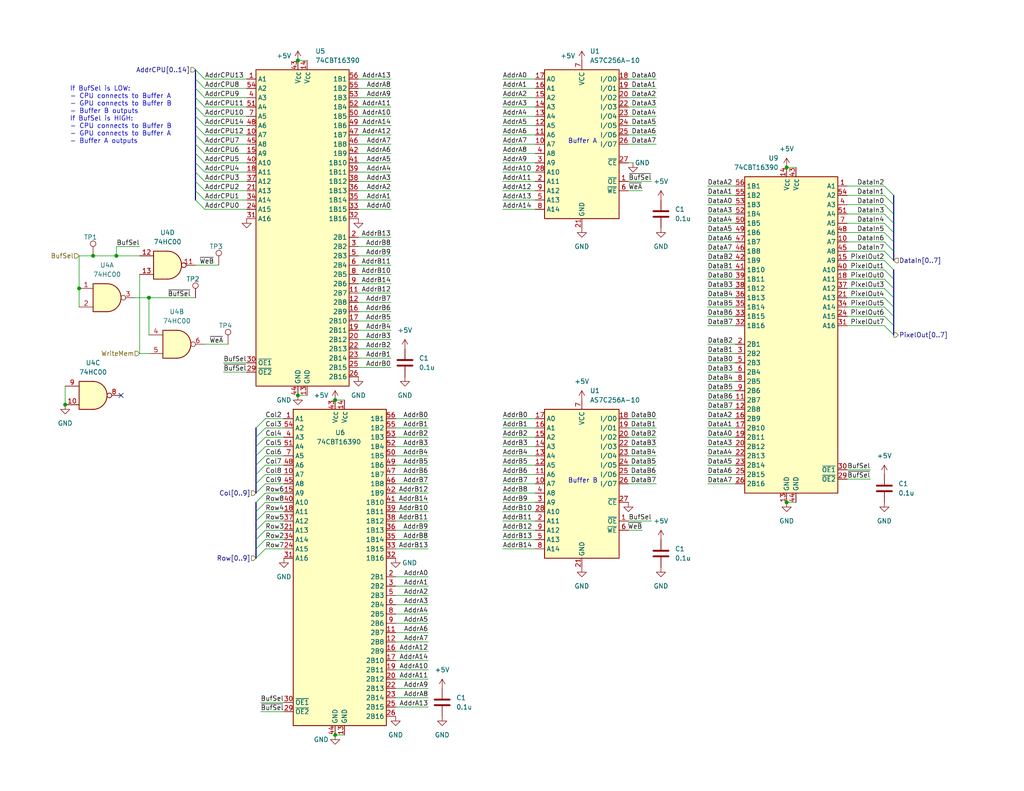
<source format=kicad_sch>
(kicad_sch (version 20230121) (generator eeschema)

  (uuid bc5f843f-721b-42ba-b7ce-53477a35cd03)

  (paper "USLetter")

  (title_block
    (title "6502 Framebuffer: Memory")
  )

  (lib_symbols
    (symbol "74xx:74HC00" (pin_names (offset 1.016)) (in_bom yes) (on_board yes)
      (property "Reference" "U" (at 0 1.27 0)
        (effects (font (size 1.27 1.27)))
      )
      (property "Value" "74HC00" (at 0 -1.27 0)
        (effects (font (size 1.27 1.27)))
      )
      (property "Footprint" "" (at 0 0 0)
        (effects (font (size 1.27 1.27)) hide)
      )
      (property "Datasheet" "http://www.ti.com/lit/gpn/sn74hc00" (at 0 0 0)
        (effects (font (size 1.27 1.27)) hide)
      )
      (property "ki_locked" "" (at 0 0 0)
        (effects (font (size 1.27 1.27)))
      )
      (property "ki_keywords" "HCMOS nand 2-input" (at 0 0 0)
        (effects (font (size 1.27 1.27)) hide)
      )
      (property "ki_description" "quad 2-input NAND gate" (at 0 0 0)
        (effects (font (size 1.27 1.27)) hide)
      )
      (property "ki_fp_filters" "DIP*W7.62mm* SO14*" (at 0 0 0)
        (effects (font (size 1.27 1.27)) hide)
      )
      (symbol "74HC00_1_1"
        (arc (start 0 -3.81) (mid 3.7934 0) (end 0 3.81)
          (stroke (width 0.254) (type default))
          (fill (type background))
        )
        (polyline
          (pts
            (xy 0 3.81)
            (xy -3.81 3.81)
            (xy -3.81 -3.81)
            (xy 0 -3.81)
          )
          (stroke (width 0.254) (type default))
          (fill (type background))
        )
        (pin input line (at -7.62 2.54 0) (length 3.81)
          (name "~" (effects (font (size 1.27 1.27))))
          (number "1" (effects (font (size 1.27 1.27))))
        )
        (pin input line (at -7.62 -2.54 0) (length 3.81)
          (name "~" (effects (font (size 1.27 1.27))))
          (number "2" (effects (font (size 1.27 1.27))))
        )
        (pin output inverted (at 7.62 0 180) (length 3.81)
          (name "~" (effects (font (size 1.27 1.27))))
          (number "3" (effects (font (size 1.27 1.27))))
        )
      )
      (symbol "74HC00_1_2"
        (arc (start -3.81 -3.81) (mid -2.589 0) (end -3.81 3.81)
          (stroke (width 0.254) (type default))
          (fill (type none))
        )
        (arc (start -0.6096 -3.81) (mid 2.1842 -2.5851) (end 3.81 0)
          (stroke (width 0.254) (type default))
          (fill (type background))
        )
        (polyline
          (pts
            (xy -3.81 -3.81)
            (xy -0.635 -3.81)
          )
          (stroke (width 0.254) (type default))
          (fill (type background))
        )
        (polyline
          (pts
            (xy -3.81 3.81)
            (xy -0.635 3.81)
          )
          (stroke (width 0.254) (type default))
          (fill (type background))
        )
        (polyline
          (pts
            (xy -0.635 3.81)
            (xy -3.81 3.81)
            (xy -3.81 3.81)
            (xy -3.556 3.4036)
            (xy -3.0226 2.2606)
            (xy -2.6924 1.0414)
            (xy -2.6162 -0.254)
            (xy -2.7686 -1.4986)
            (xy -3.175 -2.7178)
            (xy -3.81 -3.81)
            (xy -3.81 -3.81)
            (xy -0.635 -3.81)
          )
          (stroke (width -25.4) (type default))
          (fill (type background))
        )
        (arc (start 3.81 0) (mid 2.1915 2.5936) (end -0.6096 3.81)
          (stroke (width 0.254) (type default))
          (fill (type background))
        )
        (pin input inverted (at -7.62 2.54 0) (length 4.318)
          (name "~" (effects (font (size 1.27 1.27))))
          (number "1" (effects (font (size 1.27 1.27))))
        )
        (pin input inverted (at -7.62 -2.54 0) (length 4.318)
          (name "~" (effects (font (size 1.27 1.27))))
          (number "2" (effects (font (size 1.27 1.27))))
        )
        (pin output line (at 7.62 0 180) (length 3.81)
          (name "~" (effects (font (size 1.27 1.27))))
          (number "3" (effects (font (size 1.27 1.27))))
        )
      )
      (symbol "74HC00_2_1"
        (arc (start 0 -3.81) (mid 3.7934 0) (end 0 3.81)
          (stroke (width 0.254) (type default))
          (fill (type background))
        )
        (polyline
          (pts
            (xy 0 3.81)
            (xy -3.81 3.81)
            (xy -3.81 -3.81)
            (xy 0 -3.81)
          )
          (stroke (width 0.254) (type default))
          (fill (type background))
        )
        (pin input line (at -7.62 2.54 0) (length 3.81)
          (name "~" (effects (font (size 1.27 1.27))))
          (number "4" (effects (font (size 1.27 1.27))))
        )
        (pin input line (at -7.62 -2.54 0) (length 3.81)
          (name "~" (effects (font (size 1.27 1.27))))
          (number "5" (effects (font (size 1.27 1.27))))
        )
        (pin output inverted (at 7.62 0 180) (length 3.81)
          (name "~" (effects (font (size 1.27 1.27))))
          (number "6" (effects (font (size 1.27 1.27))))
        )
      )
      (symbol "74HC00_2_2"
        (arc (start -3.81 -3.81) (mid -2.589 0) (end -3.81 3.81)
          (stroke (width 0.254) (type default))
          (fill (type none))
        )
        (arc (start -0.6096 -3.81) (mid 2.1842 -2.5851) (end 3.81 0)
          (stroke (width 0.254) (type default))
          (fill (type background))
        )
        (polyline
          (pts
            (xy -3.81 -3.81)
            (xy -0.635 -3.81)
          )
          (stroke (width 0.254) (type default))
          (fill (type background))
        )
        (polyline
          (pts
            (xy -3.81 3.81)
            (xy -0.635 3.81)
          )
          (stroke (width 0.254) (type default))
          (fill (type background))
        )
        (polyline
          (pts
            (xy -0.635 3.81)
            (xy -3.81 3.81)
            (xy -3.81 3.81)
            (xy -3.556 3.4036)
            (xy -3.0226 2.2606)
            (xy -2.6924 1.0414)
            (xy -2.6162 -0.254)
            (xy -2.7686 -1.4986)
            (xy -3.175 -2.7178)
            (xy -3.81 -3.81)
            (xy -3.81 -3.81)
            (xy -0.635 -3.81)
          )
          (stroke (width -25.4) (type default))
          (fill (type background))
        )
        (arc (start 3.81 0) (mid 2.1915 2.5936) (end -0.6096 3.81)
          (stroke (width 0.254) (type default))
          (fill (type background))
        )
        (pin input inverted (at -7.62 2.54 0) (length 4.318)
          (name "~" (effects (font (size 1.27 1.27))))
          (number "4" (effects (font (size 1.27 1.27))))
        )
        (pin input inverted (at -7.62 -2.54 0) (length 4.318)
          (name "~" (effects (font (size 1.27 1.27))))
          (number "5" (effects (font (size 1.27 1.27))))
        )
        (pin output line (at 7.62 0 180) (length 3.81)
          (name "~" (effects (font (size 1.27 1.27))))
          (number "6" (effects (font (size 1.27 1.27))))
        )
      )
      (symbol "74HC00_3_1"
        (arc (start 0 -3.81) (mid 3.7934 0) (end 0 3.81)
          (stroke (width 0.254) (type default))
          (fill (type background))
        )
        (polyline
          (pts
            (xy 0 3.81)
            (xy -3.81 3.81)
            (xy -3.81 -3.81)
            (xy 0 -3.81)
          )
          (stroke (width 0.254) (type default))
          (fill (type background))
        )
        (pin input line (at -7.62 -2.54 0) (length 3.81)
          (name "~" (effects (font (size 1.27 1.27))))
          (number "10" (effects (font (size 1.27 1.27))))
        )
        (pin output inverted (at 7.62 0 180) (length 3.81)
          (name "~" (effects (font (size 1.27 1.27))))
          (number "8" (effects (font (size 1.27 1.27))))
        )
        (pin input line (at -7.62 2.54 0) (length 3.81)
          (name "~" (effects (font (size 1.27 1.27))))
          (number "9" (effects (font (size 1.27 1.27))))
        )
      )
      (symbol "74HC00_3_2"
        (arc (start -3.81 -3.81) (mid -2.589 0) (end -3.81 3.81)
          (stroke (width 0.254) (type default))
          (fill (type none))
        )
        (arc (start -0.6096 -3.81) (mid 2.1842 -2.5851) (end 3.81 0)
          (stroke (width 0.254) (type default))
          (fill (type background))
        )
        (polyline
          (pts
            (xy -3.81 -3.81)
            (xy -0.635 -3.81)
          )
          (stroke (width 0.254) (type default))
          (fill (type background))
        )
        (polyline
          (pts
            (xy -3.81 3.81)
            (xy -0.635 3.81)
          )
          (stroke (width 0.254) (type default))
          (fill (type background))
        )
        (polyline
          (pts
            (xy -0.635 3.81)
            (xy -3.81 3.81)
            (xy -3.81 3.81)
            (xy -3.556 3.4036)
            (xy -3.0226 2.2606)
            (xy -2.6924 1.0414)
            (xy -2.6162 -0.254)
            (xy -2.7686 -1.4986)
            (xy -3.175 -2.7178)
            (xy -3.81 -3.81)
            (xy -3.81 -3.81)
            (xy -0.635 -3.81)
          )
          (stroke (width -25.4) (type default))
          (fill (type background))
        )
        (arc (start 3.81 0) (mid 2.1915 2.5936) (end -0.6096 3.81)
          (stroke (width 0.254) (type default))
          (fill (type background))
        )
        (pin input inverted (at -7.62 -2.54 0) (length 4.318)
          (name "~" (effects (font (size 1.27 1.27))))
          (number "10" (effects (font (size 1.27 1.27))))
        )
        (pin output line (at 7.62 0 180) (length 3.81)
          (name "~" (effects (font (size 1.27 1.27))))
          (number "8" (effects (font (size 1.27 1.27))))
        )
        (pin input inverted (at -7.62 2.54 0) (length 4.318)
          (name "~" (effects (font (size 1.27 1.27))))
          (number "9" (effects (font (size 1.27 1.27))))
        )
      )
      (symbol "74HC00_4_1"
        (arc (start 0 -3.81) (mid 3.7934 0) (end 0 3.81)
          (stroke (width 0.254) (type default))
          (fill (type background))
        )
        (polyline
          (pts
            (xy 0 3.81)
            (xy -3.81 3.81)
            (xy -3.81 -3.81)
            (xy 0 -3.81)
          )
          (stroke (width 0.254) (type default))
          (fill (type background))
        )
        (pin output inverted (at 7.62 0 180) (length 3.81)
          (name "~" (effects (font (size 1.27 1.27))))
          (number "11" (effects (font (size 1.27 1.27))))
        )
        (pin input line (at -7.62 2.54 0) (length 3.81)
          (name "~" (effects (font (size 1.27 1.27))))
          (number "12" (effects (font (size 1.27 1.27))))
        )
        (pin input line (at -7.62 -2.54 0) (length 3.81)
          (name "~" (effects (font (size 1.27 1.27))))
          (number "13" (effects (font (size 1.27 1.27))))
        )
      )
      (symbol "74HC00_4_2"
        (arc (start -3.81 -3.81) (mid -2.589 0) (end -3.81 3.81)
          (stroke (width 0.254) (type default))
          (fill (type none))
        )
        (arc (start -0.6096 -3.81) (mid 2.1842 -2.5851) (end 3.81 0)
          (stroke (width 0.254) (type default))
          (fill (type background))
        )
        (polyline
          (pts
            (xy -3.81 -3.81)
            (xy -0.635 -3.81)
          )
          (stroke (width 0.254) (type default))
          (fill (type background))
        )
        (polyline
          (pts
            (xy -3.81 3.81)
            (xy -0.635 3.81)
          )
          (stroke (width 0.254) (type default))
          (fill (type background))
        )
        (polyline
          (pts
            (xy -0.635 3.81)
            (xy -3.81 3.81)
            (xy -3.81 3.81)
            (xy -3.556 3.4036)
            (xy -3.0226 2.2606)
            (xy -2.6924 1.0414)
            (xy -2.6162 -0.254)
            (xy -2.7686 -1.4986)
            (xy -3.175 -2.7178)
            (xy -3.81 -3.81)
            (xy -3.81 -3.81)
            (xy -0.635 -3.81)
          )
          (stroke (width -25.4) (type default))
          (fill (type background))
        )
        (arc (start 3.81 0) (mid 2.1915 2.5936) (end -0.6096 3.81)
          (stroke (width 0.254) (type default))
          (fill (type background))
        )
        (pin output line (at 7.62 0 180) (length 3.81)
          (name "~" (effects (font (size 1.27 1.27))))
          (number "11" (effects (font (size 1.27 1.27))))
        )
        (pin input inverted (at -7.62 2.54 0) (length 4.318)
          (name "~" (effects (font (size 1.27 1.27))))
          (number "12" (effects (font (size 1.27 1.27))))
        )
        (pin input inverted (at -7.62 -2.54 0) (length 4.318)
          (name "~" (effects (font (size 1.27 1.27))))
          (number "13" (effects (font (size 1.27 1.27))))
        )
      )
      (symbol "74HC00_5_0"
        (pin power_in line (at 0 12.7 270) (length 5.08)
          (name "VCC" (effects (font (size 1.27 1.27))))
          (number "14" (effects (font (size 1.27 1.27))))
        )
        (pin power_in line (at 0 -12.7 90) (length 5.08)
          (name "GND" (effects (font (size 1.27 1.27))))
          (number "7" (effects (font (size 1.27 1.27))))
        )
      )
      (symbol "74HC00_5_1"
        (rectangle (start -5.08 7.62) (end 5.08 -7.62)
          (stroke (width 0.254) (type default))
          (fill (type background))
        )
      )
    )
    (symbol "Connector:TestPoint" (pin_numbers hide) (pin_names (offset 0.762) hide) (in_bom yes) (on_board yes)
      (property "Reference" "TP" (at 0 6.858 0)
        (effects (font (size 1.27 1.27)))
      )
      (property "Value" "TestPoint" (at 0 5.08 0)
        (effects (font (size 1.27 1.27)))
      )
      (property "Footprint" "" (at 5.08 0 0)
        (effects (font (size 1.27 1.27)) hide)
      )
      (property "Datasheet" "~" (at 5.08 0 0)
        (effects (font (size 1.27 1.27)) hide)
      )
      (property "ki_keywords" "test point tp" (at 0 0 0)
        (effects (font (size 1.27 1.27)) hide)
      )
      (property "ki_description" "test point" (at 0 0 0)
        (effects (font (size 1.27 1.27)) hide)
      )
      (property "ki_fp_filters" "Pin* Test*" (at 0 0 0)
        (effects (font (size 1.27 1.27)) hide)
      )
      (symbol "TestPoint_0_1"
        (circle (center 0 3.302) (radius 0.762)
          (stroke (width 0) (type default))
          (fill (type none))
        )
      )
      (symbol "TestPoint_1_1"
        (pin passive line (at 0 0 90) (length 2.54)
          (name "1" (effects (font (size 1.27 1.27))))
          (number "1" (effects (font (size 1.27 1.27))))
        )
      )
    )
    (symbol "Device:C" (pin_numbers hide) (pin_names (offset 0.254)) (in_bom yes) (on_board yes)
      (property "Reference" "C" (at 0.635 2.54 0)
        (effects (font (size 1.27 1.27)) (justify left))
      )
      (property "Value" "C" (at 0.635 -2.54 0)
        (effects (font (size 1.27 1.27)) (justify left))
      )
      (property "Footprint" "" (at 0.9652 -3.81 0)
        (effects (font (size 1.27 1.27)) hide)
      )
      (property "Datasheet" "~" (at 0 0 0)
        (effects (font (size 1.27 1.27)) hide)
      )
      (property "ki_keywords" "cap capacitor" (at 0 0 0)
        (effects (font (size 1.27 1.27)) hide)
      )
      (property "ki_description" "Unpolarized capacitor" (at 0 0 0)
        (effects (font (size 1.27 1.27)) hide)
      )
      (property "ki_fp_filters" "C_*" (at 0 0 0)
        (effects (font (size 1.27 1.27)) hide)
      )
      (symbol "C_0_1"
        (polyline
          (pts
            (xy -2.032 -0.762)
            (xy 2.032 -0.762)
          )
          (stroke (width 0.508) (type default))
          (fill (type none))
        )
        (polyline
          (pts
            (xy -2.032 0.762)
            (xy 2.032 0.762)
          )
          (stroke (width 0.508) (type default))
          (fill (type none))
        )
      )
      (symbol "C_1_1"
        (pin passive line (at 0 3.81 270) (length 2.794)
          (name "~" (effects (font (size 1.27 1.27))))
          (number "1" (effects (font (size 1.27 1.27))))
        )
        (pin passive line (at 0 -3.81 90) (length 2.794)
          (name "~" (effects (font (size 1.27 1.27))))
          (number "2" (effects (font (size 1.27 1.27))))
        )
      )
    )
    (symbol "custom:74CBT16390" (in_bom yes) (on_board yes)
      (property "Reference" "U" (at 0 0 0)
        (effects (font (size 1.27 1.27)))
      )
      (property "Value" "74CBT16390" (at 0 0 0)
        (effects (font (size 1.27 1.27)))
      )
      (property "Footprint" "" (at 0 0 0)
        (effects (font (size 1.27 1.27)) hide)
      )
      (property "Datasheet" "" (at 0 0 0)
        (effects (font (size 1.27 1.27)) hide)
      )
      (symbol "74CBT16390_1_1"
        (rectangle (start -12.7 43.18) (end 12.7 -43.18)
          (stroke (width 0.254) (type default))
          (fill (type background))
        )
        (pin passive line (at -15.24 40.64 0) (length 2.54)
          (name "A1" (effects (font (size 1.27 1.27))))
          (number "1" (effects (font (size 1.27 1.27))))
        )
        (pin passive line (at -15.24 25.4 0) (length 2.54)
          (name "A7" (effects (font (size 1.27 1.27))))
          (number "10" (effects (font (size 1.27 1.27))))
        )
        (pin passive line (at 15.24 -17.78 180) (length 2.54)
          (name "2B7" (effects (font (size 1.27 1.27))))
          (number "11" (effects (font (size 1.27 1.27))))
        )
        (pin passive line (at 15.24 -20.32 180) (length 2.54)
          (name "2B8" (effects (font (size 1.27 1.27))))
          (number "12" (effects (font (size 1.27 1.27))))
        )
        (pin power_in line (at 1.27 -45.72 90) (length 2.54)
          (name "GND" (effects (font (size 1.27 1.27))))
          (number "13" (effects (font (size 1.27 1.27))))
        )
        (pin power_in line (at 1.27 45.72 270) (length 2.54)
          (name "V_{CC}" (effects (font (size 1.27 1.27))))
          (number "14" (effects (font (size 1.27 1.27))))
        )
        (pin passive line (at -15.24 20.32 0) (length 2.54)
          (name "A9" (effects (font (size 1.27 1.27))))
          (number "15" (effects (font (size 1.27 1.27))))
        )
        (pin passive line (at 15.24 -22.86 180) (length 2.54)
          (name "2B9" (effects (font (size 1.27 1.27))))
          (number "16" (effects (font (size 1.27 1.27))))
        )
        (pin passive line (at 15.24 -25.4 180) (length 2.54)
          (name "2B10" (effects (font (size 1.27 1.27))))
          (number "17" (effects (font (size 1.27 1.27))))
        )
        (pin passive line (at -15.24 15.24 0) (length 2.54)
          (name "A11" (effects (font (size 1.27 1.27))))
          (number "18" (effects (font (size 1.27 1.27))))
        )
        (pin passive line (at 15.24 -27.94 180) (length 2.54)
          (name "2B11" (effects (font (size 1.27 1.27))))
          (number "19" (effects (font (size 1.27 1.27))))
        )
        (pin passive line (at 15.24 -2.54 180) (length 2.54)
          (name "2B1" (effects (font (size 1.27 1.27))))
          (number "2" (effects (font (size 1.27 1.27))))
        )
        (pin passive line (at 15.24 -30.48 180) (length 2.54)
          (name "2B12" (effects (font (size 1.27 1.27))))
          (number "20" (effects (font (size 1.27 1.27))))
        )
        (pin passive line (at -15.24 10.16 0) (length 2.54)
          (name "A13" (effects (font (size 1.27 1.27))))
          (number "21" (effects (font (size 1.27 1.27))))
        )
        (pin passive line (at 15.24 -33.02 180) (length 2.54)
          (name "2B13" (effects (font (size 1.27 1.27))))
          (number "22" (effects (font (size 1.27 1.27))))
        )
        (pin passive line (at 15.24 -35.56 180) (length 2.54)
          (name "2B14" (effects (font (size 1.27 1.27))))
          (number "23" (effects (font (size 1.27 1.27))))
        )
        (pin passive line (at -15.24 5.08 0) (length 2.54)
          (name "A15" (effects (font (size 1.27 1.27))))
          (number "24" (effects (font (size 1.27 1.27))))
        )
        (pin passive line (at 15.24 -38.1 180) (length 2.54)
          (name "2B15" (effects (font (size 1.27 1.27))))
          (number "25" (effects (font (size 1.27 1.27))))
        )
        (pin passive line (at 15.24 -40.64 180) (length 2.54)
          (name "2B16" (effects (font (size 1.27 1.27))))
          (number "26" (effects (font (size 1.27 1.27))))
        )
        (pin no_connect line (at -15.24 -29.21 0) (length 2.54) hide
          (name "" (effects (font (size 1.27 1.27))))
          (number "27" (effects (font (size 1.27 1.27))))
        )
        (pin no_connect line (at -15.24 -31.75 0) (length 2.54) hide
          (name "" (effects (font (size 1.27 1.27))))
          (number "28" (effects (font (size 1.27 1.27))))
        )
        (pin input line (at -15.24 -39.37 0) (length 2.54)
          (name "~{OE2}" (effects (font (size 1.27 1.27))))
          (number "29" (effects (font (size 1.27 1.27))))
        )
        (pin passive line (at 15.24 -5.08 180) (length 2.54)
          (name "2B2" (effects (font (size 1.27 1.27))))
          (number "3" (effects (font (size 1.27 1.27))))
        )
        (pin input line (at -15.24 -36.83 0) (length 2.54)
          (name "~{OE1}" (effects (font (size 1.27 1.27))))
          (number "30" (effects (font (size 1.27 1.27))))
        )
        (pin passive line (at -15.24 2.54 0) (length 2.54)
          (name "A16" (effects (font (size 1.27 1.27))))
          (number "31" (effects (font (size 1.27 1.27))))
        )
        (pin passive line (at 15.24 2.54 180) (length 2.54)
          (name "1B16" (effects (font (size 1.27 1.27))))
          (number "32" (effects (font (size 1.27 1.27))))
        )
        (pin passive line (at 15.24 5.08 180) (length 2.54)
          (name "1B15" (effects (font (size 1.27 1.27))))
          (number "33" (effects (font (size 1.27 1.27))))
        )
        (pin passive line (at -15.24 7.62 0) (length 2.54)
          (name "A14" (effects (font (size 1.27 1.27))))
          (number "34" (effects (font (size 1.27 1.27))))
        )
        (pin passive line (at 15.24 7.62 180) (length 2.54)
          (name "1B14" (effects (font (size 1.27 1.27))))
          (number "35" (effects (font (size 1.27 1.27))))
        )
        (pin passive line (at 15.24 10.16 180) (length 2.54)
          (name "1B13" (effects (font (size 1.27 1.27))))
          (number "36" (effects (font (size 1.27 1.27))))
        )
        (pin passive line (at -15.24 12.7 0) (length 2.54)
          (name "A12" (effects (font (size 1.27 1.27))))
          (number "37" (effects (font (size 1.27 1.27))))
        )
        (pin passive line (at 15.24 12.7 180) (length 2.54)
          (name "1B12" (effects (font (size 1.27 1.27))))
          (number "38" (effects (font (size 1.27 1.27))))
        )
        (pin passive line (at 15.24 15.24 180) (length 2.54)
          (name "1B11" (effects (font (size 1.27 1.27))))
          (number "39" (effects (font (size 1.27 1.27))))
        )
        (pin passive line (at -15.24 35.56 0) (length 2.54)
          (name "A3" (effects (font (size 1.27 1.27))))
          (number "4" (effects (font (size 1.27 1.27))))
        )
        (pin passive line (at -15.24 17.78 0) (length 2.54)
          (name "A10" (effects (font (size 1.27 1.27))))
          (number "40" (effects (font (size 1.27 1.27))))
        )
        (pin passive line (at 15.24 17.78 180) (length 2.54)
          (name "1B10" (effects (font (size 1.27 1.27))))
          (number "41" (effects (font (size 1.27 1.27))))
        )
        (pin passive line (at 15.24 20.32 180) (length 2.54)
          (name "1B9" (effects (font (size 1.27 1.27))))
          (number "42" (effects (font (size 1.27 1.27))))
        )
        (pin power_in line (at -1.27 45.72 270) (length 2.54)
          (name "V_{CC}" (effects (font (size 1.27 1.27))))
          (number "43" (effects (font (size 1.27 1.27))))
        )
        (pin power_in line (at -1.27 -45.72 90) (length 2.54)
          (name "GND" (effects (font (size 1.27 1.27))))
          (number "44" (effects (font (size 1.27 1.27))))
        )
        (pin passive line (at -15.24 22.86 0) (length 2.54)
          (name "A8" (effects (font (size 1.27 1.27))))
          (number "45" (effects (font (size 1.27 1.27))))
        )
        (pin passive line (at 15.24 22.86 180) (length 2.54)
          (name "1B8" (effects (font (size 1.27 1.27))))
          (number "46" (effects (font (size 1.27 1.27))))
        )
        (pin passive line (at 15.24 25.4 180) (length 2.54)
          (name "1B7" (effects (font (size 1.27 1.27))))
          (number "47" (effects (font (size 1.27 1.27))))
        )
        (pin passive line (at -15.24 27.94 0) (length 2.54)
          (name "A6" (effects (font (size 1.27 1.27))))
          (number "48" (effects (font (size 1.27 1.27))))
        )
        (pin passive line (at 15.24 27.94 180) (length 2.54)
          (name "1B6" (effects (font (size 1.27 1.27))))
          (number "49" (effects (font (size 1.27 1.27))))
        )
        (pin passive line (at 15.24 -7.62 180) (length 2.54)
          (name "2B3" (effects (font (size 1.27 1.27))))
          (number "5" (effects (font (size 1.27 1.27))))
        )
        (pin passive line (at 15.24 30.48 180) (length 2.54)
          (name "1B5" (effects (font (size 1.27 1.27))))
          (number "50" (effects (font (size 1.27 1.27))))
        )
        (pin passive line (at -15.24 33.02 0) (length 2.54)
          (name "A4" (effects (font (size 1.27 1.27))))
          (number "51" (effects (font (size 1.27 1.27))))
        )
        (pin passive line (at 15.24 33.02 180) (length 2.54)
          (name "1B4" (effects (font (size 1.27 1.27))))
          (number "52" (effects (font (size 1.27 1.27))))
        )
        (pin passive line (at 15.24 35.56 180) (length 2.54)
          (name "1B3" (effects (font (size 1.27 1.27))))
          (number "53" (effects (font (size 1.27 1.27))))
        )
        (pin passive line (at -15.24 38.1 0) (length 2.54)
          (name "A2" (effects (font (size 1.27 1.27))))
          (number "54" (effects (font (size 1.27 1.27))))
        )
        (pin passive line (at 15.24 38.1 180) (length 2.54)
          (name "1B2" (effects (font (size 1.27 1.27))))
          (number "55" (effects (font (size 1.27 1.27))))
        )
        (pin passive line (at 15.24 40.64 180) (length 2.54)
          (name "1B1" (effects (font (size 1.27 1.27))))
          (number "56" (effects (font (size 1.27 1.27))))
        )
        (pin passive line (at 15.24 -10.16 180) (length 2.54)
          (name "2B4" (effects (font (size 1.27 1.27))))
          (number "6" (effects (font (size 1.27 1.27))))
        )
        (pin passive line (at -15.24 30.48 0) (length 2.54)
          (name "A5" (effects (font (size 1.27 1.27))))
          (number "7" (effects (font (size 1.27 1.27))))
        )
        (pin passive line (at 15.24 -12.7 180) (length 2.54)
          (name "2B5" (effects (font (size 1.27 1.27))))
          (number "8" (effects (font (size 1.27 1.27))))
        )
        (pin passive line (at 15.24 -15.24 180) (length 2.54)
          (name "2B6" (effects (font (size 1.27 1.27))))
          (number "9" (effects (font (size 1.27 1.27))))
        )
      )
    )
    (symbol "custom:AS7C256A-10" (in_bom yes) (on_board yes)
      (property "Reference" "U" (at -10.16 20.955 0)
        (effects (font (size 1.27 1.27)) (justify left bottom))
      )
      (property "Value" "AS7C256A-10" (at 2.54 20.955 0)
        (effects (font (size 1.27 1.27)) (justify left bottom))
      )
      (property "Footprint" "Package_SO:TSOP-I-28_11.8x8mm_P0.55mm" (at 0 -2.54 0)
        (effects (font (size 1.27 1.27)) hide)
      )
      (property "Datasheet" "" (at 0 -2.54 0)
        (effects (font (size 1.27 1.27)) hide)
      )
      (property "ki_keywords" "RAM SRAM CMOS MEMORY" (at 0 0 0)
        (effects (font (size 1.27 1.27)) hide)
      )
      (property "ki_description" "32Kx8 bit High Speed CMOS Static RAM" (at 0 0 0)
        (effects (font (size 1.27 1.27)) hide)
      )
      (property "ki_fp_filters" "DIP*W15.24mm*" (at 0 0 0)
        (effects (font (size 1.27 1.27)) hide)
      )
      (symbol "AS7C256A-10_0_0"
        (pin power_in line (at 0 -22.86 90) (length 2.54)
          (name "GND" (effects (font (size 1.27 1.27))))
          (number "21" (effects (font (size 1.27 1.27))))
        )
        (pin power_in line (at 0 22.86 270) (length 2.54)
          (name "VCC" (effects (font (size 1.27 1.27))))
          (number "7" (effects (font (size 1.27 1.27))))
        )
      )
      (symbol "AS7C256A-10_0_1"
        (rectangle (start -10.16 20.32) (end 10.16 -20.32)
          (stroke (width 0.254) (type default))
          (fill (type background))
        )
      )
      (symbol "AS7C256A-10_1_1"
        (pin input line (at 12.7 -10.16 180) (length 2.54)
          (name "~{OE}" (effects (font (size 1.27 1.27))))
          (number "1" (effects (font (size 1.27 1.27))))
        )
        (pin input line (at -12.7 0 0) (length 2.54)
          (name "A7" (effects (font (size 1.27 1.27))))
          (number "10" (effects (font (size 1.27 1.27))))
        )
        (pin input line (at -12.7 2.54 0) (length 2.54)
          (name "A6" (effects (font (size 1.27 1.27))))
          (number "11" (effects (font (size 1.27 1.27))))
        )
        (pin input line (at -12.7 5.08 0) (length 2.54)
          (name "A5" (effects (font (size 1.27 1.27))))
          (number "12" (effects (font (size 1.27 1.27))))
        )
        (pin input line (at -12.7 7.62 0) (length 2.54)
          (name "A4" (effects (font (size 1.27 1.27))))
          (number "13" (effects (font (size 1.27 1.27))))
        )
        (pin input line (at -12.7 10.16 0) (length 2.54)
          (name "A3" (effects (font (size 1.27 1.27))))
          (number "14" (effects (font (size 1.27 1.27))))
        )
        (pin input line (at -12.7 12.7 0) (length 2.54)
          (name "A2" (effects (font (size 1.27 1.27))))
          (number "15" (effects (font (size 1.27 1.27))))
        )
        (pin input line (at -12.7 15.24 0) (length 2.54)
          (name "A1" (effects (font (size 1.27 1.27))))
          (number "16" (effects (font (size 1.27 1.27))))
        )
        (pin input line (at -12.7 17.78 0) (length 2.54)
          (name "A0" (effects (font (size 1.27 1.27))))
          (number "17" (effects (font (size 1.27 1.27))))
        )
        (pin tri_state line (at 12.7 17.78 180) (length 2.54)
          (name "I/O0" (effects (font (size 1.27 1.27))))
          (number "18" (effects (font (size 1.27 1.27))))
        )
        (pin tri_state line (at 12.7 15.24 180) (length 2.54)
          (name "I/O1" (effects (font (size 1.27 1.27))))
          (number "19" (effects (font (size 1.27 1.27))))
        )
        (pin input line (at -12.7 -10.16 0) (length 2.54)
          (name "A11" (effects (font (size 1.27 1.27))))
          (number "2" (effects (font (size 1.27 1.27))))
        )
        (pin tri_state line (at 12.7 12.7 180) (length 2.54)
          (name "I/O2" (effects (font (size 1.27 1.27))))
          (number "20" (effects (font (size 1.27 1.27))))
        )
        (pin tri_state line (at 12.7 10.16 180) (length 2.54)
          (name "I/O3" (effects (font (size 1.27 1.27))))
          (number "22" (effects (font (size 1.27 1.27))))
        )
        (pin tri_state line (at 12.7 7.62 180) (length 2.54)
          (name "I/O4" (effects (font (size 1.27 1.27))))
          (number "23" (effects (font (size 1.27 1.27))))
        )
        (pin tri_state line (at 12.7 5.08 180) (length 2.54)
          (name "I/O5" (effects (font (size 1.27 1.27))))
          (number "24" (effects (font (size 1.27 1.27))))
        )
        (pin tri_state line (at 12.7 2.54 180) (length 2.54)
          (name "I/O6" (effects (font (size 1.27 1.27))))
          (number "25" (effects (font (size 1.27 1.27))))
        )
        (pin tri_state line (at 12.7 0 180) (length 2.54)
          (name "I/O7" (effects (font (size 1.27 1.27))))
          (number "26" (effects (font (size 1.27 1.27))))
        )
        (pin input line (at 12.7 -5.08 180) (length 2.54)
          (name "~{CE}" (effects (font (size 1.27 1.27))))
          (number "27" (effects (font (size 1.27 1.27))))
        )
        (pin input line (at -12.7 -7.62 0) (length 2.54)
          (name "A10" (effects (font (size 1.27 1.27))))
          (number "28" (effects (font (size 1.27 1.27))))
        )
        (pin input line (at -12.7 -5.08 0) (length 2.54)
          (name "A9" (effects (font (size 1.27 1.27))))
          (number "3" (effects (font (size 1.27 1.27))))
        )
        (pin input line (at -12.7 -2.54 0) (length 2.54)
          (name "A8" (effects (font (size 1.27 1.27))))
          (number "4" (effects (font (size 1.27 1.27))))
        )
        (pin input line (at -12.7 -15.24 0) (length 2.54)
          (name "A13" (effects (font (size 1.27 1.27))))
          (number "5" (effects (font (size 1.27 1.27))))
        )
        (pin input line (at 12.7 -12.7 180) (length 2.54)
          (name "~{WE}" (effects (font (size 1.27 1.27))))
          (number "6" (effects (font (size 1.27 1.27))))
        )
        (pin input line (at -12.7 -17.78 0) (length 2.54)
          (name "A14" (effects (font (size 1.27 1.27))))
          (number "8" (effects (font (size 1.27 1.27))))
        )
        (pin input line (at -12.7 -12.7 0) (length 2.54)
          (name "A12" (effects (font (size 1.27 1.27))))
          (number "9" (effects (font (size 1.27 1.27))))
        )
      )
    )
    (symbol "power:+5V" (power) (pin_names (offset 0)) (in_bom yes) (on_board yes)
      (property "Reference" "#PWR" (at 0 -3.81 0)
        (effects (font (size 1.27 1.27)) hide)
      )
      (property "Value" "+5V" (at 0 3.556 0)
        (effects (font (size 1.27 1.27)))
      )
      (property "Footprint" "" (at 0 0 0)
        (effects (font (size 1.27 1.27)) hide)
      )
      (property "Datasheet" "" (at 0 0 0)
        (effects (font (size 1.27 1.27)) hide)
      )
      (property "ki_keywords" "global power" (at 0 0 0)
        (effects (font (size 1.27 1.27)) hide)
      )
      (property "ki_description" "Power symbol creates a global label with name \"+5V\"" (at 0 0 0)
        (effects (font (size 1.27 1.27)) hide)
      )
      (symbol "+5V_0_1"
        (polyline
          (pts
            (xy -0.762 1.27)
            (xy 0 2.54)
          )
          (stroke (width 0) (type default))
          (fill (type none))
        )
        (polyline
          (pts
            (xy 0 0)
            (xy 0 2.54)
          )
          (stroke (width 0) (type default))
          (fill (type none))
        )
        (polyline
          (pts
            (xy 0 2.54)
            (xy 0.762 1.27)
          )
          (stroke (width 0) (type default))
          (fill (type none))
        )
      )
      (symbol "+5V_1_1"
        (pin power_in line (at 0 0 90) (length 0) hide
          (name "+5V" (effects (font (size 1.27 1.27))))
          (number "1" (effects (font (size 1.27 1.27))))
        )
      )
    )
    (symbol "power:GND" (power) (pin_names (offset 0)) (in_bom yes) (on_board yes)
      (property "Reference" "#PWR" (at 0 -6.35 0)
        (effects (font (size 1.27 1.27)) hide)
      )
      (property "Value" "GND" (at 0 -3.81 0)
        (effects (font (size 1.27 1.27)))
      )
      (property "Footprint" "" (at 0 0 0)
        (effects (font (size 1.27 1.27)) hide)
      )
      (property "Datasheet" "" (at 0 0 0)
        (effects (font (size 1.27 1.27)) hide)
      )
      (property "ki_keywords" "global power" (at 0 0 0)
        (effects (font (size 1.27 1.27)) hide)
      )
      (property "ki_description" "Power symbol creates a global label with name \"GND\" , ground" (at 0 0 0)
        (effects (font (size 1.27 1.27)) hide)
      )
      (symbol "GND_0_1"
        (polyline
          (pts
            (xy 0 0)
            (xy 0 -1.27)
            (xy 1.27 -1.27)
            (xy 0 -2.54)
            (xy -1.27 -1.27)
            (xy 0 -1.27)
          )
          (stroke (width 0) (type default))
          (fill (type none))
        )
      )
      (symbol "GND_1_1"
        (pin power_in line (at 0 0 270) (length 0) hide
          (name "GND" (effects (font (size 1.27 1.27))))
          (number "1" (effects (font (size 1.27 1.27))))
        )
      )
    )
  )

  (junction (at 91.44 109.22) (diameter 0) (color 0 0 0 0)
    (uuid 10fd0f8f-b579-4567-afdd-df0f352dd77a)
  )
  (junction (at 40.64 81.28) (diameter 0) (color 0 0 0 0)
    (uuid 203b7a8b-f4bf-435f-9fe6-e3c793efa5d6)
  )
  (junction (at 81.28 16.51) (diameter 0) (color 0 0 0 0)
    (uuid 2131f5ec-19e4-4156-bbf4-f46be162be79)
  )
  (junction (at 81.28 107.95) (diameter 0) (color 0 0 0 0)
    (uuid 3483b5cc-16d9-4dfd-b467-f3dcba6f112a)
  )
  (junction (at 91.44 200.66) (diameter 0) (color 0 0 0 0)
    (uuid 8c2d9e26-93b4-497d-aac8-a91001cdb4fd)
  )
  (junction (at 17.78 110.49) (diameter 0) (color 0 0 0 0)
    (uuid 9320dad1-2468-4513-8283-0e2ed3898b3c)
  )
  (junction (at 25.4 69.85) (diameter 0) (color 0 0 0 0)
    (uuid 992d8a97-1509-4e5f-a8c2-a5efc7e13878)
  )
  (junction (at 31.75 69.85) (diameter 0) (color 0 0 0 0)
    (uuid a7cc7ae8-b29d-4c02-b002-e42d0d6ea130)
  )
  (junction (at 21.59 78.74) (diameter 0) (color 0 0 0 0)
    (uuid b1750777-890d-43b0-90db-207b5ae86da6)
  )
  (junction (at 214.63 137.16) (diameter 0) (color 0 0 0 0)
    (uuid b2944d0e-a385-4d63-8aff-0a26bfeffece)
  )
  (junction (at 214.63 45.72) (diameter 0) (color 0 0 0 0)
    (uuid fe08073a-1f4e-4aa3-9644-fe406e9d32de)
  )

  (no_connect (at 33.02 107.95) (uuid 89e58973-1f3f-43b7-8ced-fd76d74b3207))

  (bus_entry (at 241.3 71.12) (size 2.54 2.54)
    (stroke (width 0) (type default))
    (uuid 07e828da-8909-4abc-bc1d-3d5db91e923e)
  )
  (bus_entry (at 241.3 78.74) (size 2.54 2.54)
    (stroke (width 0) (type default))
    (uuid 1b1ad384-2ef9-4842-a584-ce8d28c0991a)
  )
  (bus_entry (at 53.34 34.29) (size 2.54 2.54)
    (stroke (width 0) (type default))
    (uuid 20117d05-7849-4e4e-9aaf-139550bedfdd)
  )
  (bus_entry (at 241.3 55.88) (size 2.54 2.54)
    (stroke (width 0) (type default))
    (uuid 21df9b5e-cea0-491a-ad2c-3b9e3738604c)
  )
  (bus_entry (at 241.3 58.42) (size 2.54 2.54)
    (stroke (width 0) (type default))
    (uuid 28e40f89-f4c6-4feb-ab40-f02d7d088512)
  )
  (bus_entry (at 53.34 19.05) (size 2.54 2.54)
    (stroke (width 0) (type default))
    (uuid 2d33601b-ae72-4c79-8c03-49e722e5bac7)
  )
  (bus_entry (at 72.39 139.7) (size -2.54 2.54)
    (stroke (width 0) (type default))
    (uuid 2ed922a1-b3ba-48fa-bb25-47bc86d11c28)
  )
  (bus_entry (at 72.39 114.3) (size -2.54 2.54)
    (stroke (width 0) (type default))
    (uuid 3cae72da-c5e9-4e9b-8582-b763966e0e00)
  )
  (bus_entry (at 53.34 46.99) (size 2.54 2.54)
    (stroke (width 0) (type default))
    (uuid 3fb8aeeb-468a-4597-a3e2-f702f0b3c3cd)
  )
  (bus_entry (at 72.39 119.38) (size -2.54 2.54)
    (stroke (width 0) (type default))
    (uuid 4616d99d-7dc7-4f06-a3e3-33d7117d5e54)
  )
  (bus_entry (at 241.3 63.5) (size 2.54 2.54)
    (stroke (width 0) (type default))
    (uuid 554e2278-afa6-4a58-94b7-5dd55cd92860)
  )
  (bus_entry (at 72.39 132.08) (size -2.54 2.54)
    (stroke (width 0) (type default))
    (uuid 61c12b80-dd36-4154-a115-11c1632b6c1d)
  )
  (bus_entry (at 53.34 21.59) (size 2.54 2.54)
    (stroke (width 0) (type default))
    (uuid 67fa4585-f571-4e3a-ac39-70e6c306e48f)
  )
  (bus_entry (at 72.39 129.54) (size -2.54 2.54)
    (stroke (width 0) (type default))
    (uuid 6f2935fc-fb9f-47cf-a42f-0604a8f1d1ee)
  )
  (bus_entry (at 53.34 49.53) (size 2.54 2.54)
    (stroke (width 0) (type default))
    (uuid 72e74e7c-87e4-4332-bc55-d6bda855ad12)
  )
  (bus_entry (at 53.34 36.83) (size 2.54 2.54)
    (stroke (width 0) (type default))
    (uuid 7410bcac-5fc8-49ce-abe8-0b023a88cc7c)
  )
  (bus_entry (at 72.39 124.46) (size -2.54 2.54)
    (stroke (width 0) (type default))
    (uuid 755b16f2-51c8-4190-ab50-f7acb828b15d)
  )
  (bus_entry (at 53.34 41.91) (size 2.54 2.54)
    (stroke (width 0) (type default))
    (uuid 78c0b5d1-2166-4d9d-8994-5a6800d2dbb4)
  )
  (bus_entry (at 241.3 86.36) (size 2.54 2.54)
    (stroke (width 0) (type default))
    (uuid 7a38aeaf-445d-4acb-b2a8-5d256c8c048c)
  )
  (bus_entry (at 53.34 29.21) (size 2.54 2.54)
    (stroke (width 0) (type default))
    (uuid 81167a1a-8d59-4c45-858e-49475766a3f0)
  )
  (bus_entry (at 53.34 39.37) (size 2.54 2.54)
    (stroke (width 0) (type default))
    (uuid 8c887c4f-7569-48fb-9d54-f9a27c434592)
  )
  (bus_entry (at 72.39 116.84) (size -2.54 2.54)
    (stroke (width 0) (type default))
    (uuid 931fcc4c-c675-43a2-899e-7279b7c16e58)
  )
  (bus_entry (at 241.3 76.2) (size 2.54 2.54)
    (stroke (width 0) (type default))
    (uuid 98873ea2-9e44-4d35-876e-1de49efae9ad)
  )
  (bus_entry (at 53.34 31.75) (size 2.54 2.54)
    (stroke (width 0) (type default))
    (uuid a4de5f3f-dae6-44dd-a9cf-7e2144a98a16)
  )
  (bus_entry (at 72.39 127) (size -2.54 2.54)
    (stroke (width 0) (type default))
    (uuid ad4ef344-b53b-4a50-93ee-cfb521c6ff4f)
  )
  (bus_entry (at 53.34 52.07) (size 2.54 2.54)
    (stroke (width 0) (type default))
    (uuid b0d22e4d-927d-4a2c-9912-74e1973c2d70)
  )
  (bus_entry (at 72.39 137.16) (size -2.54 2.54)
    (stroke (width 0) (type default))
    (uuid b34d1469-1c52-4324-bfec-9f0563e5414e)
  )
  (bus_entry (at 72.39 147.32) (size -2.54 2.54)
    (stroke (width 0) (type default))
    (uuid b68fb72b-3e7d-49db-a54c-ab1ed96d0fb6)
  )
  (bus_entry (at 72.39 149.86) (size -2.54 2.54)
    (stroke (width 0) (type default))
    (uuid b88d2a52-5925-45ac-893a-a118a85851c3)
  )
  (bus_entry (at 241.3 66.04) (size 2.54 2.54)
    (stroke (width 0) (type default))
    (uuid c161d710-141c-4d53-aff8-53740de0c1c1)
  )
  (bus_entry (at 53.34 54.61) (size 2.54 2.54)
    (stroke (width 0) (type default))
    (uuid c655dd73-7019-4eca-8214-fcdd1e83d90d)
  )
  (bus_entry (at 72.39 121.92) (size -2.54 2.54)
    (stroke (width 0) (type default))
    (uuid c75dd7ac-9d9e-401c-836b-3fdc4ab2c7ce)
  )
  (bus_entry (at 53.34 26.67) (size 2.54 2.54)
    (stroke (width 0) (type default))
    (uuid ce3328ea-38ef-4313-a9cd-97fcc47b15f0)
  )
  (bus_entry (at 72.39 142.24) (size -2.54 2.54)
    (stroke (width 0) (type default))
    (uuid cfb5b6f4-b737-47a3-ab8e-3ce76adb3a3d)
  )
  (bus_entry (at 53.34 24.13) (size 2.54 2.54)
    (stroke (width 0) (type default))
    (uuid d48fa183-517d-4ce1-9741-6fcce61f9410)
  )
  (bus_entry (at 53.34 44.45) (size 2.54 2.54)
    (stroke (width 0) (type default))
    (uuid dee44fa3-d1e7-40b0-bc88-2ff00af2370f)
  )
  (bus_entry (at 241.3 68.58) (size 2.54 2.54)
    (stroke (width 0) (type default))
    (uuid e183def5-0899-4f4f-9fa9-ed6b5f011070)
  )
  (bus_entry (at 72.39 144.78) (size -2.54 2.54)
    (stroke (width 0) (type default))
    (uuid e470706d-3cff-46cd-9f0b-9f26699176bb)
  )
  (bus_entry (at 72.39 134.62) (size -2.54 2.54)
    (stroke (width 0) (type default))
    (uuid ea059196-b87f-4a02-89b2-bc1cc14730e5)
  )
  (bus_entry (at 241.3 83.82) (size 2.54 2.54)
    (stroke (width 0) (type default))
    (uuid ebaf3893-822e-44ec-bbb9-3061432e44ef)
  )
  (bus_entry (at 241.3 60.96) (size 2.54 2.54)
    (stroke (width 0) (type default))
    (uuid f1368067-f482-4f5e-9b30-3b285008bf84)
  )
  (bus_entry (at 241.3 53.34) (size 2.54 2.54)
    (stroke (width 0) (type default))
    (uuid f29802d5-11ce-40ba-ba68-12b7e0ba2847)
  )
  (bus_entry (at 241.3 88.9) (size 2.54 2.54)
    (stroke (width 0) (type default))
    (uuid f2b87e92-13e8-4f17-9d58-cd0a643c330c)
  )
  (bus_entry (at 241.3 50.8) (size 2.54 2.54)
    (stroke (width 0) (type default))
    (uuid f6f04d2c-3416-4248-aa44-a962cc788fdd)
  )
  (bus_entry (at 241.3 73.66) (size 2.54 2.54)
    (stroke (width 0) (type default))
    (uuid fa16e9ab-f859-4580-baa1-4227498cfb33)
  )
  (bus_entry (at 241.3 81.28) (size 2.54 2.54)
    (stroke (width 0) (type default))
    (uuid fdf5d3c5-3e3a-4ae9-9fd2-bd78026e9b81)
  )

  (bus (pts (xy 69.85 147.32) (xy 69.85 149.86))
    (stroke (width 0) (type default))
    (uuid 024a4de9-b478-48a9-9654-6e39a1fa7957)
  )
  (bus (pts (xy 69.85 137.16) (xy 69.85 139.7))
    (stroke (width 0) (type default))
    (uuid 04db6655-117e-476f-95f1-2b3f76b97fb7)
  )

  (wire (pts (xy 137.16 34.29) (xy 146.05 34.29))
    (stroke (width 0) (type default))
    (uuid 055571af-d5e6-43e3-b7de-d8cc15ce4844)
  )
  (wire (pts (xy 31.75 69.85) (xy 31.75 67.31))
    (stroke (width 0) (type default))
    (uuid 05f5f283-8200-4759-b4d9-2044a90be22b)
  )
  (wire (pts (xy 106.68 41.91) (xy 97.79 41.91))
    (stroke (width 0) (type default))
    (uuid 05fa292a-e71a-4ede-a7b1-14308583684a)
  )
  (bus (pts (xy 243.84 58.42) (xy 243.84 60.96))
    (stroke (width 0) (type default))
    (uuid 06a23e4c-61ef-4d75-b482-0c0dbdf38957)
  )
  (bus (pts (xy 243.84 73.66) (xy 243.84 76.2))
    (stroke (width 0) (type default))
    (uuid 08c95759-5c30-454f-8774-ebcd1d757942)
  )

  (wire (pts (xy 231.14 81.28) (xy 241.3 81.28))
    (stroke (width 0) (type default))
    (uuid 0b07dffe-5e3d-4660-85cf-e6d2aaad3f09)
  )
  (wire (pts (xy 137.16 129.54) (xy 146.05 129.54))
    (stroke (width 0) (type default))
    (uuid 0b5194d9-8499-4177-8ec9-9d50da9c33ce)
  )
  (wire (pts (xy 116.84 114.3) (xy 107.95 114.3))
    (stroke (width 0) (type default))
    (uuid 0b5c830d-6ee7-48cc-aaed-9a108bfedfa1)
  )
  (bus (pts (xy 243.84 60.96) (xy 243.84 63.5))
    (stroke (width 0) (type default))
    (uuid 0c207071-3fb0-43e0-bc28-15b2fadb9e8a)
  )
  (bus (pts (xy 69.85 149.86) (xy 69.85 152.4))
    (stroke (width 0) (type default))
    (uuid 0dfadcd7-4948-416b-80a1-32a2702f2bb4)
  )

  (wire (pts (xy 116.84 172.72) (xy 107.95 172.72))
    (stroke (width 0) (type default))
    (uuid 0fcc956c-703d-47dd-8661-d9069039400d)
  )
  (wire (pts (xy 137.16 49.53) (xy 146.05 49.53))
    (stroke (width 0) (type default))
    (uuid 1079d2d1-634e-47ab-94ca-29dcbf06f764)
  )
  (bus (pts (xy 243.84 81.28) (xy 243.84 83.82))
    (stroke (width 0) (type default))
    (uuid 1090906b-59b9-4ab9-9863-1943c97b6873)
  )

  (wire (pts (xy 106.68 26.67) (xy 97.79 26.67))
    (stroke (width 0) (type default))
    (uuid 123390a2-81cc-47bf-8edb-fcb0c4d25ede)
  )
  (wire (pts (xy 193.04 78.74) (xy 200.66 78.74))
    (stroke (width 0) (type default))
    (uuid 12c4ea7b-eca5-4cfd-af00-3b2a3235f501)
  )
  (wire (pts (xy 193.04 101.6) (xy 200.66 101.6))
    (stroke (width 0) (type default))
    (uuid 132a0a20-0a6f-4d44-8027-0c8bbdfe73ec)
  )
  (wire (pts (xy 71.12 194.31) (xy 77.47 194.31))
    (stroke (width 0) (type default))
    (uuid 13afa220-7666-4028-ba45-6b88a6d578d3)
  )
  (wire (pts (xy 97.79 64.77) (xy 106.68 64.77))
    (stroke (width 0) (type default))
    (uuid 1425e04e-ac9b-4c81-a1ab-52f961b3e446)
  )
  (wire (pts (xy 116.84 185.42) (xy 107.95 185.42))
    (stroke (width 0) (type default))
    (uuid 1742b241-f7b5-43ce-97bb-6cbbb35277f4)
  )
  (wire (pts (xy 193.04 81.28) (xy 200.66 81.28))
    (stroke (width 0) (type default))
    (uuid 197958b3-86a5-469f-8c9a-ef846033b74d)
  )
  (wire (pts (xy 137.16 121.92) (xy 146.05 121.92))
    (stroke (width 0) (type default))
    (uuid 1a8f4059-510e-4c6a-adc7-1884f36cf9ac)
  )
  (wire (pts (xy 116.84 157.48) (xy 107.95 157.48))
    (stroke (width 0) (type default))
    (uuid 1d527e35-fcb2-404a-ad05-692f52f79600)
  )
  (wire (pts (xy 106.68 49.53) (xy 97.79 49.53))
    (stroke (width 0) (type default))
    (uuid 1d7eafdc-6ca8-435b-8406-5e68a7dd0e73)
  )
  (wire (pts (xy 137.16 26.67) (xy 146.05 26.67))
    (stroke (width 0) (type default))
    (uuid 2078f101-4aa5-4c04-89b5-881d85caa4f8)
  )
  (wire (pts (xy 200.66 60.96) (xy 193.04 60.96))
    (stroke (width 0) (type default))
    (uuid 220d9b9e-cc68-40e9-83c9-cb49d2e6bbdc)
  )
  (wire (pts (xy 231.14 76.2) (xy 241.3 76.2))
    (stroke (width 0) (type default))
    (uuid 237f738b-b212-4bcb-8dfa-0265408b1b3e)
  )
  (wire (pts (xy 137.16 36.83) (xy 146.05 36.83))
    (stroke (width 0) (type default))
    (uuid 2457b825-9c46-4804-ae61-4f05fb248333)
  )
  (bus (pts (xy 53.34 26.67) (xy 53.34 29.21))
    (stroke (width 0) (type default))
    (uuid 2564249c-5b48-4ba5-a706-6599d431e08b)
  )
  (bus (pts (xy 69.85 139.7) (xy 69.85 142.24))
    (stroke (width 0) (type default))
    (uuid 269e6e0a-2c84-4488-adc4-73cc46d5c5af)
  )
  (bus (pts (xy 53.34 52.07) (xy 53.34 54.61))
    (stroke (width 0) (type default))
    (uuid 276ae165-b9f8-46f2-b824-57639df308e3)
  )

  (wire (pts (xy 72.39 137.16) (xy 77.47 137.16))
    (stroke (width 0) (type default))
    (uuid 28045831-3233-41ab-af98-a4864735975b)
  )
  (wire (pts (xy 200.66 50.8) (xy 193.04 50.8))
    (stroke (width 0) (type default))
    (uuid 2a224544-d860-400f-9eca-4fe113f5ae66)
  )
  (wire (pts (xy 231.14 60.96) (xy 241.3 60.96))
    (stroke (width 0) (type default))
    (uuid 2b5028c7-2385-44b9-8622-18650250c989)
  )
  (wire (pts (xy 137.16 31.75) (xy 146.05 31.75))
    (stroke (width 0) (type default))
    (uuid 2c4e99cf-5524-4ef2-9989-d4e8f02eb229)
  )
  (bus (pts (xy 69.85 127) (xy 69.85 129.54))
    (stroke (width 0) (type default))
    (uuid 2cd0fe50-e47d-4978-babe-060bd95f5c81)
  )

  (wire (pts (xy 116.84 119.38) (xy 107.95 119.38))
    (stroke (width 0) (type default))
    (uuid 2cd3a12b-4ce2-4eba-b67f-116c2708b59c)
  )
  (wire (pts (xy 231.14 73.66) (xy 241.3 73.66))
    (stroke (width 0) (type default))
    (uuid 2dad3494-f5ad-443d-876d-ea1ec7415354)
  )
  (wire (pts (xy 72.39 124.46) (xy 77.47 124.46))
    (stroke (width 0) (type default))
    (uuid 2e72cca6-2a7e-49ae-b011-5d1358ee872d)
  )
  (wire (pts (xy 237.49 130.81) (xy 231.14 130.81))
    (stroke (width 0) (type default))
    (uuid 30eee0ac-a510-4a78-a1ad-8bb061d97f28)
  )
  (wire (pts (xy 106.68 44.45) (xy 97.79 44.45))
    (stroke (width 0) (type default))
    (uuid 313e4727-3bb0-40f2-b294-5befa20a1e78)
  )
  (wire (pts (xy 193.04 111.76) (xy 200.66 111.76))
    (stroke (width 0) (type default))
    (uuid 31bb84eb-3941-4c0b-a5ed-9bd500a5c15e)
  )
  (wire (pts (xy 106.68 95.25) (xy 97.79 95.25))
    (stroke (width 0) (type default))
    (uuid 323fca77-bd94-4b5a-9a0a-7d13be15b01c)
  )
  (wire (pts (xy 193.04 71.12) (xy 200.66 71.12))
    (stroke (width 0) (type default))
    (uuid 328f944e-f6cc-4601-a325-70716807a82f)
  )
  (wire (pts (xy 106.68 36.83) (xy 97.79 36.83))
    (stroke (width 0) (type default))
    (uuid 334cc14e-d377-44a8-98c9-4540107b33d7)
  )
  (wire (pts (xy 116.84 165.1) (xy 107.95 165.1))
    (stroke (width 0) (type default))
    (uuid 348816c5-bad0-4ca0-8311-7cfc91b733d7)
  )
  (bus (pts (xy 243.84 88.9) (xy 243.84 91.44))
    (stroke (width 0) (type default))
    (uuid 35818ba1-9a7c-4269-8a02-5ed229adf4e1)
  )

  (wire (pts (xy 200.66 114.3) (xy 193.04 114.3))
    (stroke (width 0) (type default))
    (uuid 37a7a556-debd-4738-9f58-222c3ce4f993)
  )
  (wire (pts (xy 55.88 93.98) (xy 62.23 93.98))
    (stroke (width 0) (type default))
    (uuid 389ef6cf-18c6-4ebc-8d46-696e0dff0593)
  )
  (wire (pts (xy 116.84 144.78) (xy 107.95 144.78))
    (stroke (width 0) (type default))
    (uuid 399ad941-09d6-40ec-aa36-282bfdd4b97c)
  )
  (bus (pts (xy 53.34 41.91) (xy 53.34 44.45))
    (stroke (width 0) (type default))
    (uuid 39fe4e4c-cd45-45fa-80c7-01a94ba4da1a)
  )

  (wire (pts (xy 137.16 114.3) (xy 146.05 114.3))
    (stroke (width 0) (type default))
    (uuid 3b71aa6c-4447-47be-9be6-74cc773126c7)
  )
  (bus (pts (xy 69.85 121.92) (xy 69.85 124.46))
    (stroke (width 0) (type default))
    (uuid 3d6de5c1-f015-446e-865f-cc2c0bea8427)
  )

  (wire (pts (xy 106.68 97.79) (xy 97.79 97.79))
    (stroke (width 0) (type default))
    (uuid 40a00cda-ad81-46f0-b107-7447eebb4f70)
  )
  (bus (pts (xy 243.84 68.58) (xy 243.84 71.12))
    (stroke (width 0) (type default))
    (uuid 42c8a274-a1de-4ec8-8114-e4b4a457d765)
  )

  (wire (pts (xy 106.68 21.59) (xy 97.79 21.59))
    (stroke (width 0) (type default))
    (uuid 43125142-83c8-4087-93ba-ae6eb422c26c)
  )
  (bus (pts (xy 53.34 36.83) (xy 53.34 39.37))
    (stroke (width 0) (type default))
    (uuid 44dd061c-36ce-4402-be1f-840d265348c6)
  )

  (wire (pts (xy 193.04 73.66) (xy 200.66 73.66))
    (stroke (width 0) (type default))
    (uuid 45f0e653-4145-4f01-a8a2-0ae406e8c5ee)
  )
  (wire (pts (xy 137.16 24.13) (xy 146.05 24.13))
    (stroke (width 0) (type default))
    (uuid 46e636d5-fc90-4c10-848a-a92561c62595)
  )
  (wire (pts (xy 137.16 132.08) (xy 146.05 132.08))
    (stroke (width 0) (type default))
    (uuid 471461dc-3801-4750-9cd5-5de35e54e779)
  )
  (wire (pts (xy 67.31 57.15) (xy 55.88 57.15))
    (stroke (width 0) (type default))
    (uuid 48515068-b9e2-4861-8a1c-04b4d95d6fb6)
  )
  (wire (pts (xy 40.64 81.28) (xy 53.34 81.28))
    (stroke (width 0) (type default))
    (uuid 48a595e4-8d5d-4c68-8fe2-4058e2cac0ed)
  )
  (wire (pts (xy 179.07 119.38) (xy 171.45 119.38))
    (stroke (width 0) (type default))
    (uuid 491b8170-9399-4657-848d-7703cf52ea99)
  )
  (wire (pts (xy 116.84 129.54) (xy 107.95 129.54))
    (stroke (width 0) (type default))
    (uuid 49d7b4a7-8eac-4e69-8460-c1bb0734e963)
  )
  (bus (pts (xy 69.85 124.46) (xy 69.85 127))
    (stroke (width 0) (type default))
    (uuid 4b4d2046-fd02-4f80-bdfe-547265a741ae)
  )

  (wire (pts (xy 193.04 88.9) (xy 200.66 88.9))
    (stroke (width 0) (type default))
    (uuid 4bee6346-446d-4cd7-932b-7542a0de2436)
  )
  (wire (pts (xy 60.96 99.06) (xy 67.31 99.06))
    (stroke (width 0) (type default))
    (uuid 4cb2513d-d919-4ee6-be52-b5215ddf1dcb)
  )
  (wire (pts (xy 193.04 83.82) (xy 200.66 83.82))
    (stroke (width 0) (type default))
    (uuid 4cc8444d-4e46-44fd-a665-71ca17a2e9e1)
  )
  (wire (pts (xy 200.66 58.42) (xy 193.04 58.42))
    (stroke (width 0) (type default))
    (uuid 4d487674-565b-4f0e-91e5-acb65f4d1694)
  )
  (wire (pts (xy 116.84 182.88) (xy 107.95 182.88))
    (stroke (width 0) (type default))
    (uuid 4db4a469-9cb8-4ad3-86ee-4f53b27d9ebc)
  )
  (wire (pts (xy 137.16 147.32) (xy 146.05 147.32))
    (stroke (width 0) (type default))
    (uuid 4e26294b-7a37-4d38-b2f6-1699da8aa608)
  )
  (wire (pts (xy 38.1 96.52) (xy 40.64 96.52))
    (stroke (width 0) (type default))
    (uuid 4ec3c768-afd5-4219-82fa-6e9cbb366762)
  )
  (wire (pts (xy 106.68 54.61) (xy 97.79 54.61))
    (stroke (width 0) (type default))
    (uuid 4ef4d352-ce42-488b-835d-b581d7b9c6e7)
  )
  (wire (pts (xy 106.68 85.09) (xy 97.79 85.09))
    (stroke (width 0) (type default))
    (uuid 4fde7818-dfc9-4cee-a7f5-ffb457d48d2c)
  )
  (wire (pts (xy 67.31 34.29) (xy 55.88 34.29))
    (stroke (width 0) (type default))
    (uuid 51263de5-5525-4659-9ea5-f38beeac9a70)
  )
  (wire (pts (xy 231.14 88.9) (xy 241.3 88.9))
    (stroke (width 0) (type default))
    (uuid 52668f38-fa43-4497-89ce-61fc84a90282)
  )
  (wire (pts (xy 231.14 78.74) (xy 241.3 78.74))
    (stroke (width 0) (type default))
    (uuid 55adb48d-9255-4bca-ae5c-6792a0fa0521)
  )
  (wire (pts (xy 137.16 54.61) (xy 146.05 54.61))
    (stroke (width 0) (type default))
    (uuid 55dc7d71-727f-4fa4-9514-3db8bf3598c1)
  )
  (bus (pts (xy 69.85 144.78) (xy 69.85 147.32))
    (stroke (width 0) (type default))
    (uuid 56e14a52-02f6-4f17-be69-eeee9dbc2b6f)
  )

  (wire (pts (xy 137.16 116.84) (xy 146.05 116.84))
    (stroke (width 0) (type default))
    (uuid 5896eb84-9ed8-4037-9e9b-9f460f2e7c1e)
  )
  (wire (pts (xy 200.66 127) (xy 193.04 127))
    (stroke (width 0) (type default))
    (uuid 58c70c30-832e-4467-92df-42713fea5802)
  )
  (wire (pts (xy 81.28 16.51) (xy 83.82 16.51))
    (stroke (width 0) (type default))
    (uuid 596ee9b6-8c54-4749-b1e3-969631c74d65)
  )
  (bus (pts (xy 53.34 21.59) (xy 53.34 24.13))
    (stroke (width 0) (type default))
    (uuid 5acd7756-c6c5-4533-925b-3a25548337b0)
  )

  (wire (pts (xy 214.63 137.16) (xy 217.17 137.16))
    (stroke (width 0) (type default))
    (uuid 5bbf846f-4beb-4dc6-85ae-4fd6bf7029fe)
  )
  (wire (pts (xy 200.66 121.92) (xy 193.04 121.92))
    (stroke (width 0) (type default))
    (uuid 5d964e41-592c-4cd6-b015-c3a851cd1e05)
  )
  (wire (pts (xy 137.16 46.99) (xy 146.05 46.99))
    (stroke (width 0) (type default))
    (uuid 5e00d401-b416-4907-9792-35ff73157023)
  )
  (wire (pts (xy 171.45 21.59) (xy 179.07 21.59))
    (stroke (width 0) (type default))
    (uuid 5e14feaf-d876-4ba1-98e7-b2d9f2692474)
  )
  (wire (pts (xy 231.14 50.8) (xy 241.3 50.8))
    (stroke (width 0) (type default))
    (uuid 5fe497b6-b909-41a6-8c39-60522f1a3117)
  )
  (wire (pts (xy 60.96 101.6) (xy 67.31 101.6))
    (stroke (width 0) (type default))
    (uuid 606b28b5-b703-40cb-9317-114385db7a34)
  )
  (wire (pts (xy 231.14 53.34) (xy 241.3 53.34))
    (stroke (width 0) (type default))
    (uuid 61dafa77-25e6-4eba-953a-ef711a489e42)
  )
  (wire (pts (xy 71.12 191.77) (xy 77.47 191.77))
    (stroke (width 0) (type default))
    (uuid 6516e92b-07bd-427a-bad7-e973022dd4f9)
  )
  (wire (pts (xy 21.59 69.85) (xy 25.4 69.85))
    (stroke (width 0) (type default))
    (uuid 6517aabf-29d9-41a2-a9ec-4e29ad9bff7b)
  )
  (wire (pts (xy 106.68 90.17) (xy 97.79 90.17))
    (stroke (width 0) (type default))
    (uuid 653c0694-4a7a-4432-9334-ac8d9f528d93)
  )
  (bus (pts (xy 243.84 78.74) (xy 243.84 81.28))
    (stroke (width 0) (type default))
    (uuid 66d66d2e-b9a1-47e3-b39b-c7cbf0ffad54)
  )

  (wire (pts (xy 67.31 44.45) (xy 55.88 44.45))
    (stroke (width 0) (type default))
    (uuid 69207317-c876-4dda-aed1-71311eeb6674)
  )
  (wire (pts (xy 106.68 24.13) (xy 97.79 24.13))
    (stroke (width 0) (type default))
    (uuid 697a459e-065b-4557-90b3-185407004b3b)
  )
  (wire (pts (xy 72.39 114.3) (xy 77.47 114.3))
    (stroke (width 0) (type default))
    (uuid 6b5dda75-c11e-434f-887f-61a52468ce9f)
  )
  (wire (pts (xy 231.14 63.5) (xy 241.3 63.5))
    (stroke (width 0) (type default))
    (uuid 6b818b1a-3392-431d-8eec-ce718be66ade)
  )
  (wire (pts (xy 231.14 66.04) (xy 241.3 66.04))
    (stroke (width 0) (type default))
    (uuid 6bf749c1-9261-49a7-b9fa-0a9a2085aa89)
  )
  (wire (pts (xy 116.84 193.04) (xy 107.95 193.04))
    (stroke (width 0) (type default))
    (uuid 6c6527eb-70db-4ad6-8494-d1fa3f9f9f26)
  )
  (wire (pts (xy 137.16 137.16) (xy 146.05 137.16))
    (stroke (width 0) (type default))
    (uuid 6c99d695-e7eb-402e-8102-98b003bcd47e)
  )
  (wire (pts (xy 116.84 180.34) (xy 107.95 180.34))
    (stroke (width 0) (type default))
    (uuid 6d04c7bb-9952-49f2-8914-3dd2f0d7f559)
  )
  (wire (pts (xy 137.16 44.45) (xy 146.05 44.45))
    (stroke (width 0) (type default))
    (uuid 6f0da820-81df-4013-8d18-96c414695e36)
  )
  (wire (pts (xy 67.31 29.21) (xy 55.88 29.21))
    (stroke (width 0) (type default))
    (uuid 6f759607-52b7-443f-9b10-cdf254be9d21)
  )
  (wire (pts (xy 137.16 142.24) (xy 146.05 142.24))
    (stroke (width 0) (type default))
    (uuid 701685d3-d893-4566-97a1-d5593d8b7d52)
  )
  (bus (pts (xy 243.84 86.36) (xy 243.84 83.82))
    (stroke (width 0) (type default))
    (uuid 704a8902-ebf7-4783-8006-715b0b77661e)
  )

  (wire (pts (xy 67.31 52.07) (xy 55.88 52.07))
    (stroke (width 0) (type default))
    (uuid 70cd06e0-84ad-4558-b013-6e60f567d6e6)
  )
  (wire (pts (xy 200.66 66.04) (xy 193.04 66.04))
    (stroke (width 0) (type default))
    (uuid 70fe7f66-ae9d-4378-aa80-fc45a682aa58)
  )
  (wire (pts (xy 116.84 170.18) (xy 107.95 170.18))
    (stroke (width 0) (type default))
    (uuid 7184a02f-1fc2-4f34-b0ad-bfa9d364de0c)
  )
  (bus (pts (xy 53.34 49.53) (xy 53.34 52.07))
    (stroke (width 0) (type default))
    (uuid 73447bad-a58c-4c9c-8892-34cdad74c786)
  )

  (wire (pts (xy 137.16 29.21) (xy 146.05 29.21))
    (stroke (width 0) (type default))
    (uuid 7569e978-6f72-4af5-889f-d17f7e0bb819)
  )
  (wire (pts (xy 36.83 81.28) (xy 40.64 81.28))
    (stroke (width 0) (type default))
    (uuid 75e40a0a-265f-426b-9156-75c081996108)
  )
  (wire (pts (xy 137.16 57.15) (xy 146.05 57.15))
    (stroke (width 0) (type default))
    (uuid 767b24de-2944-4a86-93fd-71dce267a97a)
  )
  (wire (pts (xy 67.31 41.91) (xy 55.88 41.91))
    (stroke (width 0) (type default))
    (uuid 79113e54-300b-4d28-83df-97d1bb9e3189)
  )
  (wire (pts (xy 106.68 100.33) (xy 97.79 100.33))
    (stroke (width 0) (type default))
    (uuid 7dcf21d1-a08e-4caf-ba56-6b1569194c69)
  )
  (wire (pts (xy 21.59 78.74) (xy 21.59 83.82))
    (stroke (width 0) (type default))
    (uuid 7e1b92f5-5507-4dab-8bbd-78600fc7f399)
  )
  (wire (pts (xy 171.45 49.53) (xy 177.8 49.53))
    (stroke (width 0) (type default))
    (uuid 81a1311a-9342-4b40-8b0b-55e8bc088daf)
  )
  (wire (pts (xy 200.66 63.5) (xy 193.04 63.5))
    (stroke (width 0) (type default))
    (uuid 825a0d4e-f5b8-4599-99dc-716577750ec0)
  )
  (wire (pts (xy 200.66 129.54) (xy 193.04 129.54))
    (stroke (width 0) (type default))
    (uuid 82a2729a-536c-41ac-a9f6-b870c60946dc)
  )
  (wire (pts (xy 200.66 116.84) (xy 193.04 116.84))
    (stroke (width 0) (type default))
    (uuid 83885b73-9ade-4890-8d84-c5e8973df0a5)
  )
  (wire (pts (xy 72.39 129.54) (xy 77.47 129.54))
    (stroke (width 0) (type default))
    (uuid 83900e72-7767-4430-a254-e9c7f3173887)
  )
  (bus (pts (xy 69.85 132.08) (xy 69.85 134.62))
    (stroke (width 0) (type default))
    (uuid 848baef9-da30-4cd8-806c-31e3e19a394f)
  )

  (wire (pts (xy 72.39 127) (xy 77.47 127))
    (stroke (width 0) (type default))
    (uuid 8527c206-aeef-4881-9924-10931d6d6f13)
  )
  (wire (pts (xy 72.39 139.7) (xy 77.47 139.7))
    (stroke (width 0) (type default))
    (uuid 856340dd-83ad-4270-84fe-f5269aeac199)
  )
  (wire (pts (xy 231.14 86.36) (xy 241.3 86.36))
    (stroke (width 0) (type default))
    (uuid 857b22a0-f820-4248-ba5d-dcde55c39b27)
  )
  (wire (pts (xy 193.04 106.68) (xy 200.66 106.68))
    (stroke (width 0) (type default))
    (uuid 884064aa-ddb2-41b0-92ae-edc1e4e80cd1)
  )
  (wire (pts (xy 21.59 69.85) (xy 21.59 78.74))
    (stroke (width 0) (type default))
    (uuid 88e7a85b-575d-44e7-8ed1-50ed3cb75a29)
  )
  (wire (pts (xy 72.39 119.38) (xy 77.47 119.38))
    (stroke (width 0) (type default))
    (uuid 89275325-045f-4552-adfd-ae5e16ee120c)
  )
  (bus (pts (xy 53.34 39.37) (xy 53.34 41.91))
    (stroke (width 0) (type default))
    (uuid 898257f5-99a3-4904-8f22-569b36b7aa06)
  )

  (wire (pts (xy 67.31 54.61) (xy 55.88 54.61))
    (stroke (width 0) (type default))
    (uuid 8a2ebb5b-ab8f-4628-8004-321338d55e22)
  )
  (wire (pts (xy 231.14 83.82) (xy 241.3 83.82))
    (stroke (width 0) (type default))
    (uuid 8b08b4e9-1f8d-4ba4-b51a-5d5f6e9e50a6)
  )
  (wire (pts (xy 31.75 69.85) (xy 38.1 69.85))
    (stroke (width 0) (type default))
    (uuid 8b401f3f-095e-4a44-b225-0bb6c66e3221)
  )
  (bus (pts (xy 53.34 19.05) (xy 53.34 21.59))
    (stroke (width 0) (type default))
    (uuid 8f1db25a-ecd4-4b52-9257-a676f64aa9c4)
  )

  (wire (pts (xy 38.1 96.52) (xy 38.1 74.93))
    (stroke (width 0) (type default))
    (uuid 903add58-57ee-466e-a552-c2ae71cfe10d)
  )
  (wire (pts (xy 137.16 124.46) (xy 146.05 124.46))
    (stroke (width 0) (type default))
    (uuid 907773a7-81ee-43d0-885b-03f7a579309c)
  )
  (wire (pts (xy 193.04 76.2) (xy 200.66 76.2))
    (stroke (width 0) (type default))
    (uuid 93205f00-0d2e-4233-8774-2483db0708e9)
  )
  (wire (pts (xy 179.07 132.08) (xy 171.45 132.08))
    (stroke (width 0) (type default))
    (uuid 949bfcab-05dd-47dc-b770-75588984c108)
  )
  (wire (pts (xy 67.31 39.37) (xy 55.88 39.37))
    (stroke (width 0) (type default))
    (uuid 95de0ca0-2893-428a-b5e8-a0f3aef2d141)
  )
  (wire (pts (xy 137.16 127) (xy 146.05 127))
    (stroke (width 0) (type default))
    (uuid 96d94eb9-0ab6-4b97-b1af-77b7f6a93c60)
  )
  (wire (pts (xy 116.84 190.5) (xy 107.95 190.5))
    (stroke (width 0) (type default))
    (uuid 96eefed5-bd1d-46a9-ba24-d5e2a075ed45)
  )
  (wire (pts (xy 231.14 71.12) (xy 241.3 71.12))
    (stroke (width 0) (type default))
    (uuid 976f7a2e-3fb6-4301-8961-b86c14138fb9)
  )
  (wire (pts (xy 106.68 77.47) (xy 97.79 77.47))
    (stroke (width 0) (type default))
    (uuid 9de7087b-7ad8-442c-be46-4a5063626bd5)
  )
  (wire (pts (xy 31.75 67.31) (xy 38.1 67.31))
    (stroke (width 0) (type default))
    (uuid 9e1e5303-c827-427a-960f-1c79d45e67f9)
  )
  (wire (pts (xy 106.68 46.99) (xy 97.79 46.99))
    (stroke (width 0) (type default))
    (uuid 9e9d711f-77b0-4d44-bf41-16756bab2225)
  )
  (wire (pts (xy 116.84 177.8) (xy 107.95 177.8))
    (stroke (width 0) (type default))
    (uuid 9eee7594-e469-4f9f-acec-00a25f7fa858)
  )
  (wire (pts (xy 106.68 69.85) (xy 97.79 69.85))
    (stroke (width 0) (type default))
    (uuid a014307b-faf0-4992-b588-2636a292e72b)
  )
  (wire (pts (xy 171.45 34.29) (xy 179.07 34.29))
    (stroke (width 0) (type default))
    (uuid a0b20a03-ce8b-467d-9ec9-8f6a7333233b)
  )
  (wire (pts (xy 171.45 31.75) (xy 179.07 31.75))
    (stroke (width 0) (type default))
    (uuid a214c0ce-6db7-4ec6-b53c-8d52bfa80590)
  )
  (wire (pts (xy 193.04 86.36) (xy 200.66 86.36))
    (stroke (width 0) (type default))
    (uuid a41bdbda-4c12-42fd-8b48-f7131bc792da)
  )
  (wire (pts (xy 137.16 39.37) (xy 146.05 39.37))
    (stroke (width 0) (type default))
    (uuid a43daabf-af96-4674-b4ca-915058e632fd)
  )
  (wire (pts (xy 231.14 58.42) (xy 241.3 58.42))
    (stroke (width 0) (type default))
    (uuid a6f27555-15ba-4e92-94bb-40daeed11253)
  )
  (wire (pts (xy 116.84 160.02) (xy 107.95 160.02))
    (stroke (width 0) (type default))
    (uuid a704145c-6794-45ee-ae5d-d144a4e688ce)
  )
  (wire (pts (xy 200.66 55.88) (xy 193.04 55.88))
    (stroke (width 0) (type default))
    (uuid a7706bb2-7fcd-487c-9d5f-61dee9a29edd)
  )
  (wire (pts (xy 67.31 31.75) (xy 55.88 31.75))
    (stroke (width 0) (type default))
    (uuid a88ebc1a-ac34-45e9-a06f-afc0763f35e6)
  )
  (wire (pts (xy 237.49 128.27) (xy 231.14 128.27))
    (stroke (width 0) (type default))
    (uuid a9b1363b-77ac-44eb-ab40-e961c6043fe7)
  )
  (wire (pts (xy 67.31 36.83) (xy 55.88 36.83))
    (stroke (width 0) (type default))
    (uuid aadd3b25-b2c9-4461-91af-0aab4b55a811)
  )
  (wire (pts (xy 193.04 96.52) (xy 200.66 96.52))
    (stroke (width 0) (type default))
    (uuid ab522c46-7c2b-4457-b4bf-f64090cbcd78)
  )
  (wire (pts (xy 116.84 139.7) (xy 107.95 139.7))
    (stroke (width 0) (type default))
    (uuid ab88bd20-e361-4284-bf7a-fb61037712b7)
  )
  (bus (pts (xy 243.84 66.04) (xy 243.84 63.5))
    (stroke (width 0) (type default))
    (uuid ad796d15-ae63-4f4d-9702-b55d1937ff92)
  )

  (wire (pts (xy 116.84 187.96) (xy 107.95 187.96))
    (stroke (width 0) (type default))
    (uuid ada6a8e7-db57-461b-aba3-c92f04552d51)
  )
  (wire (pts (xy 137.16 144.78) (xy 146.05 144.78))
    (stroke (width 0) (type default))
    (uuid ae0830b1-1647-4180-9f82-a141dff2283c)
  )
  (wire (pts (xy 171.45 142.24) (xy 177.8 142.24))
    (stroke (width 0) (type default))
    (uuid ae1006f6-01f7-4c35-a456-579b248bebde)
  )
  (wire (pts (xy 171.45 29.21) (xy 179.07 29.21))
    (stroke (width 0) (type default))
    (uuid ae8d6e89-2a67-4766-983f-6e2d4de2660f)
  )
  (wire (pts (xy 116.84 147.32) (xy 107.95 147.32))
    (stroke (width 0) (type default))
    (uuid aebd146c-b228-4c07-9d3a-96ac4d1f5d4d)
  )
  (bus (pts (xy 69.85 142.24) (xy 69.85 144.78))
    (stroke (width 0) (type default))
    (uuid afd958bf-dab1-4b3c-bb60-fc08409ad72b)
  )
  (bus (pts (xy 69.85 129.54) (xy 69.85 132.08))
    (stroke (width 0) (type default))
    (uuid b01611b0-ba9d-4773-aed3-2cf145f85425)
  )

  (wire (pts (xy 116.84 121.92) (xy 107.95 121.92))
    (stroke (width 0) (type default))
    (uuid b1127337-d5f5-4989-8be1-27a843ccb85f)
  )
  (bus (pts (xy 243.84 53.34) (xy 243.84 55.88))
    (stroke (width 0) (type default))
    (uuid b253e8d1-e7de-4da2-90d8-55adde248ed6)
  )

  (wire (pts (xy 179.07 121.92) (xy 171.45 121.92))
    (stroke (width 0) (type default))
    (uuid b268d92b-fcdc-4f8a-bf04-352ff5d02418)
  )
  (wire (pts (xy 106.68 72.39) (xy 97.79 72.39))
    (stroke (width 0) (type default))
    (uuid b380c803-a39d-4432-a0af-84184da002c1)
  )
  (wire (pts (xy 72.39 142.24) (xy 77.47 142.24))
    (stroke (width 0) (type default))
    (uuid b42c0b87-dc7d-4c65-bb80-8482d93438c3)
  )
  (wire (pts (xy 116.84 134.62) (xy 107.95 134.62))
    (stroke (width 0) (type default))
    (uuid b582fce9-722a-4a42-bf42-818c0f0d0df3)
  )
  (wire (pts (xy 116.84 132.08) (xy 107.95 132.08))
    (stroke (width 0) (type default))
    (uuid b797dbf5-49f5-4018-92a3-10d3f69c277f)
  )
  (wire (pts (xy 40.64 81.28) (xy 40.64 91.44))
    (stroke (width 0) (type default))
    (uuid b7e1fae7-b368-464c-845c-5f70a2491b1a)
  )
  (wire (pts (xy 106.68 57.15) (xy 97.79 57.15))
    (stroke (width 0) (type default))
    (uuid b929ef67-1fef-4339-b2b3-5e226b15f1fa)
  )
  (wire (pts (xy 72.39 132.08) (xy 77.47 132.08))
    (stroke (width 0) (type default))
    (uuid b95e7852-db19-4bcd-ab9a-20904f7f5546)
  )
  (wire (pts (xy 67.31 21.59) (xy 55.88 21.59))
    (stroke (width 0) (type default))
    (uuid b9bb1170-b072-46e6-94d1-0b02eaacf006)
  )
  (wire (pts (xy 53.34 72.39) (xy 59.69 72.39))
    (stroke (width 0) (type default))
    (uuid ba36e9c1-4b9c-42d3-ad8d-69c39fabe463)
  )
  (wire (pts (xy 106.68 39.37) (xy 97.79 39.37))
    (stroke (width 0) (type default))
    (uuid ba3923e4-9b0d-42b7-99c5-b8cf440959df)
  )
  (bus (pts (xy 53.34 24.13) (xy 53.34 26.67))
    (stroke (width 0) (type default))
    (uuid bbbb596b-283f-4dda-a35a-621b88ef3ae6)
  )

  (wire (pts (xy 67.31 24.13) (xy 55.88 24.13))
    (stroke (width 0) (type default))
    (uuid bc424670-c50f-4985-beb6-7067fcc212a4)
  )
  (wire (pts (xy 179.07 127) (xy 171.45 127))
    (stroke (width 0) (type default))
    (uuid bc9a19ff-4e3e-4ac4-a5bd-1b6e83fb0ce3)
  )
  (wire (pts (xy 116.84 127) (xy 107.95 127))
    (stroke (width 0) (type default))
    (uuid bca0b1c2-08e1-4896-9171-43d5bc3be818)
  )
  (wire (pts (xy 72.39 147.32) (xy 77.47 147.32))
    (stroke (width 0) (type default))
    (uuid bd700f0a-d897-4c3c-9e5e-a673ae193b91)
  )
  (wire (pts (xy 17.78 105.41) (xy 17.78 110.49))
    (stroke (width 0) (type default))
    (uuid bd7187da-2f51-4083-957e-b2d62741a5a4)
  )
  (wire (pts (xy 106.68 67.31) (xy 97.79 67.31))
    (stroke (width 0) (type default))
    (uuid be734dc3-0418-4130-a983-b339357bf885)
  )
  (wire (pts (xy 193.04 99.06) (xy 200.66 99.06))
    (stroke (width 0) (type default))
    (uuid c08d0b16-6374-4d16-a521-a8e64868bfbe)
  )
  (wire (pts (xy 171.45 39.37) (xy 179.07 39.37))
    (stroke (width 0) (type default))
    (uuid c0c61b80-8346-493a-a6e1-7d431a1b8a7d)
  )
  (wire (pts (xy 171.45 144.78) (xy 175.26 144.78))
    (stroke (width 0) (type default))
    (uuid c1bdc9e6-746b-42b9-84f7-09b2506ef6b5)
  )
  (wire (pts (xy 231.14 55.88) (xy 241.3 55.88))
    (stroke (width 0) (type default))
    (uuid c3646e9d-d971-4668-8ad1-6062f393a5e4)
  )
  (wire (pts (xy 91.44 109.22) (xy 93.98 109.22))
    (stroke (width 0) (type default))
    (uuid c404137d-2c32-4198-adc9-924dc357be63)
  )
  (wire (pts (xy 116.84 124.46) (xy 107.95 124.46))
    (stroke (width 0) (type default))
    (uuid c45af83d-680d-40b1-b674-04815676be1d)
  )
  (wire (pts (xy 171.45 52.07) (xy 175.26 52.07))
    (stroke (width 0) (type default))
    (uuid c4b6a215-2bbd-4374-be47-1d0afc4e0aac)
  )
  (wire (pts (xy 193.04 109.22) (xy 200.66 109.22))
    (stroke (width 0) (type default))
    (uuid c6167ac4-abc2-4e08-a8a3-05ae18591ff4)
  )
  (wire (pts (xy 72.39 149.86) (xy 77.47 149.86))
    (stroke (width 0) (type default))
    (uuid c64f95e9-da3e-4ab8-a6a3-d4eb8d85a70a)
  )
  (wire (pts (xy 171.45 44.45) (xy 172.72 44.45))
    (stroke (width 0) (type default))
    (uuid c7042ad6-b2ea-48bf-a7fa-d9af09d74248)
  )
  (wire (pts (xy 171.45 24.13) (xy 179.07 24.13))
    (stroke (width 0) (type default))
    (uuid c7e8fd88-2ab6-49c8-b392-339943ccb642)
  )
  (wire (pts (xy 106.68 31.75) (xy 97.79 31.75))
    (stroke (width 0) (type default))
    (uuid c93d8155-b6e5-4eb8-8e39-8c8f682f2ffe)
  )
  (bus (pts (xy 243.84 66.04) (xy 243.84 68.58))
    (stroke (width 0) (type default))
    (uuid c9d39ce8-0007-468d-bc88-db5065ff1e32)
  )

  (wire (pts (xy 137.16 21.59) (xy 146.05 21.59))
    (stroke (width 0) (type default))
    (uuid ca01c0f0-ae03-4595-9c2e-2b0e08736c37)
  )
  (wire (pts (xy 106.68 82.55) (xy 97.79 82.55))
    (stroke (width 0) (type default))
    (uuid ca0bbf33-5843-400e-a2f5-71ef71101345)
  )
  (wire (pts (xy 137.16 41.91) (xy 146.05 41.91))
    (stroke (width 0) (type default))
    (uuid cae4a4c3-4f79-4cec-a0f6-db5fdcfa8e71)
  )
  (wire (pts (xy 200.66 53.34) (xy 193.04 53.34))
    (stroke (width 0) (type default))
    (uuid cb28b0fd-08e3-441e-8113-1455fde87f59)
  )
  (wire (pts (xy 106.68 92.71) (xy 97.79 92.71))
    (stroke (width 0) (type default))
    (uuid cb74e688-a135-49b6-8c1a-8fb7bbd2cd53)
  )
  (bus (pts (xy 243.84 86.36) (xy 243.84 88.9))
    (stroke (width 0) (type default))
    (uuid cd12c420-8bef-4132-80b6-e7b6e40ce1e1)
  )

  (wire (pts (xy 106.68 74.93) (xy 97.79 74.93))
    (stroke (width 0) (type default))
    (uuid ce064c0b-fc9e-451e-b93f-eb8ee701ee3b)
  )
  (wire (pts (xy 106.68 52.07) (xy 97.79 52.07))
    (stroke (width 0) (type default))
    (uuid ce0a5de0-0e17-4567-bbff-3d48a742b9e1)
  )
  (bus (pts (xy 53.34 46.99) (xy 53.34 49.53))
    (stroke (width 0) (type default))
    (uuid cf536175-dd64-4787-b20e-9d43398b7d80)
  )
  (bus (pts (xy 53.34 29.21) (xy 53.34 31.75))
    (stroke (width 0) (type default))
    (uuid cff5af52-3d41-4fe1-b70b-a2796e0c1bab)
  )

  (wire (pts (xy 171.45 26.67) (xy 179.07 26.67))
    (stroke (width 0) (type default))
    (uuid d0c47690-6286-44eb-b255-93d7a4be55b8)
  )
  (wire (pts (xy 146.05 149.86) (xy 137.16 149.86))
    (stroke (width 0) (type default))
    (uuid d13e456c-6124-4df7-81df-095a933b670d)
  )
  (bus (pts (xy 243.84 76.2) (xy 243.84 78.74))
    (stroke (width 0) (type default))
    (uuid d19e8a79-8dd0-4583-85bc-d24694ea084d)
  )

  (wire (pts (xy 106.68 29.21) (xy 97.79 29.21))
    (stroke (width 0) (type default))
    (uuid d3eb16bb-a09c-4dd1-859e-50c843d1d11c)
  )
  (wire (pts (xy 200.66 119.38) (xy 193.04 119.38))
    (stroke (width 0) (type default))
    (uuid d4e5dbc0-cbd4-416a-a8ba-5018223f3bb5)
  )
  (wire (pts (xy 116.84 116.84) (xy 107.95 116.84))
    (stroke (width 0) (type default))
    (uuid d5a86572-a530-4b9a-be5e-597f5203787c)
  )
  (wire (pts (xy 72.39 116.84) (xy 77.47 116.84))
    (stroke (width 0) (type default))
    (uuid d7d80afb-34ad-45f6-8fb6-3fb0d84fb194)
  )
  (wire (pts (xy 106.68 34.29) (xy 97.79 34.29))
    (stroke (width 0) (type default))
    (uuid d82b641b-17b5-4547-8dc7-61ede19712f2)
  )
  (wire (pts (xy 91.44 200.66) (xy 93.98 200.66))
    (stroke (width 0) (type default))
    (uuid d9afde4b-72a6-4411-9230-cb0f7b42f9dc)
  )
  (wire (pts (xy 171.45 36.83) (xy 179.07 36.83))
    (stroke (width 0) (type default))
    (uuid dac36d4f-260f-40ed-94fd-dc3da61709f3)
  )
  (wire (pts (xy 116.84 175.26) (xy 107.95 175.26))
    (stroke (width 0) (type default))
    (uuid dad24cd6-420a-46b8-a65d-8d435612aa7a)
  )
  (bus (pts (xy 69.85 116.84) (xy 69.85 119.38))
    (stroke (width 0) (type default))
    (uuid db8ea92a-97f3-40db-94b2-eb2901e4569d)
  )

  (wire (pts (xy 25.4 69.85) (xy 31.75 69.85))
    (stroke (width 0) (type default))
    (uuid dc1f6fb1-8a09-4e0d-8406-68b28aa8ac14)
  )
  (bus (pts (xy 53.34 34.29) (xy 53.34 36.83))
    (stroke (width 0) (type default))
    (uuid dc5a23ef-2c35-4537-8f74-af4f52a0d664)
  )

  (wire (pts (xy 116.84 142.24) (xy 107.95 142.24))
    (stroke (width 0) (type default))
    (uuid dcb529eb-72ef-49e9-8668-da1cb8d4c504)
  )
  (wire (pts (xy 116.84 137.16) (xy 107.95 137.16))
    (stroke (width 0) (type default))
    (uuid dd7a31ce-ca7b-4eda-987f-6c2cf0e9cb52)
  )
  (wire (pts (xy 67.31 46.99) (xy 55.88 46.99))
    (stroke (width 0) (type default))
    (uuid ddacb507-9dd1-4d0b-8223-b3563c81900b)
  )
  (wire (pts (xy 200.66 124.46) (xy 193.04 124.46))
    (stroke (width 0) (type default))
    (uuid ddc398cc-4e48-4810-9b77-98bc95b14ea2)
  )
  (wire (pts (xy 179.07 116.84) (xy 171.45 116.84))
    (stroke (width 0) (type default))
    (uuid e01a3e25-dcdd-48e6-9ac8-cb6869f6af10)
  )
  (wire (pts (xy 179.07 124.46) (xy 171.45 124.46))
    (stroke (width 0) (type default))
    (uuid e1577474-6e8f-49bb-b00e-dd60b015f4c8)
  )
  (bus (pts (xy 69.85 119.38) (xy 69.85 121.92))
    (stroke (width 0) (type default))
    (uuid e1621104-2dda-412a-aa54-47cefcaf56c0)
  )

  (wire (pts (xy 72.39 121.92) (xy 77.47 121.92))
    (stroke (width 0) (type default))
    (uuid e3d21bfb-9098-42c1-bf07-a8be2dfe0159)
  )
  (wire (pts (xy 67.31 26.67) (xy 55.88 26.67))
    (stroke (width 0) (type default))
    (uuid e4484e5b-28cc-4f5c-94ab-d10ab5d0c700)
  )
  (wire (pts (xy 179.07 129.54) (xy 171.45 129.54))
    (stroke (width 0) (type default))
    (uuid e50f5d30-2e73-4821-85a2-1eb807a4d6d7)
  )
  (wire (pts (xy 193.04 104.14) (xy 200.66 104.14))
    (stroke (width 0) (type default))
    (uuid e6530475-7f4b-43fa-aac2-e308227cc9d6)
  )
  (wire (pts (xy 193.04 93.98) (xy 200.66 93.98))
    (stroke (width 0) (type default))
    (uuid e674242d-32e6-430f-b501-9f52bbcef60d)
  )
  (wire (pts (xy 137.16 52.07) (xy 146.05 52.07))
    (stroke (width 0) (type default))
    (uuid e6efe84b-f866-4cdc-ae9e-8c9d31ab3e0f)
  )
  (wire (pts (xy 137.16 139.7) (xy 146.05 139.7))
    (stroke (width 0) (type default))
    (uuid e733fb68-96b1-4a8d-94ce-75f0961367ba)
  )
  (wire (pts (xy 107.95 149.86) (xy 116.84 149.86))
    (stroke (width 0) (type default))
    (uuid e798ca4b-4fff-42e8-82a5-7fed46595523)
  )
  (wire (pts (xy 179.07 114.3) (xy 171.45 114.3))
    (stroke (width 0) (type default))
    (uuid e7bbade1-9d06-41ca-8376-3cf066095320)
  )
  (wire (pts (xy 116.84 167.64) (xy 107.95 167.64))
    (stroke (width 0) (type default))
    (uuid ea5c9a3e-2306-40cd-a902-4dc1f097bde5)
  )
  (wire (pts (xy 200.66 132.08) (xy 193.04 132.08))
    (stroke (width 0) (type default))
    (uuid eadc950a-625f-4156-a782-313dda36a5c1)
  )
  (wire (pts (xy 214.63 45.72) (xy 217.17 45.72))
    (stroke (width 0) (type default))
    (uuid eeab26dd-38c3-40b6-9f57-874d94b26d69)
  )
  (wire (pts (xy 137.16 134.62) (xy 146.05 134.62))
    (stroke (width 0) (type default))
    (uuid f15676bb-be57-4d91-8fa4-1a0f82fbb421)
  )
  (wire (pts (xy 81.28 107.95) (xy 83.82 107.95))
    (stroke (width 0) (type default))
    (uuid f2500702-4458-42b3-a41d-fa24e1824c88)
  )
  (bus (pts (xy 243.84 55.88) (xy 243.84 58.42))
    (stroke (width 0) (type default))
    (uuid f2b33ad7-9392-4d3f-ae85-980d9a044314)
  )

  (wire (pts (xy 72.39 144.78) (xy 77.47 144.78))
    (stroke (width 0) (type default))
    (uuid f2b54a99-2224-4ac8-9076-9c78437c3833)
  )
  (wire (pts (xy 72.39 134.62) (xy 77.47 134.62))
    (stroke (width 0) (type default))
    (uuid f6fd90f7-5570-465c-afe3-2a724a6190c0)
  )
  (wire (pts (xy 106.68 80.01) (xy 97.79 80.01))
    (stroke (width 0) (type default))
    (uuid f8f83805-8f8b-437e-ba98-c6f75f240163)
  )
  (wire (pts (xy 231.14 68.58) (xy 241.3 68.58))
    (stroke (width 0) (type default))
    (uuid f985aa7d-e9d9-45a5-84f1-5382510f623f)
  )
  (wire (pts (xy 200.66 68.58) (xy 193.04 68.58))
    (stroke (width 0) (type default))
    (uuid f9f7ce13-f46f-46e4-a6e2-15428b4985d0)
  )
  (bus (pts (xy 53.34 44.45) (xy 53.34 46.99))
    (stroke (width 0) (type default))
    (uuid fa6098b3-4f3d-4f1c-9d4f-481ebcb38a4b)
  )

  (wire (pts (xy 67.31 49.53) (xy 55.88 49.53))
    (stroke (width 0) (type default))
    (uuid fb940864-49f2-4ed3-8dae-1116fb9efded)
  )
  (wire (pts (xy 137.16 119.38) (xy 146.05 119.38))
    (stroke (width 0) (type default))
    (uuid fc377f88-cad8-48ba-9c60-04e0efbcb27d)
  )
  (wire (pts (xy 106.68 87.63) (xy 97.79 87.63))
    (stroke (width 0) (type default))
    (uuid fd0bb146-974e-465b-a56f-e9c5b9a9b808)
  )
  (wire (pts (xy 116.84 162.56) (xy 107.95 162.56))
    (stroke (width 0) (type default))
    (uuid fdad9b72-5437-4981-b249-d59eace342b0)
  )
  (bus (pts (xy 53.34 31.75) (xy 53.34 34.29))
    (stroke (width 0) (type default))
    (uuid ffa731ae-98a5-4a4d-bf43-c56885b1b543)
  )

  (text "If BufSel is LOW:\n- CPU connects to Buffer A\n- GPU connects to Buffer B\n- Buffer B outputs\nIf BufSel is HIGH:\n- CPU connects to Buffer B\n- GPU connects to Buffer A\n- Buffer A outputs"
    (at 19.05 39.37 0)
    (effects (font (size 1.27 1.27)) (justify left bottom))
    (uuid 121c6017-9b49-4848-9936-8902614088b0)
  )
  (text "Buffer B" (at 154.94 132.08 0)
    (effects (font (size 1.27 1.27)) (justify left bottom))
    (uuid 144e2ae0-e7d3-4450-b154-094eed96b770)
  )
  (text "Buffer A" (at 154.94 39.37 0)
    (effects (font (size 1.27 1.27)) (justify left bottom))
    (uuid 8ffb9aef-a55a-4bcf-bdee-888eabc32fde)
  )

  (label "AddrA0" (at 137.16 21.59 0) (fields_autoplaced)
    (effects (font (size 1.27 1.27)) (justify left bottom))
    (uuid 00768b5d-8171-4b74-b0f5-ac00facd95b5)
  )
  (label "DataA1" (at 179.07 24.13 180) (fields_autoplaced)
    (effects (font (size 1.27 1.27)) (justify right bottom))
    (uuid 045386d7-7de5-42b3-a351-abd5b9fd0296)
  )
  (label "Row6" (at 72.39 134.62 0) (fields_autoplaced)
    (effects (font (size 1.27 1.27)) (justify left bottom))
    (uuid 04e1a26e-d7f9-4478-a755-46bf94f1e10a)
  )
  (label "DataA1" (at 193.04 53.34 0) (fields_autoplaced)
    (effects (font (size 1.27 1.27)) (justify left bottom))
    (uuid 05b9e6e8-8136-451f-9360-9500bcbbe693)
  )
  (label "AddrCPU13" (at 55.88 21.59 0) (fields_autoplaced)
    (effects (font (size 1.27 1.27)) (justify left bottom))
    (uuid 065a815e-0332-4b1f-9d32-0f5ac68b2f53)
  )
  (label "DataB7" (at 193.04 88.9 0) (fields_autoplaced)
    (effects (font (size 1.27 1.27)) (justify left bottom))
    (uuid 08994c90-f74c-4152-9401-95f9e9ad48ee)
  )
  (label "DataA6" (at 179.07 36.83 180) (fields_autoplaced)
    (effects (font (size 1.27 1.27)) (justify right bottom))
    (uuid 0a1d2777-6fc7-4b9d-9cee-0235a97b0014)
  )
  (label "AddrA0" (at 116.84 157.48 180) (fields_autoplaced)
    (effects (font (size 1.27 1.27)) (justify right bottom))
    (uuid 0ae83312-8300-4671-9e3b-4fa9882bd236)
  )
  (label "AddrB11" (at 116.84 142.24 180) (fields_autoplaced)
    (effects (font (size 1.27 1.27)) (justify right bottom))
    (uuid 0b96acba-445d-4b80-9c30-6b7e5115e4e3)
  )
  (label "DataA0" (at 179.07 21.59 180) (fields_autoplaced)
    (effects (font (size 1.27 1.27)) (justify right bottom))
    (uuid 0ec3950d-01d3-4441-aa73-23d220c8da64)
  )
  (label "DataIn7" (at 241.3 68.58 180) (fields_autoplaced)
    (effects (font (size 1.27 1.27)) (justify right bottom))
    (uuid 144247f8-9f23-4138-aba9-173a39d1c358)
  )
  (label "AddrA1" (at 137.16 24.13 0) (fields_autoplaced)
    (effects (font (size 1.27 1.27)) (justify left bottom))
    (uuid 18db86c1-036e-47fe-a498-8c84166bad05)
  )
  (label "AddrB9" (at 137.16 137.16 0) (fields_autoplaced)
    (effects (font (size 1.27 1.27)) (justify left bottom))
    (uuid 1b522b74-abfd-4e29-a9e4-f18456ef7db9)
  )
  (label "AddrB0" (at 137.16 114.3 0) (fields_autoplaced)
    (effects (font (size 1.27 1.27)) (justify left bottom))
    (uuid 1b5f5275-c3de-4bbe-9109-1d832fddee91)
  )
  (label "AddrB9" (at 106.68 69.85 180) (fields_autoplaced)
    (effects (font (size 1.27 1.27)) (justify right bottom))
    (uuid 1c54ab40-8033-443c-8a07-6a13675f6ded)
  )
  (label "AddrB3" (at 116.84 121.92 180) (fields_autoplaced)
    (effects (font (size 1.27 1.27)) (justify right bottom))
    (uuid 1ce6bca8-9f71-49fd-9249-9a63f4080556)
  )
  (label "DataA7" (at 193.04 132.08 0) (fields_autoplaced)
    (effects (font (size 1.27 1.27)) (justify left bottom))
    (uuid 1d1ea72f-125e-461b-897d-b85a4b297b8f)
  )
  (label "AddrA11" (at 137.16 49.53 0) (fields_autoplaced)
    (effects (font (size 1.27 1.27)) (justify left bottom))
    (uuid 1d721bff-7216-4919-8628-9245dd0acb2b)
  )
  (label "AddrB4" (at 116.84 124.46 180) (fields_autoplaced)
    (effects (font (size 1.27 1.27)) (justify right bottom))
    (uuid 1e9c9356-465e-4637-99a1-e1b3af3f262d)
  )
  (label "DataB6" (at 193.04 86.36 0) (fields_autoplaced)
    (effects (font (size 1.27 1.27)) (justify left bottom))
    (uuid 1f92f862-0bb6-40f9-a32f-f3b26e54b36d)
  )
  (label "AddrA3" (at 116.84 165.1 180) (fields_autoplaced)
    (effects (font (size 1.27 1.27)) (justify right bottom))
    (uuid 20c536e1-0fed-4a3f-bb17-68092cf985e0)
  )
  (label "DataA4" (at 193.04 60.96 0) (fields_autoplaced)
    (effects (font (size 1.27 1.27)) (justify left bottom))
    (uuid 21024e81-9179-4483-a853-199ec55126f0)
  )
  (label "AddrA6" (at 137.16 36.83 0) (fields_autoplaced)
    (effects (font (size 1.27 1.27)) (justify left bottom))
    (uuid 22e7142a-c68c-4786-9895-4a66afba778d)
  )
  (label "DataB1" (at 193.04 73.66 0) (fields_autoplaced)
    (effects (font (size 1.27 1.27)) (justify left bottom))
    (uuid 23bb1e37-e83a-4a31-8f42-c07294a374fd)
  )
  (label "DataB0" (at 193.04 76.2 0) (fields_autoplaced)
    (effects (font (size 1.27 1.27)) (justify left bottom))
    (uuid 241f1c3c-f206-414c-b73c-aed9939772f5)
  )
  (label "AddrA1" (at 106.68 54.61 180) (fields_autoplaced)
    (effects (font (size 1.27 1.27)) (justify right bottom))
    (uuid 242ddf0a-dadd-4f08-84f5-d5c74a021fc3)
  )
  (label "AddrCPU2" (at 55.88 52.07 0) (fields_autoplaced)
    (effects (font (size 1.27 1.27)) (justify left bottom))
    (uuid 24c52106-7656-4870-bb8b-75e8e93a7341)
  )
  (label "AddrA7" (at 116.84 175.26 180) (fields_autoplaced)
    (effects (font (size 1.27 1.27)) (justify right bottom))
    (uuid 25746377-4d24-4335-81dd-611d281ad444)
  )
  (label "DataIn6" (at 241.3 66.04 180) (fields_autoplaced)
    (effects (font (size 1.27 1.27)) (justify right bottom))
    (uuid 266f26ca-fc6f-4a45-8924-a9093baf55c4)
  )
  (label "AddrB14" (at 137.16 149.86 0) (fields_autoplaced)
    (effects (font (size 1.27 1.27)) (justify left bottom))
    (uuid 2711e318-7a51-4620-b8ec-0081bc7280fe)
  )
  (label "~{WeB}" (at 175.26 144.78 180) (fields_autoplaced)
    (effects (font (size 1.27 1.27)) (justify right bottom))
    (uuid 28f22b21-87d3-40b0-970c-61b15817ac55)
  )
  (label "AddrB8" (at 137.16 134.62 0) (fields_autoplaced)
    (effects (font (size 1.27 1.27)) (justify left bottom))
    (uuid 2996fbd7-fbd0-4d28-8e53-c6721b663ea3)
  )
  (label "AddrB1" (at 106.68 97.79 180) (fields_autoplaced)
    (effects (font (size 1.27 1.27)) (justify right bottom))
    (uuid 29e4db4a-aced-4584-8d3b-6c546fd7c751)
  )
  (label "AddrA8" (at 116.84 190.5 180) (fields_autoplaced)
    (effects (font (size 1.27 1.27)) (justify right bottom))
    (uuid 2b1f84c0-4889-4e57-adb0-581f051c1575)
  )
  (label "Row5" (at 72.39 142.24 0) (fields_autoplaced)
    (effects (font (size 1.27 1.27)) (justify left bottom))
    (uuid 2b39a6f9-e03a-40fa-a9d3-1f19f6344e63)
  )
  (label "AddrB13" (at 106.68 64.77 180) (fields_autoplaced)
    (effects (font (size 1.27 1.27)) (justify right bottom))
    (uuid 2eee9dcd-cc13-4c3d-97ff-2172bb871d5f)
  )
  (label "DataA5" (at 179.07 34.29 180) (fields_autoplaced)
    (effects (font (size 1.27 1.27)) (justify right bottom))
    (uuid 2fad8083-756c-41d8-b755-9dbe4e6226b1)
  )
  (label "AddrB4" (at 137.16 124.46 0) (fields_autoplaced)
    (effects (font (size 1.27 1.27)) (justify left bottom))
    (uuid 2fdb16e9-4753-4e56-ae25-8f4bde3ac4a5)
  )
  (label "AddrCPU7" (at 55.88 39.37 0) (fields_autoplaced)
    (effects (font (size 1.27 1.27)) (justify left bottom))
    (uuid 311b68b3-c3ba-4cbf-9fcc-8821199e302a)
  )
  (label "DataB2" (at 193.04 93.98 0) (fields_autoplaced)
    (effects (font (size 1.27 1.27)) (justify left bottom))
    (uuid 31beb7cf-58ac-4c60-b61e-a196418d6992)
  )
  (label "AddrB8" (at 116.84 147.32 180) (fields_autoplaced)
    (effects (font (size 1.27 1.27)) (justify right bottom))
    (uuid 31c03496-05fb-4a35-a234-96e852b111a9)
  )
  (label "Col6" (at 72.39 124.46 0) (fields_autoplaced)
    (effects (font (size 1.27 1.27)) (justify left bottom))
    (uuid 349954eb-c7b4-4af7-a32b-778230a52726)
  )
  (label "DataA7" (at 179.07 39.37 180) (fields_autoplaced)
    (effects (font (size 1.27 1.27)) (justify right bottom))
    (uuid 37490be7-0d14-48ee-8fbd-3605a20c3272)
  )
  (label "DataA2" (at 193.04 114.3 0) (fields_autoplaced)
    (effects (font (size 1.27 1.27)) (justify left bottom))
    (uuid 37a17733-1aae-4e31-acc9-9877fdee279c)
  )
  (label "AddrB3" (at 137.16 121.92 0) (fields_autoplaced)
    (effects (font (size 1.27 1.27)) (justify left bottom))
    (uuid 3c958b77-e29b-4292-b3c7-d6553a7f50ea)
  )
  (label "AddrCPU12" (at 55.88 36.83 0) (fields_autoplaced)
    (effects (font (size 1.27 1.27)) (justify left bottom))
    (uuid 3d2beb34-4489-4259-982b-2ce62874034a)
  )
  (label "AddrA4" (at 116.84 167.64 180) (fields_autoplaced)
    (effects (font (size 1.27 1.27)) (justify right bottom))
    (uuid 3e7ff13e-e750-491c-82f3-ce9e54372026)
  )
  (label "DataB1" (at 179.07 116.84 180) (fields_autoplaced)
    (effects (font (size 1.27 1.27)) (justify right bottom))
    (uuid 3ee941ee-2c69-4fc7-9792-8ad00664a20b)
  )
  (label "AddrB0" (at 106.68 100.33 180) (fields_autoplaced)
    (effects (font (size 1.27 1.27)) (justify right bottom))
    (uuid 3f0eccdf-d33e-44d5-856d-f6281075166c)
  )
  (label "AddrCPU14" (at 55.88 34.29 0) (fields_autoplaced)
    (effects (font (size 1.27 1.27)) (justify left bottom))
    (uuid 4192d9f1-a382-438f-af39-c3fed652f3a2)
  )
  (label "~{WeA}" (at 60.96 93.98 180) (fields_autoplaced)
    (effects (font (size 1.27 1.27)) (justify right bottom))
    (uuid 445b47b7-e73a-4c41-9c09-d0888f17b4b1)
  )
  (label "AddrA11" (at 106.68 29.21 180) (fields_autoplaced)
    (effects (font (size 1.27 1.27)) (justify right bottom))
    (uuid 445e700b-df69-4b5a-a3a8-d6fb48b83a2e)
  )
  (label "PixelOut1" (at 241.3 73.66 180) (fields_autoplaced)
    (effects (font (size 1.27 1.27)) (justify right bottom))
    (uuid 44cccdb2-b480-4597-a77d-b98c3b59204c)
  )
  (label "AddrB11" (at 106.68 72.39 180) (fields_autoplaced)
    (effects (font (size 1.27 1.27)) (justify right bottom))
    (uuid 48481fbc-a47d-4f0c-9cf3-1ecf03653ab6)
  )
  (label "AddrA9" (at 106.68 26.67 180) (fields_autoplaced)
    (effects (font (size 1.27 1.27)) (justify right bottom))
    (uuid 4871f369-5d68-484c-bd2e-3c9068e32ced)
  )
  (label "AddrA14" (at 137.16 57.15 0) (fields_autoplaced)
    (effects (font (size 1.27 1.27)) (justify left bottom))
    (uuid 48ff01ab-78eb-439d-892a-b467fc79c44e)
  )
  (label "AddrA10" (at 106.68 31.75 180) (fields_autoplaced)
    (effects (font (size 1.27 1.27)) (justify right bottom))
    (uuid 49e67d25-0c60-4aa7-aabb-f32c6c3f8d9f)
  )
  (label "DataA2" (at 193.04 50.8 0) (fields_autoplaced)
    (effects (font (size 1.27 1.27)) (justify left bottom))
    (uuid 4c1dd172-ba0a-4e3e-bfe7-77fd73c13114)
  )
  (label "DataB3" (at 193.04 101.6 0) (fields_autoplaced)
    (effects (font (size 1.27 1.27)) (justify left bottom))
    (uuid 4f5b06c9-7e24-4133-ba33-a61a192f3c96)
  )
  (label "AddrA10" (at 116.84 182.88 180) (fields_autoplaced)
    (effects (font (size 1.27 1.27)) (justify right bottom))
    (uuid 4ffb0a61-37c3-4e82-97eb-57309ce3543b)
  )
  (label "DataA5" (at 193.04 127 0) (fields_autoplaced)
    (effects (font (size 1.27 1.27)) (justify left bottom))
    (uuid 50194479-c154-4362-bbae-a4add96f2919)
  )
  (label "DataB2" (at 179.07 119.38 180) (fields_autoplaced)
    (effects (font (size 1.27 1.27)) (justify right bottom))
    (uuid 51203c1d-244f-4b60-9e86-e5bd19c2c3bc)
  )
  (label "AddrB10" (at 137.16 139.7 0) (fields_autoplaced)
    (effects (font (size 1.27 1.27)) (justify left bottom))
    (uuid 514344fd-0c75-47f7-98c1-115111a42282)
  )
  (label "DataA4" (at 179.07 31.75 180) (fields_autoplaced)
    (effects (font (size 1.27 1.27)) (justify right bottom))
    (uuid 518eea5e-2e1c-4fb0-bcb9-97e731f75d77)
  )
  (label "AddrB11" (at 137.16 142.24 0) (fields_autoplaced)
    (effects (font (size 1.27 1.27)) (justify left bottom))
    (uuid 52b433fb-df8f-4a99-862b-4f3450535dbe)
  )
  (label "Row2" (at 72.39 147.32 0) (fields_autoplaced)
    (effects (font (size 1.27 1.27)) (justify left bottom))
    (uuid 56cb9e24-77de-4247-bdee-dec34a2f91d1)
  )
  (label "AddrA3" (at 106.68 49.53 180) (fields_autoplaced)
    (effects (font (size 1.27 1.27)) (justify right bottom))
    (uuid 56e1dfae-748c-4fe6-8da1-41bd6c8a985a)
  )
  (label "DataA3" (at 193.04 58.42 0) (fields_autoplaced)
    (effects (font (size 1.27 1.27)) (justify left bottom))
    (uuid 57fd24df-5308-4f07-9915-1df845a61940)
  )
  (label "AddrB5" (at 116.84 127 180) (fields_autoplaced)
    (effects (font (size 1.27 1.27)) (justify right bottom))
    (uuid 58111efb-034e-46ad-b3e7-24e6f9de7a3f)
  )
  (label "DataA3" (at 179.07 29.21 180) (fields_autoplaced)
    (effects (font (size 1.27 1.27)) (justify right bottom))
    (uuid 5a59723a-d732-4905-8c21-af3f81aa64a1)
  )
  (label "DataB4" (at 179.07 124.46 180) (fields_autoplaced)
    (effects (font (size 1.27 1.27)) (justify right bottom))
    (uuid 5ab8da8f-97e0-4f7a-befe-64ee5df1b214)
  )
  (label "DataA0" (at 193.04 119.38 0) (fields_autoplaced)
    (effects (font (size 1.27 1.27)) (justify left bottom))
    (uuid 5b048cd0-8ea5-4fb0-8986-709f90046a84)
  )
  (label "Row7" (at 72.39 149.86 0) (fields_autoplaced)
    (effects (font (size 1.27 1.27)) (justify left bottom))
    (uuid 5c32b0e7-ef9f-47ed-ab62-78b08d92571f)
  )
  (label "DataB4" (at 193.04 81.28 0) (fields_autoplaced)
    (effects (font (size 1.27 1.27)) (justify left bottom))
    (uuid 5e24b9bf-6549-43ac-b2d0-5ba513c61b9c)
  )
  (label "AddrA13" (at 106.68 21.59 180) (fields_autoplaced)
    (effects (font (size 1.27 1.27)) (justify right bottom))
    (uuid 61130858-ef99-417c-8b4c-89af186c5a5e)
  )
  (label "AddrCPU0" (at 55.88 57.15 0) (fields_autoplaced)
    (effects (font (size 1.27 1.27)) (justify left bottom))
    (uuid 61591ce7-bfaa-4d44-9dc1-1a4e5266bccb)
  )
  (label "Row3" (at 72.39 144.78 0) (fields_autoplaced)
    (effects (font (size 1.27 1.27)) (justify left bottom))
    (uuid 63e41d17-25c9-42ed-be46-40b754a3d9b8)
  )
  (label "AddrB5" (at 137.16 127 0) (fields_autoplaced)
    (effects (font (size 1.27 1.27)) (justify left bottom))
    (uuid 652cade7-70c1-47c3-b89d-8c05955be8bb)
  )
  (label "~{WeB}" (at 58.42 72.39 180) (fields_autoplaced)
    (effects (font (size 1.27 1.27)) (justify right bottom))
    (uuid 6641d70f-3d47-4060-8bdb-72403ddb89d2)
  )
  (label "AddrA1" (at 116.84 160.02 180) (fields_autoplaced)
    (effects (font (size 1.27 1.27)) (justify right bottom))
    (uuid 66839415-c306-4c7e-bfb7-402877a2ab3c)
  )
  (label "DataIn1" (at 241.3 53.34 180) (fields_autoplaced)
    (effects (font (size 1.27 1.27)) (justify right bottom))
    (uuid 672a4e72-142b-4dc9-a7aa-8bd74823e569)
  )
  (label "AddrB12" (at 106.68 80.01 180) (fields_autoplaced)
    (effects (font (size 1.27 1.27)) (justify right bottom))
    (uuid 67fce46b-3d7f-4edc-b351-ec79e709c5ac)
  )
  (label "AddrB7" (at 106.68 82.55 180) (fields_autoplaced)
    (effects (font (size 1.27 1.27)) (justify right bottom))
    (uuid 683e3aab-ddc0-4ba6-a456-2f05f3c3dc25)
  )
  (label "AddrA9" (at 116.84 187.96 180) (fields_autoplaced)
    (effects (font (size 1.27 1.27)) (justify right bottom))
    (uuid 685d6f4b-7b1a-4104-a0f2-d4447cc2b92f)
  )
  (label "Col8" (at 72.39 129.54 0) (fields_autoplaced)
    (effects (font (size 1.27 1.27)) (justify left bottom))
    (uuid 69823124-d569-462b-a7b6-a00758af7301)
  )
  (label "AddrCPU11" (at 55.88 29.21 0) (fields_autoplaced)
    (effects (font (size 1.27 1.27)) (justify left bottom))
    (uuid 6a64c07c-8e18-41e0-bccc-5e4ab11daf63)
  )
  (label "~{BufSel}" (at 60.96 101.6 0) (fields_autoplaced)
    (effects (font (size 1.27 1.27)) (justify left bottom))
    (uuid 6a80f8a4-757a-4c9e-8ed8-e79d487be3ee)
  )
  (label "AddrB10" (at 116.84 139.7 180) (fields_autoplaced)
    (effects (font (size 1.27 1.27)) (justify right bottom))
    (uuid 6c173cb4-40d2-48d7-8bf6-9eb0d86283f1)
  )
  (label "Col9" (at 72.39 132.08 0) (fields_autoplaced)
    (effects (font (size 1.27 1.27)) (justify left bottom))
    (uuid 6d8e0921-fc59-486f-90f0-5b61b108f572)
  )
  (label "AddrB6" (at 106.68 85.09 180) (fields_autoplaced)
    (effects (font (size 1.27 1.27)) (justify right bottom))
    (uuid 6faa8be0-ff61-45ec-a66e-fee4641fc48a)
  )
  (label "~{BufSel}" (at 237.49 130.81 180) (fields_autoplaced)
    (effects (font (size 1.27 1.27)) (justify right bottom))
    (uuid 71f80186-d85b-4e09-985f-3c54f8b48358)
  )
  (label "AddrB1" (at 137.16 116.84 0) (fields_autoplaced)
    (effects (font (size 1.27 1.27)) (justify left bottom))
    (uuid 7341b52c-2e4e-421f-af22-5b4cea47ccff)
  )
  (label "AddrA0" (at 106.68 57.15 180) (fields_autoplaced)
    (effects (font (size 1.27 1.27)) (justify right bottom))
    (uuid 75c4fcb4-2712-4e2c-bf69-514e075e388c)
  )
  (label "DataB7" (at 193.04 111.76 0) (fields_autoplaced)
    (effects (font (size 1.27 1.27)) (justify left bottom))
    (uuid 765b0716-0452-48e4-bef2-72dd32e7b2b7)
  )
  (label "DataB5" (at 193.04 106.68 0) (fields_autoplaced)
    (effects (font (size 1.27 1.27)) (justify left bottom))
    (uuid 77231f04-12ce-4309-931b-3f45d152069f)
  )
  (label "DataB2" (at 193.04 71.12 0) (fields_autoplaced)
    (effects (font (size 1.27 1.27)) (justify left bottom))
    (uuid 77bebb06-4737-4b86-9eb4-48aa357ea0c9)
  )
  (label "DataA6" (at 193.04 66.04 0) (fields_autoplaced)
    (effects (font (size 1.27 1.27)) (justify left bottom))
    (uuid 79690a61-6e41-42e4-bb62-806d784f6378)
  )
  (label "AddrCPU3" (at 55.88 49.53 0) (fields_autoplaced)
    (effects (font (size 1.27 1.27)) (justify left bottom))
    (uuid 79f99299-75f6-4ce2-9466-1f2a5dc7dbe5)
  )
  (label "DataIn5" (at 241.3 63.5 180) (fields_autoplaced)
    (effects (font (size 1.27 1.27)) (justify right bottom))
    (uuid 7a9635c0-a4fa-40cb-9c75-26b486e1507c)
  )
  (label "AddrA8" (at 137.16 41.91 0) (fields_autoplaced)
    (effects (font (size 1.27 1.27)) (justify left bottom))
    (uuid 7cf15b24-a649-4e52-89fb-a72ebbd2885a)
  )
  (label "DataB1" (at 193.04 96.52 0) (fields_autoplaced)
    (effects (font (size 1.27 1.27)) (justify left bottom))
    (uuid 7d717861-90d7-4963-bcf7-24f8c436eff1)
  )
  (label "DataIn2" (at 241.3 50.8 180) (fields_autoplaced)
    (effects (font (size 1.27 1.27)) (justify right bottom))
    (uuid 7e32a223-9506-4410-a3b4-b280959a8aa7)
  )
  (label "AddrB13" (at 116.84 149.86 180) (fields_autoplaced)
    (effects (font (size 1.27 1.27)) (justify right bottom))
    (uuid 7fd83112-6bed-4250-8851-1a9fb201c7d0)
  )
  (label "AddrB13" (at 137.16 147.32 0) (fields_autoplaced)
    (effects (font (size 1.27 1.27)) (justify left bottom))
    (uuid 8067d38d-bf7d-4383-9b8a-482868acbd31)
  )
  (label "DataIn3" (at 241.3 58.42 180) (fields_autoplaced)
    (effects (font (size 1.27 1.27)) (justify right bottom))
    (uuid 80fc87fe-02b8-42db-95d6-05fa36f0f963)
  )
  (label "AddrB8" (at 106.68 67.31 180) (fields_autoplaced)
    (effects (font (size 1.27 1.27)) (justify right bottom))
    (uuid 82b74451-7bcc-44aa-a1aa-df944df0160e)
  )
  (label "AddrA13" (at 137.16 54.61 0) (fields_autoplaced)
    (effects (font (size 1.27 1.27)) (justify left bottom))
    (uuid 82cf110f-107f-4668-9b93-ea63481102bd)
  )
  (label "DataA1" (at 193.04 116.84 0) (fields_autoplaced)
    (effects (font (size 1.27 1.27)) (justify left bottom))
    (uuid 82f80578-32bc-42ab-bad3-da7cd9814c31)
  )
  (label "Row4" (at 72.39 139.7 0) (fields_autoplaced)
    (effects (font (size 1.27 1.27)) (justify left bottom))
    (uuid 851ca979-8f3b-44c7-98fd-5dc4eb05fcfd)
  )
  (label "AddrB2" (at 116.84 119.38 180) (fields_autoplaced)
    (effects (font (size 1.27 1.27)) (justify right bottom))
    (uuid 8712bc1d-1891-4403-9e5e-5c1425c98f92)
  )
  (label "AddrCPU9" (at 55.88 26.67 0) (fields_autoplaced)
    (effects (font (size 1.27 1.27)) (justify left bottom))
    (uuid 89370e9b-9b0a-44c7-8eb8-5da9c80719ad)
  )
  (label "~{BufSel}" (at 52.07 81.28 180) (fields_autoplaced)
    (effects (font (size 1.27 1.27)) (justify right bottom))
    (uuid 8965b93a-bbfa-4423-ac95-183e19b78073)
  )
  (label "PixelOut2" (at 241.3 71.12 180) (fields_autoplaced)
    (effects (font (size 1.27 1.27)) (justify right bottom))
    (uuid 8bdaee97-ddf4-41b9-99be-23604b5173b8)
  )
  (label "AddrA3" (at 137.16 29.21 0) (fields_autoplaced)
    (effects (font (size 1.27 1.27)) (justify left bottom))
    (uuid 8bec537a-09af-4f0a-89ce-6c93749a509b)
  )
  (label "~{BufSel}" (at 177.8 49.53 180) (fields_autoplaced)
    (effects (font (size 1.27 1.27)) (justify right bottom))
    (uuid 8c8a5536-cc7d-4b1d-b483-e1bd2211bbff)
  )
  (label "BufSel" (at 71.12 191.77 0) (fields_autoplaced)
    (effects (font (size 1.27 1.27)) (justify left bottom))
    (uuid 8f35b2dd-21e2-4fa2-b2b5-a140e1425c39)
  )
  (label "AddrA4" (at 106.68 46.99 180) (fields_autoplaced)
    (effects (font (size 1.27 1.27)) (justify right bottom))
    (uuid 8f79e254-f45d-4fc5-8caa-3255ecc33ac9)
  )
  (label "DataA2" (at 179.07 26.67 180) (fields_autoplaced)
    (effects (font (size 1.27 1.27)) (justify right bottom))
    (uuid 908088c8-6e24-4f42-a537-b8a0b617e8bd)
  )
  (label "AddrB6" (at 116.84 129.54 180) (fields_autoplaced)
    (effects (font (size 1.27 1.27)) (justify right bottom))
    (uuid 94761402-8007-4b2d-ac02-c713e1115398)
  )
  (label "AddrA13" (at 116.84 193.04 180) (fields_autoplaced)
    (effects (font (size 1.27 1.27)) (justify right bottom))
    (uuid 953ac604-fa6c-40f3-9a2a-a00d2abddba9)
  )
  (label "Col2" (at 72.39 114.3 0) (fields_autoplaced)
    (effects (font (size 1.27 1.27)) (justify left bottom))
    (uuid 9625381d-f98a-4002-8719-5e433a0c1e8a)
  )
  (label "AddrB6" (at 137.16 129.54 0) (fields_autoplaced)
    (effects (font (size 1.27 1.27)) (justify left bottom))
    (uuid 99f23f42-6aac-4897-b61d-c0d4651d62e1)
  )
  (label "BufSel" (at 177.8 142.24 180) (fields_autoplaced)
    (effects (font (size 1.27 1.27)) (justify right bottom))
    (uuid 9f2e3c6b-80a7-4e8b-9492-8df085839aa6)
  )
  (label "PixelOut0" (at 241.3 76.2 180) (fields_autoplaced)
    (effects (font (size 1.27 1.27)) (justify right bottom))
    (uuid 9fa7823f-07a8-4111-94fd-4cdf6806a472)
  )
  (label "BufSel" (at 38.1 67.31 180) (fields_autoplaced)
    (effects (font (size 1.27 1.27)) (justify right bottom))
    (uuid a28ff947-c246-4e95-8db3-564857302f86)
  )
  (label "DataA7" (at 193.04 68.58 0) (fields_autoplaced)
    (effects (font (size 1.27 1.27)) (justify left bottom))
    (uuid a2df0fcd-4dd4-46f1-b768-bcbcd380c4ed)
  )
  (label "AddrA9" (at 137.16 44.45 0) (fields_autoplaced)
    (effects (font (size 1.27 1.27)) (justify left bottom))
    (uuid a484b880-eebc-45d5-b484-1ba3fca8bfbb)
  )
  (label "PixelOut3" (at 241.3 78.74 180) (fields_autoplaced)
    (effects (font (size 1.27 1.27)) (justify right bottom))
    (uuid a582d6e1-564a-49c7-9d5c-9d939ea99142)
  )
  (label "AddrA5" (at 137.16 34.29 0) (fields_autoplaced)
    (effects (font (size 1.27 1.27)) (justify left bottom))
    (uuid a5d3439d-4786-4943-8b12-ed7a74734256)
  )
  (label "DataB6" (at 179.07 129.54 180) (fields_autoplaced)
    (effects (font (size 1.27 1.27)) (justify right bottom))
    (uuid a7f330e3-dda7-42a9-9606-3ec87c3366fd)
  )
  (label "AddrB1" (at 116.84 116.84 180) (fields_autoplaced)
    (effects (font (size 1.27 1.27)) (justify right bottom))
    (uuid a92b7a3b-5fbc-4081-a36e-9ee46506ff1c)
  )
  (label "DataB5" (at 193.04 83.82 0) (fields_autoplaced)
    (effects (font (size 1.27 1.27)) (justify left bottom))
    (uuid a9db2114-7fd4-4da5-b130-6f0848d8388f)
  )
  (label "DataA5" (at 193.04 63.5 0) (fields_autoplaced)
    (effects (font (size 1.27 1.27)) (justify left bottom))
    (uuid aadcfb5d-011c-449a-b278-c4576d521bea)
  )
  (label "AddrA12" (at 137.16 52.07 0) (fields_autoplaced)
    (effects (font (size 1.27 1.27)) (justify left bottom))
    (uuid ad48bdfd-8e62-4a67-ba6c-ff018decea5b)
  )
  (label "Row8" (at 72.39 137.16 0) (fields_autoplaced)
    (effects (font (size 1.27 1.27)) (justify left bottom))
    (uuid ae4d0ab5-0f3b-4456-a7c5-94b425077e08)
  )
  (label "AddrA11" (at 116.84 185.42 180) (fields_autoplaced)
    (effects (font (size 1.27 1.27)) (justify right bottom))
    (uuid b0058fd4-d681-4f34-aa2e-a30c5ad30a9c)
  )
  (label "AddrA14" (at 116.84 180.34 180) (fields_autoplaced)
    (effects (font (size 1.27 1.27)) (justify right bottom))
    (uuid b1780601-3a2b-48e0-938b-46e4f873b368)
  )
  (label "AddrB12" (at 137.16 144.78 0) (fields_autoplaced)
    (effects (font (size 1.27 1.27)) (justify left bottom))
    (uuid b2152c49-136f-4d80-a762-d8f038c86b3b)
  )
  (label "AddrB4" (at 106.68 90.17 180) (fields_autoplaced)
    (effects (font (size 1.27 1.27)) (justify right bottom))
    (uuid b2d4a8cc-3940-4234-8ed7-4bfdb280a100)
  )
  (label "DataIn4" (at 241.3 60.96 180) (fields_autoplaced)
    (effects (font (size 1.27 1.27)) (justify right bottom))
    (uuid b4f340db-05f4-4d34-84eb-37fb9d7cd0a1)
  )
  (label "~{BufSel}" (at 71.12 194.31 0) (fields_autoplaced)
    (effects (font (size 1.27 1.27)) (justify left bottom))
    (uuid b4fd30d1-a173-4124-a601-b70eb561094f)
  )
  (label "DataA0" (at 193.04 55.88 0) (fields_autoplaced)
    (effects (font (size 1.27 1.27)) (justify left bottom))
    (uuid b51d1569-21f3-4b2f-a4c8-8a69cabe4599)
  )
  (label "AddrB3" (at 106.68 92.71 180) (fields_autoplaced)
    (effects (font (size 1.27 1.27)) (justify right bottom))
    (uuid b57cdd47-8f30-42fe-9eec-49ce34ea5275)
  )
  (label "PixelOut4" (at 241.3 81.28 180) (fields_autoplaced)
    (effects (font (size 1.27 1.27)) (justify right bottom))
    (uuid b742cb5f-64a5-449c-8df2-748346d1e755)
  )
  (label "AddrB2" (at 106.68 95.25 180) (fields_autoplaced)
    (effects (font (size 1.27 1.27)) (justify right bottom))
    (uuid b82ddd90-d1a6-4b70-aca5-073403ec9e82)
  )
  (label "AddrB2" (at 137.16 119.38 0) (fields_autoplaced)
    (effects (font (size 1.27 1.27)) (justify left bottom))
    (uuid b84d025e-7132-454a-80fb-dcb281147d81)
  )
  (label "PixelOut6" (at 241.3 86.36 180) (fields_autoplaced)
    (effects (font (size 1.27 1.27)) (justify right bottom))
    (uuid b901e16a-d7c3-40c7-bb21-a528139c5917)
  )
  (label "AddrA12" (at 106.68 36.83 180) (fields_autoplaced)
    (effects (font (size 1.27 1.27)) (justify right bottom))
    (uuid b9ae4b11-bc31-4a8f-9fad-41dd2c159cbe)
  )
  (label "AddrA2" (at 137.16 26.67 0) (fields_autoplaced)
    (effects (font (size 1.27 1.27)) (justify left bottom))
    (uuid bc20a94d-2385-42b7-8737-5a22c8f97c9d)
  )
  (label "DataA4" (at 193.04 124.46 0) (fields_autoplaced)
    (effects (font (size 1.27 1.27)) (justify left bottom))
    (uuid beda56cf-c227-4fb8-8597-444a88bfcd61)
  )
  (label "Col7" (at 72.39 127 0) (fields_autoplaced)
    (effects (font (size 1.27 1.27)) (justify left bottom))
    (uuid bf2aa702-a03c-47d2-a571-ec5429a723e8)
  )
  (label "DataB7" (at 179.07 132.08 180) (fields_autoplaced)
    (effects (font (size 1.27 1.27)) (justify right bottom))
    (uuid bf9b8dab-ae3d-4512-bd4c-0486069df57d)
  )
  (label "BufSel" (at 60.96 99.06 0) (fields_autoplaced)
    (effects (font (size 1.27 1.27)) (justify left bottom))
    (uuid c1214d7f-3707-4bdd-8ac7-0738ffb3c88b)
  )
  (label "AddrB9" (at 116.84 144.78 180) (fields_autoplaced)
    (effects (font (size 1.27 1.27)) (justify right bottom))
    (uuid c3fda654-2e78-4955-84d2-66a1c1a3e7a8)
  )
  (label "DataB0" (at 193.04 99.06 0) (fields_autoplaced)
    (effects (font (size 1.27 1.27)) (justify left bottom))
    (uuid c51574ce-54e0-48ab-bd3b-a42c35ba4d0b)
  )
  (label "AddrB7" (at 137.16 132.08 0) (fields_autoplaced)
    (effects (font (size 1.27 1.27)) (justify left bottom))
    (uuid c524942d-796f-4b7a-87f9-d9b2440a8e3a)
  )
  (label "AddrA7" (at 137.16 39.37 0) (fields_autoplaced)
    (effects (font (size 1.27 1.27)) (justify left bottom))
    (uuid c64ee7df-3be1-4c4c-9732-dbceab713599)
  )
  (label "DataIn0" (at 241.3 55.88 180) (fields_autoplaced)
    (effects (font (size 1.27 1.27)) (justify right bottom))
    (uuid ccfde286-b706-432f-80b5-0212e3d67b0a)
  )
  (label "AddrB0" (at 116.84 114.3 180) (fields_autoplaced)
    (effects (font (size 1.27 1.27)) (justify right bottom))
    (uuid cdd18b91-d774-4796-a8ee-a9397ed644d2)
  )
  (label "AddrB14" (at 116.84 137.16 180) (fields_autoplaced)
    (effects (font (size 1.27 1.27)) (justify right bottom))
    (uuid cf3d3f0b-6d02-408e-9093-bec9dec620ae)
  )
  (label "AddrB12" (at 116.84 134.62 180) (fields_autoplaced)
    (effects (font (size 1.27 1.27)) (justify right bottom))
    (uuid d028946d-9b10-4eb2-a8bf-6c443f2bfa7e)
  )
  (label "AddrA6" (at 106.68 41.91 180) (fields_autoplaced)
    (effects (font (size 1.27 1.27)) (justify right bottom))
    (uuid d0f9989e-29a6-48a3-8a9f-fe5dc179f210)
  )
  (label "DataB3" (at 179.07 121.92 180) (fields_autoplaced)
    (effects (font (size 1.27 1.27)) (justify right bottom))
    (uuid d1780c72-eb4a-483e-8fe1-c7c8ccea0fa5)
  )
  (label "AddrB10" (at 106.68 74.93 180) (fields_autoplaced)
    (effects (font (size 1.27 1.27)) (justify right bottom))
    (uuid d568363c-56d1-4aa9-976b-9ac22f65fb8c)
  )
  (label "AddrA14" (at 106.68 34.29 180) (fields_autoplaced)
    (effects (font (size 1.27 1.27)) (justify right bottom))
    (uuid d5a8877d-cd95-48dc-9ad0-59ae597bbc87)
  )
  (label "AddrA2" (at 106.68 52.07 180) (fields_autoplaced)
    (effects (font (size 1.27 1.27)) (justify right bottom))
    (uuid d6b7e917-4282-4528-a819-a6349267c589)
  )
  (label "BufSel" (at 237.49 128.27 180) (fields_autoplaced)
    (effects (font (size 1.27 1.27)) (justify right bottom))
    (uuid d8590f4b-d2a5-4e17-b4a7-b4285143fa65)
  )
  (label "PixelOut5" (at 241.3 83.82 180) (fields_autoplaced)
    (effects (font (size 1.27 1.27)) (justify right bottom))
    (uuid db4ea57d-bd86-4f0c-bd8b-f9fae2d993a7)
  )
  (label "DataB0" (at 179.07 114.3 180) (fields_autoplaced)
    (effects (font (size 1.27 1.27)) (justify right bottom))
    (uuid db6909da-8ab1-486c-ba72-493a230ac38b)
  )
  (label "AddrB7" (at 116.84 132.08 180) (fields_autoplaced)
    (effects (font (size 1.27 1.27)) (justify right bottom))
    (uuid dc859ca2-5527-4cdf-a353-f8e6034e36ce)
  )
  (label "AddrB5" (at 106.68 87.63 180) (fields_autoplaced)
    (effects (font (size 1.27 1.27)) (justify right bottom))
    (uuid dcb678d4-a0fd-46d0-8819-69d3307750be)
  )
  (label "DataA3" (at 193.04 121.92 0) (fields_autoplaced)
    (effects (font (size 1.27 1.27)) (justify left bottom))
    (uuid e16cdc8d-15ef-4578-b3d2-ed20f425a780)
  )
  (label "AddrA5" (at 106.68 44.45 180) (fields_autoplaced)
    (effects (font (size 1.27 1.27)) (justify right bottom))
    (uuid e24088ef-c668-44f6-80e6-cf619b5a96c4)
  )
  (label "AddrCPU5" (at 55.88 44.45 0) (fields_autoplaced)
    (effects (font (size 1.27 1.27)) (justify left bottom))
    (uuid e2721eb8-6e05-4abb-9e4f-ce9f28472eb9)
  )
  (label "AddrCPU8" (at 55.88 24.13 0) (fields_autoplaced)
    (effects (font (size 1.27 1.27)) (justify left bottom))
    (uuid e49f8605-6391-4477-b6e5-2618ed94e009)
  )
  (label "AddrCPU1" (at 55.88 54.61 0) (fields_autoplaced)
    (effects (font (size 1.27 1.27)) (justify left bottom))
    (uuid e5be79ea-b530-4d7f-a652-5fc78b999147)
  )
  (label "AddrA10" (at 137.16 46.99 0) (fields_autoplaced)
    (effects (font (size 1.27 1.27)) (justify left bottom))
    (uuid ec260aa6-3e16-4764-9d61-8efaef4ac2cd)
  )
  (label "AddrCPU10" (at 55.88 31.75 0) (fields_autoplaced)
    (effects (font (size 1.27 1.27)) (justify left bottom))
    (uuid ecab47f8-ec11-4fd6-a5cc-a7af02780700)
  )
  (label "AddrA8" (at 106.68 24.13 180) (fields_autoplaced)
    (effects (font (size 1.27 1.27)) (justify right bottom))
    (uuid ef87eae7-acee-45eb-84ab-e5e9f0224ff6)
  )
  (label "DataB5" (at 179.07 127 180) (fields_autoplaced)
    (effects (font (size 1.27 1.27)) (justify right bottom))
    (uuid f1c54bff-3eed-4417-b435-ae940250c8df)
  )
  (label "AddrA4" (at 137.16 31.75 0) (fields_autoplaced)
    (effects (font (size 1.27 1.27)) (justify left bottom))
    (uuid f4db8c81-d292-4d86-8830-4e9ec3082cb8)
  )
  (label "AddrA7" (at 106.68 39.37 180) (fields_autoplaced)
    (effects (font (size 1.27 1.27)) (justify right bottom))
    (uuid f525ab38-9257-40c7-b89d-3e8b60cc97c6)
  )
  (label "AddrCPU4" (at 55.88 46.99 0) (fields_autoplaced)
    (effects (font (size 1.27 1.27)) (justify left bottom))
    (uuid f539a5ed-7a60-4179-ba1a-a9e6ccfdcdc6)
  )
  (label "DataB4" (at 193.04 104.14 0) (fields_autoplaced)
    (effects (font (size 1.27 1.27)) (justify left bottom))
    (uuid f55b4471-70a6-4ede-955f-78cccd42c919)
  )
  (label "DataB3" (at 193.04 78.74 0) (fields_autoplaced)
    (effects (font (size 1.27 1.27)) (justify left bottom))
    (uuid f62e6fce-5a47-40ec-84ea-0d285e1f83c0)
  )
  (label "AddrA12" (at 116.84 177.8 180) (fields_autoplaced)
    (effects (font (size 1.27 1.27)) (justify right bottom))
    (uuid f7a60900-f93a-4ec0-869e-a5475366e66d)
  )
  (label "DataB6" (at 193.04 109.22 0) (fields_autoplaced)
    (effects (font (size 1.27 1.27)) (justify left bottom))
    (uuid f80f5940-6db9-41b1-83bc-97c76ea9c742)
  )
  (label "Col3" (at 72.39 116.84 0) (fields_autoplaced)
    (effects (font (size 1.27 1.27)) (justify left bottom))
    (uuid f8a392f7-f47e-4d6e-b5fa-924ebd68cf7a)
  )
  (label "AddrA5" (at 116.84 170.18 180) (fields_autoplaced)
    (effects (font (size 1.27 1.27)) (justify right bottom))
    (uuid f8dfea5d-746a-478b-b39e-a83e3424ad65)
  )
  (label "DataA6" (at 193.04 129.54 0) (fields_autoplaced)
    (effects (font (size 1.27 1.27)) (justify left bottom))
    (uuid f9683072-f225-4d82-b494-251bde72fac7)
  )
  (label "Col5" (at 72.39 121.92 0) (fields_autoplaced)
    (effects (font (size 1.27 1.27)) (justify left bottom))
    (uuid fcc24a3b-d08f-4cce-ac07-68a582b1ff7e)
  )
  (label "AddrB14" (at 106.68 77.47 180) (fields_autoplaced)
    (effects (font (size 1.27 1.27)) (justify right bottom))
    (uuid fcf85289-926b-48dc-b9bc-8a724f1c7617)
  )
  (label "AddrA6" (at 116.84 172.72 180) (fields_autoplaced)
    (effects (font (size 1.27 1.27)) (justify right bottom))
    (uuid fd1322b9-2f36-483c-87cd-3ca5f6acbfa0)
  )
  (label "AddrA2" (at 116.84 162.56 180) (fields_autoplaced)
    (effects (font (size 1.27 1.27)) (justify right bottom))
    (uuid fdbf93e8-909e-48b4-b1d6-7d576839bcba)
  )
  (label "Col4" (at 72.39 119.38 0) (fields_autoplaced)
    (effects (font (size 1.27 1.27)) (justify left bottom))
    (uuid fdf786b2-3d19-4d21-b971-16b1da168f01)
  )
  (label "AddrCPU6" (at 55.88 41.91 0) (fields_autoplaced)
    (effects (font (size 1.27 1.27)) (justify left bottom))
    (uuid ff2b684d-27c0-4a54-b84c-5a17deefa841)
  )
  (label "~{WeA}" (at 175.26 52.07 180) (fields_autoplaced)
    (effects (font (size 1.27 1.27)) (justify right bottom))
    (uuid ff3447af-cd11-45fe-b036-019e9ae74319)
  )
  (label "PixelOut7" (at 241.3 88.9 180) (fields_autoplaced)
    (effects (font (size 1.27 1.27)) (justify right bottom))
    (uuid ffab4f7a-28e6-48b0-a922-d070ec821a3b)
  )

  (hierarchical_label "PixelOut[0..7]" (shape output) (at 243.84 91.44 0) (fields_autoplaced)
    (effects (font (size 1.27 1.27)) (justify left))
    (uuid 0c254c26-aef6-463a-87e1-ba7e97ae1a3b)
  )
  (hierarchical_label "AddrCPU[0..14]" (shape input) (at 53.34 19.05 180) (fields_autoplaced)
    (effects (font (size 1.27 1.27)) (justify right))
    (uuid 2acad380-87c3-4dbd-a6bc-2d84f7cfdea0)
  )
  (hierarchical_label "DataIn[0..7]" (shape input) (at 243.84 71.12 0) (fields_autoplaced)
    (effects (font (size 1.27 1.27)) (justify left))
    (uuid 4d451769-22d7-4847-bc92-c0afeedba353)
  )
  (hierarchical_label "BufSel" (shape input) (at 21.59 69.85 180) (fields_autoplaced)
    (effects (font (size 1.27 1.27)) (justify right))
    (uuid 668fdd9d-7c60-4f02-ba7b-4162de9f6a4b)
  )
  (hierarchical_label "WriteMem" (shape input) (at 38.1 96.52 180) (fields_autoplaced)
    (effects (font (size 1.27 1.27)) (justify right))
    (uuid 6bc11c69-af7e-4016-9081-67eb3e998056)
  )
  (hierarchical_label "Row[0..9]" (shape input) (at 69.85 152.4 180) (fields_autoplaced)
    (effects (font (size 1.27 1.27)) (justify right))
    (uuid 8ccd298f-44d7-40c6-96bd-4947ee743b5a)
  )
  (hierarchical_label "Col[0..9]" (shape input) (at 69.85 134.62 180) (fields_autoplaced)
    (effects (font (size 1.27 1.27)) (justify right))
    (uuid dbd944c6-6c7f-4679-b6db-1a35ee71da3d)
  )

  (symbol (lib_id "power:GND") (at 158.75 62.23 0) (unit 1)
    (in_bom yes) (on_board yes) (dnp no) (fields_autoplaced)
    (uuid 05fc1035-9dd9-40ad-b7e4-8e6beee4352c)
    (property "Reference" "#PWR03" (at 158.75 68.58 0)
      (effects (font (size 1.27 1.27)) hide)
    )
    (property "Value" "GND" (at 158.75 67.31 0)
      (effects (font (size 1.27 1.27)))
    )
    (property "Footprint" "" (at 158.75 62.23 0)
      (effects (font (size 1.27 1.27)) hide)
    )
    (property "Datasheet" "" (at 158.75 62.23 0)
      (effects (font (size 1.27 1.27)) hide)
    )
    (pin "1" (uuid e9182561-2718-41fc-b8d3-b75e8688e151))
    (instances
      (project "6502fb"
        (path "/b1d8dca2-c863-4452-b293-53802be895cc"
          (reference "#PWR03") (unit 1)
        )
        (path "/b1d8dca2-c863-4452-b293-53802be895cc/197218df-cdff-410d-b6f3-6b97d6088888"
          (reference "#PWR024") (unit 1)
        )
      )
    )
  )

  (symbol (lib_id "74xx:74HC00") (at 45.72 72.39 0) (unit 4)
    (in_bom yes) (on_board yes) (dnp no)
    (uuid 193f96b8-c0fd-4485-8932-5a2928949c1a)
    (property "Reference" "U4" (at 45.7117 63.5 0)
      (effects (font (size 1.27 1.27)))
    )
    (property "Value" "74HC00" (at 45.7117 66.04 0)
      (effects (font (size 1.27 1.27)))
    )
    (property "Footprint" "Package_SO:SOIC-14_3.9x8.7mm_P1.27mm" (at 45.72 72.39 0)
      (effects (font (size 1.27 1.27)) hide)
    )
    (property "Datasheet" "http://www.ti.com/lit/gpn/sn74hc00" (at 45.72 72.39 0)
      (effects (font (size 1.27 1.27)) hide)
    )
    (pin "1" (uuid 57d4796b-f739-4fa1-ba28-bd8c61fbefea))
    (pin "2" (uuid 9f67aec6-4f61-48fc-b4f3-a6e857b9d615))
    (pin "3" (uuid 7c9d7971-ab97-44be-9ddd-e63eade2eb78))
    (pin "4" (uuid 343cd170-73af-4497-8cbb-c1a762939216))
    (pin "5" (uuid 902092eb-bcd6-4754-91ac-db2ebc24b153))
    (pin "6" (uuid 2ccaf611-5f4c-4a31-b800-682ea732b351))
    (pin "10" (uuid 2da77cc4-9396-4318-80a9-2c06fefb44ef))
    (pin "8" (uuid 2710d65e-bd4b-4451-9ca2-6d896fd8f4d6))
    (pin "9" (uuid 87879f55-e245-4909-a2a2-647c98b29260))
    (pin "11" (uuid 2ad147e9-10b2-44f2-8196-51a085955ebe))
    (pin "12" (uuid 5b215b66-60c0-4f51-bccf-808c9fdf3350))
    (pin "13" (uuid 5c8abb37-3a54-42ae-81c5-9cb809f982f3))
    (pin "14" (uuid 7bd88512-df78-4374-bc18-baacf19c859e))
    (pin "7" (uuid 2bc03044-4d54-4a8f-bdb1-503518e96a59))
    (instances
      (project "6502fb"
        (path "/b1d8dca2-c863-4452-b293-53802be895cc/197218df-cdff-410d-b6f3-6b97d6088888"
          (reference "U4") (unit 4)
        )
      )
    )
  )

  (symbol (lib_id "custom:AS7C256A-10") (at 158.75 39.37 0) (unit 1)
    (in_bom yes) (on_board yes) (dnp no) (fields_autoplaced)
    (uuid 1a6a5c35-9811-43e3-826a-a92df214f174)
    (property "Reference" "U1" (at 160.9441 13.97 0)
      (effects (font (size 1.27 1.27)) (justify left))
    )
    (property "Value" "AS7C256A-10" (at 160.9441 16.51 0)
      (effects (font (size 1.27 1.27)) (justify left))
    )
    (property "Footprint" "Package_SO:TSOP-I-28_11.8x8mm_P0.55mm" (at 158.75 41.91 0)
      (effects (font (size 1.27 1.27)) hide)
    )
    (property "Datasheet" "https://www.futurlec.com/Datasheet/Memory/62256.pdf" (at 158.75 41.91 0)
      (effects (font (size 1.27 1.27)) hide)
    )
    (pin "21" (uuid 3a5e1be2-9cb8-46de-bdeb-b3e5b15ca0e1))
    (pin "7" (uuid c1b6cc94-e909-4849-a2e1-bddebd17c5e9))
    (pin "1" (uuid 9290e71d-2f1a-4434-8fa8-d88906427bd9))
    (pin "10" (uuid 8cfe7c94-0362-4a8c-8b78-89be7c9f18fb))
    (pin "11" (uuid 7db635dd-b35c-47aa-bd5f-1b0775242aaa))
    (pin "12" (uuid abc93e85-53dd-4510-a540-ae786b980b55))
    (pin "13" (uuid efa1e127-f77b-4783-88fd-4f6bf48ecb05))
    (pin "14" (uuid 42691ea4-6f9d-463b-b208-758bee31bf18))
    (pin "15" (uuid b741dc9e-cfdf-4c42-94a4-2fccf0c5841d))
    (pin "16" (uuid 00ea030c-05ff-4151-b9dc-91f5439a8488))
    (pin "17" (uuid 2cd3f442-4401-4a6c-8155-d1c71b5df44d))
    (pin "18" (uuid 5003da66-8c9f-4aea-a1be-b0a6be7c980a))
    (pin "19" (uuid 35a8822c-63d9-4197-9c40-93f9ae6f40cb))
    (pin "2" (uuid 415e9356-ceb9-40ad-990c-0ce001bd602a))
    (pin "20" (uuid c39b2d7a-ce5b-416c-96e8-5453944291a8))
    (pin "22" (uuid aa1e3639-2811-43c8-a5dc-9f042b516309))
    (pin "23" (uuid 80e7d456-2f49-4963-a60d-85a558fa310a))
    (pin "24" (uuid 86a58750-db39-4860-9e7a-141e5a51416f))
    (pin "25" (uuid e5a1f5c8-75b0-43e4-bde8-2a1ca887c40c))
    (pin "26" (uuid 104ab45d-7bdd-4e4c-b007-f468785c5fa2))
    (pin "27" (uuid 820e58fc-3904-4049-a314-2c2a20c4d594))
    (pin "28" (uuid ca3c89a5-3fa7-407c-a8dd-6248277bbad8))
    (pin "3" (uuid 9daf906e-9624-4f9c-892e-4b9ed94a00a1))
    (pin "4" (uuid 41edf229-98f0-448b-beaf-2dab0eae0392))
    (pin "5" (uuid 29fcb5d1-9933-4720-99a5-7d4cf532353d))
    (pin "6" (uuid 60f8b47b-49f4-471e-8f05-b110290e7fb4))
    (pin "8" (uuid 2c693483-b0a3-4776-920a-a6e517c08cdd))
    (pin "9" (uuid 0595f57a-81b4-49fe-89cd-d605574c6c8b))
    (instances
      (project "6502fb"
        (path "/b1d8dca2-c863-4452-b293-53802be895cc"
          (reference "U1") (unit 1)
        )
        (path "/b1d8dca2-c863-4452-b293-53802be895cc/197218df-cdff-410d-b6f3-6b97d6088888"
          (reference "U7") (unit 1)
        )
      )
    )
  )

  (symbol (lib_id "power:GND") (at 97.79 102.87 0) (unit 1)
    (in_bom yes) (on_board yes) (dnp no) (fields_autoplaced)
    (uuid 1a7ac7ce-14dc-41c5-af5f-9e3f63ffe949)
    (property "Reference" "#PWR020" (at 97.79 109.22 0)
      (effects (font (size 1.27 1.27)) hide)
    )
    (property "Value" "GND" (at 97.79 107.95 0)
      (effects (font (size 1.27 1.27)))
    )
    (property "Footprint" "" (at 97.79 102.87 0)
      (effects (font (size 1.27 1.27)) hide)
    )
    (property "Datasheet" "" (at 97.79 102.87 0)
      (effects (font (size 1.27 1.27)) hide)
    )
    (pin "1" (uuid f268dfc5-3c5a-4fcd-ba55-4335164af88f))
    (instances
      (project "6502fb"
        (path "/b1d8dca2-c863-4452-b293-53802be895cc/197218df-cdff-410d-b6f3-6b97d6088888"
          (reference "#PWR020") (unit 1)
        )
      )
    )
  )

  (symbol (lib_id "custom:74CBT16390") (at 215.9 91.44 0) (mirror y) (unit 1)
    (in_bom yes) (on_board yes) (dnp no)
    (uuid 2226731f-cf23-48db-9fbf-b8468e0c8222)
    (property "Reference" "U9" (at 212.4359 43.18 0)
      (effects (font (size 1.27 1.27)) (justify left))
    )
    (property "Value" "74CBT16390" (at 212.4359 45.72 0)
      (effects (font (size 1.27 1.27)) (justify left))
    )
    (property "Footprint" "Package_SO:TSSOP-56_6.1x14mm_P0.5mm" (at 215.9 91.44 0)
      (effects (font (size 1.27 1.27)) hide)
    )
    (property "Datasheet" "" (at 215.9 91.44 0)
      (effects (font (size 1.27 1.27)) hide)
    )
    (pin "1" (uuid 33347e42-15fb-42c4-8a8c-cdc13f4819ba))
    (pin "10" (uuid 670c90a9-5d8d-440e-82a5-d874c1facb5a))
    (pin "11" (uuid 1567381e-dbee-4770-813a-af39186f631b))
    (pin "12" (uuid caf5c6dd-1ca7-4b9b-afd8-6d54265300ab))
    (pin "13" (uuid c8882fc7-2cf4-407f-93d5-78909af7e723))
    (pin "14" (uuid cdd8477a-8d20-4948-9139-926b380d6d02))
    (pin "15" (uuid 19d42dc8-7780-49ef-9dff-c23afdbf2368))
    (pin "16" (uuid 3ac94252-3f78-4c1c-af74-1119c9d4cfea))
    (pin "17" (uuid cd348e36-3fcb-4a58-9895-da62deb8476d))
    (pin "18" (uuid 20ba4876-12db-43bb-a208-7f970c47efc7))
    (pin "19" (uuid 0b6621a5-339d-4bff-a96f-7d48ceec6b16))
    (pin "2" (uuid 8b7e7ead-d08d-499c-8368-74f44b8d6869))
    (pin "20" (uuid b9a569eb-7db7-4111-b0fd-0cc2af865b0d))
    (pin "21" (uuid 665ed7ad-ec1b-479d-a56e-442f2f137ffc))
    (pin "22" (uuid ea0625a5-6d01-49fd-84cd-dc0ab047b956))
    (pin "23" (uuid 24d27fb5-3a81-4dc2-b7a4-4399735fabed))
    (pin "24" (uuid ce010609-9f60-4a46-95f2-d2f6ad35b11c))
    (pin "25" (uuid 161794ff-4075-441a-88e9-5f72a20c8321))
    (pin "26" (uuid 3af8411a-88d7-4f01-8ec5-e6badef46abf))
    (pin "27" (uuid 014465ba-782d-404e-8015-255ac91d9ea7))
    (pin "28" (uuid be382529-13ad-42c3-ba6c-dfe2a2d1a1fc))
    (pin "29" (uuid 9737975c-ad76-407b-aca3-8f22e8145269))
    (pin "3" (uuid 7ab5aa76-758d-4058-a013-edf9e5476d14))
    (pin "30" (uuid 44906ec8-2141-4baf-adbf-6fac27c444ac))
    (pin "31" (uuid 39237b4e-6963-462d-b0a2-3474be879cb6))
    (pin "32" (uuid f7c2886c-ac00-4c23-adac-12ab5f5bfd99))
    (pin "33" (uuid 92394a58-cbb3-4fd1-a249-f15da1b918ab))
    (pin "34" (uuid 7b68a264-4326-4abe-be8a-2d0ed01bdd93))
    (pin "35" (uuid 5e367583-0444-4fae-bc4b-ab51af55135d))
    (pin "36" (uuid d38178a9-4208-43b6-85e7-0384dc7b40c6))
    (pin "37" (uuid 3b67d72a-129d-4b50-afd5-5c432e8f833a))
    (pin "38" (uuid fe14c7f0-6a15-428a-ba00-452213d1e4c0))
    (pin "39" (uuid 6a167130-caca-43bd-8d6f-a6fc6bb166ae))
    (pin "4" (uuid 6d98ce75-f3da-440a-8a85-a8ac71391650))
    (pin "40" (uuid 8566b8e9-e3f7-4ebd-bbbd-c8d0b2e6b4db))
    (pin "41" (uuid faaa9662-6e34-46ca-9b2e-992fc08ca612))
    (pin "42" (uuid 60b856e4-da19-492d-8af8-80bf17e6983e))
    (pin "43" (uuid 48062cf0-d2fa-4467-baa5-2480125bf240))
    (pin "44" (uuid 9123a99e-c575-49f6-824d-591c64ab2843))
    (pin "45" (uuid 4f301b1e-e263-46b7-bad1-47c9e0f808b8))
    (pin "46" (uuid 1407e47e-87b5-4004-905e-3c6bf8c965af))
    (pin "47" (uuid ce9ae7c2-c7d4-441f-bef4-c1fed54d9fd3))
    (pin "48" (uuid 3cf983ee-a238-4735-84f1-779df549f49c))
    (pin "49" (uuid 1823c94f-3f30-4846-9a61-047c61c86885))
    (pin "5" (uuid d10fc807-74bb-47bb-bb0a-c8a8a3feac71))
    (pin "50" (uuid 2fd380c4-972a-4344-9868-03fd019cb5d4))
    (pin "51" (uuid 055f591a-034b-4eb3-9c96-8de65afcd781))
    (pin "52" (uuid c9b7bf6e-b46d-4ad1-9f28-a2b1168030ae))
    (pin "53" (uuid cf7b3d9b-8349-4c3f-87b3-9c47a0344b2f))
    (pin "54" (uuid debff6be-9291-47ac-96a1-6fbe527efa65))
    (pin "55" (uuid ef162ca7-41c1-4b40-8c5a-d1d3de64d339))
    (pin "56" (uuid 9063e872-766b-4d5a-9237-2b02acbe40a9))
    (pin "6" (uuid ee5cf160-895b-4e1d-a8e9-f5415608858b))
    (pin "7" (uuid 9089866f-0390-4d6d-b50d-ab26c60df715))
    (pin "8" (uuid f320daa0-75fc-4fc9-b6ea-e358a994e235))
    (pin "9" (uuid 323cf2a8-cda4-4f59-b8a2-32921d6e32b4))
    (instances
      (project "6502fb"
        (path "/b1d8dca2-c863-4452-b293-53802be895cc/197218df-cdff-410d-b6f3-6b97d6088888"
          (reference "U9") (unit 1)
        )
      )
    )
  )

  (symbol (lib_id "power:GND") (at 107.95 195.58 0) (unit 1)
    (in_bom yes) (on_board yes) (dnp no) (fields_autoplaced)
    (uuid 33c2f4f9-aaea-4935-85dd-df5555fb71a9)
    (property "Reference" "#PWR022" (at 107.95 201.93 0)
      (effects (font (size 1.27 1.27)) hide)
    )
    (property "Value" "GND" (at 107.95 200.66 0)
      (effects (font (size 1.27 1.27)))
    )
    (property "Footprint" "" (at 107.95 195.58 0)
      (effects (font (size 1.27 1.27)) hide)
    )
    (property "Datasheet" "" (at 107.95 195.58 0)
      (effects (font (size 1.27 1.27)) hide)
    )
    (pin "1" (uuid 7dbf95b0-f852-4c43-a92c-cd77f2387fda))
    (instances
      (project "6502fb"
        (path "/b1d8dca2-c863-4452-b293-53802be895cc/197218df-cdff-410d-b6f3-6b97d6088888"
          (reference "#PWR022") (unit 1)
        )
      )
    )
  )

  (symbol (lib_id "power:GND") (at 107.95 152.4 0) (unit 1)
    (in_bom yes) (on_board yes) (dnp no)
    (uuid 3425aa42-e07c-4991-a295-0f0ab958784b)
    (property "Reference" "#PWR021" (at 107.95 158.75 0)
      (effects (font (size 1.27 1.27)) hide)
    )
    (property "Value" "GND" (at 111.76 153.67 0)
      (effects (font (size 1.27 1.27)))
    )
    (property "Footprint" "" (at 107.95 152.4 0)
      (effects (font (size 1.27 1.27)) hide)
    )
    (property "Datasheet" "" (at 107.95 152.4 0)
      (effects (font (size 1.27 1.27)) hide)
    )
    (pin "1" (uuid 81d23bfa-5e6f-4bea-a104-26db2e060a4e))
    (instances
      (project "6502fb"
        (path "/b1d8dca2-c863-4452-b293-53802be895cc/197218df-cdff-410d-b6f3-6b97d6088888"
          (reference "#PWR021") (unit 1)
        )
      )
    )
  )

  (symbol (lib_id "power:+5V") (at 214.63 45.72 0) (unit 1)
    (in_bom yes) (on_board yes) (dnp no) (fields_autoplaced)
    (uuid 35eb76e5-946e-437e-9fdb-dbd37350f03d)
    (property "Reference" "#PWR029" (at 214.63 49.53 0)
      (effects (font (size 1.27 1.27)) hide)
    )
    (property "Value" "+5V" (at 214.63 40.64 0)
      (effects (font (size 1.27 1.27)))
    )
    (property "Footprint" "" (at 214.63 45.72 0)
      (effects (font (size 1.27 1.27)) hide)
    )
    (property "Datasheet" "" (at 214.63 45.72 0)
      (effects (font (size 1.27 1.27)) hide)
    )
    (pin "1" (uuid c5965282-21e2-4cc6-86dd-fa4ac644d4b0))
    (instances
      (project "6502fb"
        (path "/b1d8dca2-c863-4452-b293-53802be895cc/197218df-cdff-410d-b6f3-6b97d6088888"
          (reference "#PWR029") (unit 1)
        )
      )
    )
  )

  (symbol (lib_id "74xx:74HC00") (at 25.4 107.95 0) (unit 3)
    (in_bom yes) (on_board yes) (dnp no) (fields_autoplaced)
    (uuid 3a8567d9-fee3-480f-8559-5dd28978b9dd)
    (property "Reference" "U4" (at 25.3917 99.06 0)
      (effects (font (size 1.27 1.27)))
    )
    (property "Value" "74HC00" (at 25.3917 101.6 0)
      (effects (font (size 1.27 1.27)))
    )
    (property "Footprint" "Package_SO:SOIC-14_3.9x8.7mm_P1.27mm" (at 25.4 107.95 0)
      (effects (font (size 1.27 1.27)) hide)
    )
    (property "Datasheet" "http://www.ti.com/lit/gpn/sn74hc00" (at 25.4 107.95 0)
      (effects (font (size 1.27 1.27)) hide)
    )
    (pin "1" (uuid 00bc3703-62be-431e-aa0c-d96780cb9f1a))
    (pin "2" (uuid 7a35a2b1-15b8-49db-bdd0-1dfc9075ef7f))
    (pin "3" (uuid a9b661b3-6792-43df-848c-40ee5fdb02d8))
    (pin "4" (uuid bedc07fa-ea81-426d-bb60-3f97f85e7ccf))
    (pin "5" (uuid 4c57a735-f695-4232-8430-632d788142c4))
    (pin "6" (uuid 947393b2-0dc1-403b-b869-7121f46562c5))
    (pin "10" (uuid 6f5fb602-e56c-497f-b3be-d0919f9376fb))
    (pin "8" (uuid 8dd87b2f-f446-4387-a121-9386c11feb51))
    (pin "9" (uuid 8d1dbfdf-ab80-4cbf-bc3c-a6bc21117035))
    (pin "11" (uuid 85610631-a6c4-4937-9d43-c7dcfccb51b9))
    (pin "12" (uuid fcdd22e2-1bae-4a44-bb4e-c94fbf942cea))
    (pin "13" (uuid 7e8c7c0f-8a8f-4a5b-99bf-9888054cd057))
    (pin "14" (uuid a6dea5f6-2aa9-4fc4-afdc-f0fe27d060ac))
    (pin "7" (uuid 116aef65-ba30-4103-8b75-f82b35102870))
    (instances
      (project "6502fb"
        (path "/b1d8dca2-c863-4452-b293-53802be895cc/197218df-cdff-410d-b6f3-6b97d6088888"
          (reference "U4") (unit 3)
        )
      )
    )
  )

  (symbol (lib_id "74xx:74HC00") (at 29.21 81.28 0) (unit 1)
    (in_bom yes) (on_board yes) (dnp no) (fields_autoplaced)
    (uuid 4242f7ac-3483-4306-86bd-fb6d93a1a351)
    (property "Reference" "U4" (at 29.2017 72.39 0)
      (effects (font (size 1.27 1.27)))
    )
    (property "Value" "74HC00" (at 29.2017 74.93 0)
      (effects (font (size 1.27 1.27)))
    )
    (property "Footprint" "Package_SO:SOIC-14_3.9x8.7mm_P1.27mm" (at 29.21 81.28 0)
      (effects (font (size 1.27 1.27)) hide)
    )
    (property "Datasheet" "http://www.ti.com/lit/gpn/sn74hc00" (at 29.21 81.28 0)
      (effects (font (size 1.27 1.27)) hide)
    )
    (pin "1" (uuid 3c9e363c-211f-4bdc-9f39-8b23e316d3f3))
    (pin "2" (uuid a327cb22-433b-41d1-9027-8324aec46740))
    (pin "3" (uuid 37f34f22-a1aa-4fb7-af84-a35f744afa4b))
    (pin "4" (uuid 6a5a1974-75b3-4246-a88f-0b839120767a))
    (pin "5" (uuid 3c85daef-3e5e-4df5-835c-31219765563c))
    (pin "6" (uuid b7b2cee8-0e46-43da-911f-d9c8a166f36e))
    (pin "10" (uuid 059382a6-1afb-43a7-b064-1895211b4fea))
    (pin "8" (uuid 328bd8d7-f0af-42e4-b016-97454548d4b3))
    (pin "9" (uuid bdb24f87-488d-4535-8da6-2208cbf4ddcb))
    (pin "11" (uuid 70d2b776-eccd-46e9-9eeb-cfb196edf3eb))
    (pin "12" (uuid 29e330e9-33de-4a5b-be06-99751a728b7c))
    (pin "13" (uuid b6894d9b-761e-42b8-98ab-d0a0b38c5975))
    (pin "14" (uuid c2e04538-2a85-44d7-b03d-9bd9125a90a6))
    (pin "7" (uuid d06ddab4-325c-4d0d-b25b-0aa8dfedf7a8))
    (instances
      (project "6502fb"
        (path "/b1d8dca2-c863-4452-b293-53802be895cc/197218df-cdff-410d-b6f3-6b97d6088888"
          (reference "U4") (unit 1)
        )
      )
    )
  )

  (symbol (lib_id "power:GND") (at 67.31 59.69 0) (unit 1)
    (in_bom yes) (on_board yes) (dnp no) (fields_autoplaced)
    (uuid 46937833-6446-4b43-8587-c3be69d42f52)
    (property "Reference" "#PWR013" (at 67.31 66.04 0)
      (effects (font (size 1.27 1.27)) hide)
    )
    (property "Value" "GND" (at 67.31 64.77 0)
      (effects (font (size 1.27 1.27)) hide)
    )
    (property "Footprint" "" (at 67.31 59.69 0)
      (effects (font (size 1.27 1.27)) hide)
    )
    (property "Datasheet" "" (at 67.31 59.69 0)
      (effects (font (size 1.27 1.27)) hide)
    )
    (pin "1" (uuid d0bbb718-c47b-4be2-9298-25601818ad8e))
    (instances
      (project "6502fb"
        (path "/b1d8dca2-c863-4452-b293-53802be895cc/197218df-cdff-410d-b6f3-6b97d6088888"
          (reference "#PWR013") (unit 1)
        )
      )
    )
  )

  (symbol (lib_id "power:GND") (at 214.63 137.16 0) (unit 1)
    (in_bom yes) (on_board yes) (dnp no) (fields_autoplaced)
    (uuid 55c5c7f6-99af-4062-8b06-c9f47d5dd9f7)
    (property "Reference" "#PWR030" (at 214.63 143.51 0)
      (effects (font (size 1.27 1.27)) hide)
    )
    (property "Value" "GND" (at 214.63 142.24 0)
      (effects (font (size 1.27 1.27)))
    )
    (property "Footprint" "" (at 214.63 137.16 0)
      (effects (font (size 1.27 1.27)) hide)
    )
    (property "Datasheet" "" (at 214.63 137.16 0)
      (effects (font (size 1.27 1.27)) hide)
    )
    (pin "1" (uuid 326b9d86-33c3-445f-a9d8-d41069069b50))
    (instances
      (project "6502fb"
        (path "/b1d8dca2-c863-4452-b293-53802be895cc/197218df-cdff-410d-b6f3-6b97d6088888"
          (reference "#PWR030") (unit 1)
        )
      )
    )
  )

  (symbol (lib_id "power:GND") (at 172.72 44.45 0) (unit 1)
    (in_bom yes) (on_board yes) (dnp no)
    (uuid 590f8e8c-ff2f-422d-a99b-ad0f1d3afad5)
    (property "Reference" "#PWR03" (at 172.72 50.8 0)
      (effects (font (size 1.27 1.27)) hide)
    )
    (property "Value" "GND" (at 175.26 44.45 0)
      (effects (font (size 1.27 1.27)))
    )
    (property "Footprint" "" (at 172.72 44.45 0)
      (effects (font (size 1.27 1.27)) hide)
    )
    (property "Datasheet" "" (at 172.72 44.45 0)
      (effects (font (size 1.27 1.27)) hide)
    )
    (pin "1" (uuid b5afd86d-bcee-4e85-8b71-bd4e9f494626))
    (instances
      (project "6502fb"
        (path "/b1d8dca2-c863-4452-b293-53802be895cc"
          (reference "#PWR03") (unit 1)
        )
        (path "/b1d8dca2-c863-4452-b293-53802be895cc/197218df-cdff-410d-b6f3-6b97d6088888"
          (reference "#PWR028") (unit 1)
        )
      )
    )
  )

  (symbol (lib_id "power:GND") (at 120.65 195.58 0) (unit 1)
    (in_bom yes) (on_board yes) (dnp no) (fields_autoplaced)
    (uuid 5a2286cc-a1b6-4510-b7c5-f7fcadab86a0)
    (property "Reference" "#PWR03" (at 120.65 201.93 0)
      (effects (font (size 1.27 1.27)) hide)
    )
    (property "Value" "GND" (at 120.65 200.66 0)
      (effects (font (size 1.27 1.27)))
    )
    (property "Footprint" "" (at 120.65 195.58 0)
      (effects (font (size 1.27 1.27)) hide)
    )
    (property "Datasheet" "" (at 120.65 195.58 0)
      (effects (font (size 1.27 1.27)) hide)
    )
    (pin "1" (uuid 6dc13ca7-aa41-4a0e-bd33-473367e96db0))
    (instances
      (project "6502fb"
        (path "/b1d8dca2-c863-4452-b293-53802be895cc"
          (reference "#PWR03") (unit 1)
        )
        (path "/b1d8dca2-c863-4452-b293-53802be895cc/197218df-cdff-410d-b6f3-6b97d6088888"
          (reference "#PWR098") (unit 1)
        )
        (path "/b1d8dca2-c863-4452-b293-53802be895cc/25d51073-b007-4d3a-a895-244d96d772f9"
          (reference "#PWR060") (unit 1)
        )
        (path "/b1d8dca2-c863-4452-b293-53802be895cc/46d5dbc7-9792-41a8-8504-515c0517a22c"
          (reference "#PWR094") (unit 1)
        )
      )
    )
  )

  (symbol (lib_id "power:+5V") (at 180.34 54.61 0) (unit 1)
    (in_bom yes) (on_board yes) (dnp no) (fields_autoplaced)
    (uuid 5a5f3478-d8fe-44e1-9cff-5855c283e899)
    (property "Reference" "#PWR02" (at 180.34 58.42 0)
      (effects (font (size 1.27 1.27)) hide)
    )
    (property "Value" "+5V" (at 180.34 49.53 0)
      (effects (font (size 1.27 1.27)))
    )
    (property "Footprint" "" (at 180.34 54.61 0)
      (effects (font (size 1.27 1.27)) hide)
    )
    (property "Datasheet" "" (at 180.34 54.61 0)
      (effects (font (size 1.27 1.27)) hide)
    )
    (pin "1" (uuid 7e7b034f-c485-4453-9020-7475f00b34c9))
    (instances
      (project "6502fb"
        (path "/b1d8dca2-c863-4452-b293-53802be895cc"
          (reference "#PWR02") (unit 1)
        )
        (path "/b1d8dca2-c863-4452-b293-53802be895cc/197218df-cdff-410d-b6f3-6b97d6088888"
          (reference "#PWR0101") (unit 1)
        )
        (path "/b1d8dca2-c863-4452-b293-53802be895cc/25d51073-b007-4d3a-a895-244d96d772f9"
          (reference "#PWR059") (unit 1)
        )
        (path "/b1d8dca2-c863-4452-b293-53802be895cc/46d5dbc7-9792-41a8-8504-515c0517a22c"
          (reference "#PWR093") (unit 1)
        )
      )
    )
  )

  (symbol (lib_id "Device:C") (at 241.3 133.35 0) (unit 1)
    (in_bom yes) (on_board yes) (dnp no) (fields_autoplaced)
    (uuid 5b01d22b-478c-464f-97de-1c83119d74ba)
    (property "Reference" "C1" (at 245.11 132.08 0)
      (effects (font (size 1.27 1.27)) (justify left))
    )
    (property "Value" "0.1u" (at 245.11 134.62 0)
      (effects (font (size 1.27 1.27)) (justify left))
    )
    (property "Footprint" "Capacitor_SMD:C_1206_3216Metric_Pad1.33x1.80mm_HandSolder" (at 242.2652 137.16 0)
      (effects (font (size 1.27 1.27)) hide)
    )
    (property "Datasheet" "~" (at 241.3 133.35 0)
      (effects (font (size 1.27 1.27)) hide)
    )
    (pin "1" (uuid e267340e-f9ed-4ae0-be44-dc30769a5130))
    (pin "2" (uuid 8451db69-a949-4259-86b8-7da20050c12e))
    (instances
      (project "6502fb"
        (path "/b1d8dca2-c863-4452-b293-53802be895cc/7de9712f-7078-4526-af23-f00b29ea7b26"
          (reference "C1") (unit 1)
        )
        (path "/b1d8dca2-c863-4452-b293-53802be895cc/25d51073-b007-4d3a-a895-244d96d772f9"
          (reference "C22") (unit 1)
        )
        (path "/b1d8dca2-c863-4452-b293-53802be895cc/46d5dbc7-9792-41a8-8504-515c0517a22c"
          (reference "C29") (unit 1)
        )
        (path "/b1d8dca2-c863-4452-b293-53802be895cc/197218df-cdff-410d-b6f3-6b97d6088888"
          (reference "C34") (unit 1)
        )
      )
    )
  )

  (symbol (lib_id "power:GND") (at 97.79 59.69 0) (unit 1)
    (in_bom yes) (on_board yes) (dnp no)
    (uuid 5c7a8a58-da63-4c58-af95-3609295740ad)
    (property "Reference" "#PWR019" (at 97.79 66.04 0)
      (effects (font (size 1.27 1.27)) hide)
    )
    (property "Value" "GND" (at 101.6 60.96 0)
      (effects (font (size 1.27 1.27)) hide)
    )
    (property "Footprint" "" (at 97.79 59.69 0)
      (effects (font (size 1.27 1.27)) hide)
    )
    (property "Datasheet" "" (at 97.79 59.69 0)
      (effects (font (size 1.27 1.27)) hide)
    )
    (pin "1" (uuid e8b31e9c-7a5e-4f15-b96b-6f3a5e9e5061))
    (instances
      (project "6502fb"
        (path "/b1d8dca2-c863-4452-b293-53802be895cc/197218df-cdff-410d-b6f3-6b97d6088888"
          (reference "#PWR019") (unit 1)
        )
      )
    )
  )

  (symbol (lib_id "power:GND") (at 110.49 102.87 0) (unit 1)
    (in_bom yes) (on_board yes) (dnp no) (fields_autoplaced)
    (uuid 624a1634-0080-4dbb-8514-6017d879cdb3)
    (property "Reference" "#PWR03" (at 110.49 109.22 0)
      (effects (font (size 1.27 1.27)) hide)
    )
    (property "Value" "GND" (at 110.49 107.95 0)
      (effects (font (size 1.27 1.27)))
    )
    (property "Footprint" "" (at 110.49 102.87 0)
      (effects (font (size 1.27 1.27)) hide)
    )
    (property "Datasheet" "" (at 110.49 102.87 0)
      (effects (font (size 1.27 1.27)) hide)
    )
    (pin "1" (uuid 221fa996-1451-47c8-a702-552ac84f1d2f))
    (instances
      (project "6502fb"
        (path "/b1d8dca2-c863-4452-b293-53802be895cc"
          (reference "#PWR03") (unit 1)
        )
        (path "/b1d8dca2-c863-4452-b293-53802be895cc/197218df-cdff-410d-b6f3-6b97d6088888"
          (reference "#PWR096") (unit 1)
        )
        (path "/b1d8dca2-c863-4452-b293-53802be895cc/25d51073-b007-4d3a-a895-244d96d772f9"
          (reference "#PWR060") (unit 1)
        )
        (path "/b1d8dca2-c863-4452-b293-53802be895cc/46d5dbc7-9792-41a8-8504-515c0517a22c"
          (reference "#PWR094") (unit 1)
        )
      )
    )
  )

  (symbol (lib_id "custom:AS7C256A-10") (at 158.75 132.08 0) (unit 1)
    (in_bom yes) (on_board yes) (dnp no) (fields_autoplaced)
    (uuid 6899fdac-f950-4cf7-8154-7f3f396aaea2)
    (property "Reference" "U1" (at 160.9441 106.68 0)
      (effects (font (size 1.27 1.27)) (justify left))
    )
    (property "Value" "AS7C256A-10" (at 160.9441 109.22 0)
      (effects (font (size 1.27 1.27)) (justify left))
    )
    (property "Footprint" "Package_SO:TSOP-I-28_11.8x8mm_P0.55mm" (at 158.75 134.62 0)
      (effects (font (size 1.27 1.27)) hide)
    )
    (property "Datasheet" "https://www.futurlec.com/Datasheet/Memory/62256.pdf" (at 158.75 134.62 0)
      (effects (font (size 1.27 1.27)) hide)
    )
    (pin "21" (uuid ad40acbd-bf00-492f-b884-7eef4aba6c48))
    (pin "7" (uuid 4090e2b0-481c-4cd1-918c-f58ec2e851a6))
    (pin "1" (uuid 395cb3f7-96ad-4ba1-87ed-682b1317512d))
    (pin "10" (uuid 90c621a9-3117-4ba9-a0e5-62c8accbe28e))
    (pin "11" (uuid fb7696f8-efff-42d0-8f5e-92368fca168b))
    (pin "12" (uuid 5297c76a-ea18-4d47-9014-5304dfd37234))
    (pin "13" (uuid 6b6cd3aa-b37b-4768-bcae-0706222a1fec))
    (pin "14" (uuid 1f228016-db1c-4dd6-8eda-5ae38657d3eb))
    (pin "15" (uuid 2af3da7d-a02e-4d52-8a1b-4be63f795af8))
    (pin "16" (uuid 14e551d7-1e39-45e4-a408-f731fdb79443))
    (pin "17" (uuid 62c26879-da13-418d-b402-a13fb4884825))
    (pin "18" (uuid 75684907-fad8-434c-a565-a2b40261fe78))
    (pin "19" (uuid c0fbdda7-e3ce-41c2-928e-77655a77ed3f))
    (pin "2" (uuid a64d7b05-ad4b-486e-a3f9-7c2d149844c8))
    (pin "20" (uuid 5dd326d4-2529-4b1f-8989-ca283c5c1838))
    (pin "22" (uuid f626677f-05ad-41d1-9897-49919d25ffff))
    (pin "23" (uuid 48ed941e-92a0-4921-8076-4469f9f1d26a))
    (pin "24" (uuid 6c72f128-0634-43e8-9ce9-fa46e8667fc3))
    (pin "25" (uuid d1e13def-9d67-4e66-8715-7028526e5709))
    (pin "26" (uuid 38e83588-7914-425c-a6d7-5397e19249b1))
    (pin "27" (uuid 99b56539-26f6-4cdc-a9e8-e544994baeec))
    (pin "28" (uuid 608bc46a-1660-4d95-87f2-1b556e52e229))
    (pin "3" (uuid af7c4769-d0c6-49f8-8dd8-834f3ce7d219))
    (pin "4" (uuid 85d28255-a120-4196-8365-0d7ecee89220))
    (pin "5" (uuid aa6e14d7-d4b2-49af-9af6-c91f77ffa622))
    (pin "6" (uuid 83f49153-04b2-414f-9522-80921cfa3bd1))
    (pin "8" (uuid 23da2ac5-6716-4667-b70d-0ec679aa3188))
    (pin "9" (uuid 1eaa26cf-0b54-4e5e-9e3c-ae887d8e74a6))
    (instances
      (project "6502fb"
        (path "/b1d8dca2-c863-4452-b293-53802be895cc"
          (reference "U1") (unit 1)
        )
        (path "/b1d8dca2-c863-4452-b293-53802be895cc/197218df-cdff-410d-b6f3-6b97d6088888"
          (reference "U8") (unit 1)
        )
      )
    )
  )

  (symbol (lib_id "74xx:74HC00") (at 48.26 93.98 0) (unit 2)
    (in_bom yes) (on_board yes) (dnp no) (fields_autoplaced)
    (uuid 6b8b0082-0006-4717-ac5d-da8ac65e6d4d)
    (property "Reference" "U4" (at 48.2517 85.09 0)
      (effects (font (size 1.27 1.27)))
    )
    (property "Value" "74HC00" (at 48.2517 87.63 0)
      (effects (font (size 1.27 1.27)))
    )
    (property "Footprint" "Package_SO:SOIC-14_3.9x8.7mm_P1.27mm" (at 48.26 93.98 0)
      (effects (font (size 1.27 1.27)) hide)
    )
    (property "Datasheet" "http://www.ti.com/lit/gpn/sn74hc00" (at 48.26 93.98 0)
      (effects (font (size 1.27 1.27)) hide)
    )
    (pin "1" (uuid 9cc70cc0-0f97-4c57-9015-a9d636a6a23f))
    (pin "2" (uuid 718709d6-ed87-4098-9c86-55b3850559d9))
    (pin "3" (uuid de114414-ae5f-427e-ac2a-25d270c23a69))
    (pin "4" (uuid f4bb34b3-02fb-4dcd-ad87-013328e53982))
    (pin "5" (uuid a5012140-521d-4a33-959f-5850eeae56ac))
    (pin "6" (uuid 98a9e503-1162-4484-b480-bb72ee8a5376))
    (pin "10" (uuid b4221cec-f355-4026-9a8e-de0ce92aa665))
    (pin "8" (uuid 910af6ab-0869-4e5e-b9cc-f34a96936e9c))
    (pin "9" (uuid 40263af0-6e35-4541-8027-9960a9baa991))
    (pin "11" (uuid 351b90e4-7678-4c33-a33d-93ebce447273))
    (pin "12" (uuid 269b0fad-ba7d-439a-85c3-199a3c404f48))
    (pin "13" (uuid c451f471-f777-49cf-ad12-83ecb0d07bdc))
    (pin "14" (uuid 114e5065-ad47-4cd3-aedd-c81bab3156e1))
    (pin "7" (uuid d928c23e-f706-47f2-8c36-af0b190474cc))
    (instances
      (project "6502fb"
        (path "/b1d8dca2-c863-4452-b293-53802be895cc/197218df-cdff-410d-b6f3-6b97d6088888"
          (reference "U4") (unit 2)
        )
      )
    )
  )

  (symbol (lib_id "power:GND") (at 241.3 137.16 0) (unit 1)
    (in_bom yes) (on_board yes) (dnp no) (fields_autoplaced)
    (uuid 6c2b3966-bb2a-48c1-9e72-07b31bd6820e)
    (property "Reference" "#PWR03" (at 241.3 143.51 0)
      (effects (font (size 1.27 1.27)) hide)
    )
    (property "Value" "GND" (at 241.3 142.24 0)
      (effects (font (size 1.27 1.27)))
    )
    (property "Footprint" "" (at 241.3 137.16 0)
      (effects (font (size 1.27 1.27)) hide)
    )
    (property "Datasheet" "" (at 241.3 137.16 0)
      (effects (font (size 1.27 1.27)) hide)
    )
    (pin "1" (uuid 218426a8-42ef-4f8b-9a6a-b87901129447))
    (instances
      (project "6502fb"
        (path "/b1d8dca2-c863-4452-b293-53802be895cc"
          (reference "#PWR03") (unit 1)
        )
        (path "/b1d8dca2-c863-4452-b293-53802be895cc/197218df-cdff-410d-b6f3-6b97d6088888"
          (reference "#PWR0104") (unit 1)
        )
        (path "/b1d8dca2-c863-4452-b293-53802be895cc/25d51073-b007-4d3a-a895-244d96d772f9"
          (reference "#PWR060") (unit 1)
        )
        (path "/b1d8dca2-c863-4452-b293-53802be895cc/46d5dbc7-9792-41a8-8504-515c0517a22c"
          (reference "#PWR094") (unit 1)
        )
      )
    )
  )

  (symbol (lib_id "power:+5V") (at 91.44 109.22 0) (unit 1)
    (in_bom yes) (on_board yes) (dnp no)
    (uuid 6c54f8d0-b36e-460c-8c5c-5f447b7dbeb3)
    (property "Reference" "#PWR017" (at 91.44 113.03 0)
      (effects (font (size 1.27 1.27)) hide)
    )
    (property "Value" "+5V" (at 87.63 107.95 0)
      (effects (font (size 1.27 1.27)))
    )
    (property "Footprint" "" (at 91.44 109.22 0)
      (effects (font (size 1.27 1.27)) hide)
    )
    (property "Datasheet" "" (at 91.44 109.22 0)
      (effects (font (size 1.27 1.27)) hide)
    )
    (pin "1" (uuid c11a823a-524a-4cf8-a767-8d13c42c9fcc))
    (instances
      (project "6502fb"
        (path "/b1d8dca2-c863-4452-b293-53802be895cc/197218df-cdff-410d-b6f3-6b97d6088888"
          (reference "#PWR017") (unit 1)
        )
      )
    )
  )

  (symbol (lib_id "Connector:TestPoint") (at 25.4 69.85 0) (unit 1)
    (in_bom yes) (on_board yes) (dnp no)
    (uuid 6fef955f-9ae7-4723-b67e-66cdba3c6170)
    (property "Reference" "TP1" (at 22.86 64.77 0)
      (effects (font (size 1.27 1.27)) (justify left))
    )
    (property "Value" "TestPoint" (at 27.94 67.818 0)
      (effects (font (size 1.27 1.27)) (justify left) hide)
    )
    (property "Footprint" "TestPoint:TestPoint_Pad_D1.0mm" (at 30.48 69.85 0)
      (effects (font (size 1.27 1.27)) hide)
    )
    (property "Datasheet" "~" (at 30.48 69.85 0)
      (effects (font (size 1.27 1.27)) hide)
    )
    (pin "1" (uuid 05bddfb0-877e-4a72-a16d-e038362d6809))
    (instances
      (project "6502fb"
        (path "/b1d8dca2-c863-4452-b293-53802be895cc/197218df-cdff-410d-b6f3-6b97d6088888"
          (reference "TP1") (unit 1)
        )
      )
    )
  )

  (symbol (lib_id "Connector:TestPoint") (at 59.69 72.39 0) (unit 1)
    (in_bom yes) (on_board yes) (dnp no)
    (uuid 729caa7c-833f-4a62-82ac-a6005ec5590a)
    (property "Reference" "TP3" (at 57.15 67.31 0)
      (effects (font (size 1.27 1.27)) (justify left))
    )
    (property "Value" "TestPoint" (at 62.23 70.358 0)
      (effects (font (size 1.27 1.27)) (justify left) hide)
    )
    (property "Footprint" "TestPoint:TestPoint_Pad_D1.0mm" (at 64.77 72.39 0)
      (effects (font (size 1.27 1.27)) hide)
    )
    (property "Datasheet" "~" (at 64.77 72.39 0)
      (effects (font (size 1.27 1.27)) hide)
    )
    (pin "1" (uuid 0d25ab70-a691-4902-9a79-394fe466ed63))
    (instances
      (project "6502fb"
        (path "/b1d8dca2-c863-4452-b293-53802be895cc/197218df-cdff-410d-b6f3-6b97d6088888"
          (reference "TP3") (unit 1)
        )
      )
    )
  )

  (symbol (lib_id "power:GND") (at 180.34 62.23 0) (unit 1)
    (in_bom yes) (on_board yes) (dnp no) (fields_autoplaced)
    (uuid 730c294a-aed2-4a50-bfc6-3197746c94e0)
    (property "Reference" "#PWR03" (at 180.34 68.58 0)
      (effects (font (size 1.27 1.27)) hide)
    )
    (property "Value" "GND" (at 180.34 67.31 0)
      (effects (font (size 1.27 1.27)))
    )
    (property "Footprint" "" (at 180.34 62.23 0)
      (effects (font (size 1.27 1.27)) hide)
    )
    (property "Datasheet" "" (at 180.34 62.23 0)
      (effects (font (size 1.27 1.27)) hide)
    )
    (pin "1" (uuid a3a4c0d7-d7a2-44a1-9a26-2c76f73c0952))
    (instances
      (project "6502fb"
        (path "/b1d8dca2-c863-4452-b293-53802be895cc"
          (reference "#PWR03") (unit 1)
        )
        (path "/b1d8dca2-c863-4452-b293-53802be895cc/197218df-cdff-410d-b6f3-6b97d6088888"
          (reference "#PWR0102") (unit 1)
        )
        (path "/b1d8dca2-c863-4452-b293-53802be895cc/25d51073-b007-4d3a-a895-244d96d772f9"
          (reference "#PWR060") (unit 1)
        )
        (path "/b1d8dca2-c863-4452-b293-53802be895cc/46d5dbc7-9792-41a8-8504-515c0517a22c"
          (reference "#PWR094") (unit 1)
        )
      )
    )
  )

  (symbol (lib_id "custom:74CBT16390") (at 92.71 154.94 0) (unit 1)
    (in_bom yes) (on_board yes) (dnp no)
    (uuid 75ced9ac-0058-4230-b190-63745afc045c)
    (property "Reference" "U6" (at 91.44 118.11 0)
      (effects (font (size 1.27 1.27)) (justify left))
    )
    (property "Value" "74CBT16390" (at 86.36 120.65 0)
      (effects (font (size 1.27 1.27)) (justify left))
    )
    (property "Footprint" "Package_SO:TSSOP-56_6.1x14mm_P0.5mm" (at 92.71 154.94 0)
      (effects (font (size 1.27 1.27)) hide)
    )
    (property "Datasheet" "" (at 92.71 154.94 0)
      (effects (font (size 1.27 1.27)) hide)
    )
    (pin "1" (uuid b8395c98-004b-4548-b1d8-393ed3464b10))
    (pin "10" (uuid 91b477ae-6b7f-43c9-afa4-1324be8281b5))
    (pin "11" (uuid 2524a8a1-5e07-4838-b39a-226f80d7a909))
    (pin "12" (uuid 7fa41fbc-8752-4681-938b-4cd32ff7412a))
    (pin "13" (uuid 13695404-7763-44de-be2e-7883651d671c))
    (pin "14" (uuid 22b18e91-aab3-44a9-a8af-fb7522ded6a6))
    (pin "15" (uuid 30763f6b-b214-40c5-834d-86e86ab4f3f3))
    (pin "16" (uuid 6af1fe32-8005-43e2-a43f-3d289bfe6dc6))
    (pin "17" (uuid fab5a7d0-3772-4aed-8b33-09a0b0ad903c))
    (pin "18" (uuid ae2271f7-1f4e-47bd-afe2-e7edd5e32b36))
    (pin "19" (uuid 4e9ab14a-3f08-46cb-a656-031ead99b681))
    (pin "2" (uuid 76ec6a23-40c3-49ac-86e0-722857acafde))
    (pin "20" (uuid 223cbdc6-3c97-44e7-8274-e87708ddf18b))
    (pin "21" (uuid 0b268e92-cc3e-4bf9-ae19-cd85d98a73ef))
    (pin "22" (uuid 362ae37e-b636-4938-a0e0-270528de471e))
    (pin "23" (uuid 3ea0b8e0-5d05-4773-816f-2a69561aab60))
    (pin "24" (uuid 5050473d-6951-489c-8561-3460a5a43d42))
    (pin "25" (uuid 16b5318a-defe-447a-aaf4-09cadd0c8313))
    (pin "26" (uuid 51ae8b49-e589-407d-9849-000c5d176cf9))
    (pin "27" (uuid 40ec3e89-4091-4f24-96b5-0ea3c76ab19a))
    (pin "28" (uuid 9e3fbbb3-c77b-49a3-ba47-924f3b40f634))
    (pin "29" (uuid 3e440141-5776-4fee-9ed7-24ad323c0692))
    (pin "3" (uuid 496e12a0-17fd-41d4-97a2-65b3852fac9c))
    (pin "30" (uuid 40e78b8b-0a73-49c8-a147-c8ea808c2728))
    (pin "31" (uuid dc3c9646-4ac4-4568-8413-cd39afa7be84))
    (pin "32" (uuid e9f39070-542d-4d64-b436-9795f6c49fbe))
    (pin "33" (uuid d160c3e6-aebd-43da-a467-2b451f2824f5))
    (pin "34" (uuid d2e3811d-c859-4bd8-a688-54f02c3d0dc2))
    (pin "35" (uuid 94ee39f9-9c5f-4e3d-8781-7da96c4e62ea))
    (pin "36" (uuid d8233ed6-3696-4128-b9f7-e3f7113a8f7e))
    (pin "37" (uuid 99d0545d-f97e-4bbb-a5bc-3a829f41a094))
    (pin "38" (uuid 0c5a0a49-0494-4ecd-9d1d-f070a5edc2ba))
    (pin "39" (uuid 50ad290c-b8b7-42f0-b7a6-56fbf0f5d8c0))
    (pin "4" (uuid 0b5cf68a-1e0f-44cc-8445-bacc48482868))
    (pin "40" (uuid dc7bd57b-d92e-4de0-9199-1a7e781204fe))
    (pin "41" (uuid 272a8f4d-db4f-4729-bc28-18ca60e76ef5))
    (pin "42" (uuid 56c26d01-df73-41db-907e-8bb0807cd45d))
    (pin "43" (uuid b72b84f6-2973-4b66-996a-f66d0240e61c))
    (pin "44" (uuid 902d324e-d58e-478b-92d3-3c9b02500028))
    (pin "45" (uuid effa8cb6-efe2-4041-bed5-1dfee40c10cf))
    (pin "46" (uuid 6d0ad9ee-1f98-49c1-a9a1-cdf5b5c9a5e1))
    (pin "47" (uuid 9841c6b3-d240-46e8-b954-891052f9e74b))
    (pin "48" (uuid b88f2c5f-f98d-44db-8dba-402e8f7c256d))
    (pin "49" (uuid 47e3216d-19b3-4d58-a6ae-878f572be976))
    (pin "5" (uuid dde5c5b3-e823-40ff-8d48-d9d17780fd32))
    (pin "50" (uuid 3f062c99-438e-46f4-8115-f13d72a29ca3))
    (pin "51" (uuid 366af287-73dd-43ff-b8b3-4684121146ab))
    (pin "52" (uuid a4d961b9-4d69-47cf-800c-2bbb235a6822))
    (pin "53" (uuid 8528107f-84cd-4747-b19a-c69c4caaae8a))
    (pin "54" (uuid 40623e22-d39c-4d9b-9e0c-31acb9e3cb6c))
    (pin "55" (uuid 018a211d-f56a-4829-a22c-09945b78bae0))
    (pin "56" (uuid 283bd148-4b78-460e-8e80-66809ed531b1))
    (pin "6" (uuid 3fa87578-426e-41c6-a8e1-9996c83a97d2))
    (pin "7" (uuid 9ce50c71-1e10-453c-975c-93d7c70f753e))
    (pin "8" (uuid 3ea92e45-251a-41a0-80da-958a56cd1b5c))
    (pin "9" (uuid a56fe17b-81a2-4eff-b6fe-7a9038f85153))
    (instances
      (project "6502fb"
        (path "/b1d8dca2-c863-4452-b293-53802be895cc/197218df-cdff-410d-b6f3-6b97d6088888"
          (reference "U6") (unit 1)
        )
      )
    )
  )

  (symbol (lib_id "power:+5V") (at 241.3 129.54 0) (unit 1)
    (in_bom yes) (on_board yes) (dnp no) (fields_autoplaced)
    (uuid 75cf6367-4413-40e0-843c-52c86353db87)
    (property "Reference" "#PWR02" (at 241.3 133.35 0)
      (effects (font (size 1.27 1.27)) hide)
    )
    (property "Value" "+5V" (at 241.3 124.46 0)
      (effects (font (size 1.27 1.27)))
    )
    (property "Footprint" "" (at 241.3 129.54 0)
      (effects (font (size 1.27 1.27)) hide)
    )
    (property "Datasheet" "" (at 241.3 129.54 0)
      (effects (font (size 1.27 1.27)) hide)
    )
    (pin "1" (uuid 3c67cb1a-bf82-411a-9c8f-baef856cd97c))
    (instances
      (project "6502fb"
        (path "/b1d8dca2-c863-4452-b293-53802be895cc"
          (reference "#PWR02") (unit 1)
        )
        (path "/b1d8dca2-c863-4452-b293-53802be895cc/197218df-cdff-410d-b6f3-6b97d6088888"
          (reference "#PWR0103") (unit 1)
        )
        (path "/b1d8dca2-c863-4452-b293-53802be895cc/25d51073-b007-4d3a-a895-244d96d772f9"
          (reference "#PWR059") (unit 1)
        )
        (path "/b1d8dca2-c863-4452-b293-53802be895cc/46d5dbc7-9792-41a8-8504-515c0517a22c"
          (reference "#PWR093") (unit 1)
        )
      )
    )
  )

  (symbol (lib_id "power:+5V") (at 180.34 147.32 0) (unit 1)
    (in_bom yes) (on_board yes) (dnp no) (fields_autoplaced)
    (uuid 7d122079-ab5f-43bc-a7bf-581d35a4d835)
    (property "Reference" "#PWR02" (at 180.34 151.13 0)
      (effects (font (size 1.27 1.27)) hide)
    )
    (property "Value" "+5V" (at 180.34 142.24 0)
      (effects (font (size 1.27 1.27)))
    )
    (property "Footprint" "" (at 180.34 147.32 0)
      (effects (font (size 1.27 1.27)) hide)
    )
    (property "Datasheet" "" (at 180.34 147.32 0)
      (effects (font (size 1.27 1.27)) hide)
    )
    (pin "1" (uuid 9848aa92-8193-477c-b156-0a1962727b27))
    (instances
      (project "6502fb"
        (path "/b1d8dca2-c863-4452-b293-53802be895cc"
          (reference "#PWR02") (unit 1)
        )
        (path "/b1d8dca2-c863-4452-b293-53802be895cc/197218df-cdff-410d-b6f3-6b97d6088888"
          (reference "#PWR099") (unit 1)
        )
        (path "/b1d8dca2-c863-4452-b293-53802be895cc/25d51073-b007-4d3a-a895-244d96d772f9"
          (reference "#PWR059") (unit 1)
        )
        (path "/b1d8dca2-c863-4452-b293-53802be895cc/46d5dbc7-9792-41a8-8504-515c0517a22c"
          (reference "#PWR093") (unit 1)
        )
      )
    )
  )

  (symbol (lib_id "Device:C") (at 120.65 191.77 0) (unit 1)
    (in_bom yes) (on_board yes) (dnp no) (fields_autoplaced)
    (uuid 7ec83ab8-6b8e-45e5-92fd-916561c0cfac)
    (property "Reference" "C1" (at 124.46 190.5 0)
      (effects (font (size 1.27 1.27)) (justify left))
    )
    (property "Value" "0.1u" (at 124.46 193.04 0)
      (effects (font (size 1.27 1.27)) (justify left))
    )
    (property "Footprint" "Capacitor_SMD:C_1206_3216Metric_Pad1.33x1.80mm_HandSolder" (at 121.6152 195.58 0)
      (effects (font (size 1.27 1.27)) hide)
    )
    (property "Datasheet" "~" (at 120.65 191.77 0)
      (effects (font (size 1.27 1.27)) hide)
    )
    (pin "1" (uuid eb69cbe1-2b28-4984-99a0-56b8816adabf))
    (pin "2" (uuid f485d2aa-78df-42b6-a7b7-e5294a1965f0))
    (instances
      (project "6502fb"
        (path "/b1d8dca2-c863-4452-b293-53802be895cc/7de9712f-7078-4526-af23-f00b29ea7b26"
          (reference "C1") (unit 1)
        )
        (path "/b1d8dca2-c863-4452-b293-53802be895cc/25d51073-b007-4d3a-a895-244d96d772f9"
          (reference "C22") (unit 1)
        )
        (path "/b1d8dca2-c863-4452-b293-53802be895cc/46d5dbc7-9792-41a8-8504-515c0517a22c"
          (reference "C29") (unit 1)
        )
        (path "/b1d8dca2-c863-4452-b293-53802be895cc/197218df-cdff-410d-b6f3-6b97d6088888"
          (reference "C31") (unit 1)
        )
      )
    )
  )

  (symbol (lib_id "power:GND") (at 158.75 154.94 0) (unit 1)
    (in_bom yes) (on_board yes) (dnp no) (fields_autoplaced)
    (uuid 8220f0a6-5229-4c35-bc07-b677d38482a6)
    (property "Reference" "#PWR03" (at 158.75 161.29 0)
      (effects (font (size 1.27 1.27)) hide)
    )
    (property "Value" "GND" (at 158.75 160.02 0)
      (effects (font (size 1.27 1.27)))
    )
    (property "Footprint" "" (at 158.75 154.94 0)
      (effects (font (size 1.27 1.27)) hide)
    )
    (property "Datasheet" "" (at 158.75 154.94 0)
      (effects (font (size 1.27 1.27)) hide)
    )
    (pin "1" (uuid 59dcce2c-ec3d-44fa-a1be-dd81dd897eae))
    (instances
      (project "6502fb"
        (path "/b1d8dca2-c863-4452-b293-53802be895cc"
          (reference "#PWR03") (unit 1)
        )
        (path "/b1d8dca2-c863-4452-b293-53802be895cc/197218df-cdff-410d-b6f3-6b97d6088888"
          (reference "#PWR026") (unit 1)
        )
      )
    )
  )

  (symbol (lib_id "power:GND") (at 81.28 107.95 0) (unit 1)
    (in_bom yes) (on_board yes) (dnp no)
    (uuid 88ec6948-64ea-400e-9fbf-168f2d84b56b)
    (property "Reference" "#PWR016" (at 81.28 114.3 0)
      (effects (font (size 1.27 1.27)) hide)
    )
    (property "Value" "GND" (at 77.47 109.22 0)
      (effects (font (size 1.27 1.27)))
    )
    (property "Footprint" "" (at 81.28 107.95 0)
      (effects (font (size 1.27 1.27)) hide)
    )
    (property "Datasheet" "" (at 81.28 107.95 0)
      (effects (font (size 1.27 1.27)) hide)
    )
    (pin "1" (uuid 2ed9cfa5-2c28-4f15-a66c-90c160b02653))
    (instances
      (project "6502fb"
        (path "/b1d8dca2-c863-4452-b293-53802be895cc/197218df-cdff-410d-b6f3-6b97d6088888"
          (reference "#PWR016") (unit 1)
        )
      )
    )
  )

  (symbol (lib_id "power:+5V") (at 110.49 95.25 0) (unit 1)
    (in_bom yes) (on_board yes) (dnp no) (fields_autoplaced)
    (uuid 89639f66-22a1-4149-9740-3cbb1ca3a746)
    (property "Reference" "#PWR02" (at 110.49 99.06 0)
      (effects (font (size 1.27 1.27)) hide)
    )
    (property "Value" "+5V" (at 110.49 90.17 0)
      (effects (font (size 1.27 1.27)))
    )
    (property "Footprint" "" (at 110.49 95.25 0)
      (effects (font (size 1.27 1.27)) hide)
    )
    (property "Datasheet" "" (at 110.49 95.25 0)
      (effects (font (size 1.27 1.27)) hide)
    )
    (pin "1" (uuid 542f0d80-0d54-4c04-81ee-cefbb976d73e))
    (instances
      (project "6502fb"
        (path "/b1d8dca2-c863-4452-b293-53802be895cc"
          (reference "#PWR02") (unit 1)
        )
        (path "/b1d8dca2-c863-4452-b293-53802be895cc/197218df-cdff-410d-b6f3-6b97d6088888"
          (reference "#PWR095") (unit 1)
        )
        (path "/b1d8dca2-c863-4452-b293-53802be895cc/25d51073-b007-4d3a-a895-244d96d772f9"
          (reference "#PWR059") (unit 1)
        )
        (path "/b1d8dca2-c863-4452-b293-53802be895cc/46d5dbc7-9792-41a8-8504-515c0517a22c"
          (reference "#PWR093") (unit 1)
        )
      )
    )
  )

  (symbol (lib_id "custom:74CBT16390") (at 82.55 62.23 0) (unit 1)
    (in_bom yes) (on_board yes) (dnp no) (fields_autoplaced)
    (uuid 8ad40dd9-13db-4cbd-9e5f-b90760b7a978)
    (property "Reference" "U5" (at 86.0141 13.97 0)
      (effects (font (size 1.27 1.27)) (justify left))
    )
    (property "Value" "74CBT16390" (at 86.0141 16.51 0)
      (effects (font (size 1.27 1.27)) (justify left))
    )
    (property "Footprint" "Package_SO:TSSOP-56_6.1x14mm_P0.5mm" (at 82.55 62.23 0)
      (effects (font (size 1.27 1.27)) hide)
    )
    (property "Datasheet" "" (at 82.55 62.23 0)
      (effects (font (size 1.27 1.27)) hide)
    )
    (pin "1" (uuid 04efa0a9-310d-46c3-ab65-0525e28f6748))
    (pin "10" (uuid 5d3c3bd7-e57e-4192-aa92-4d716f6a10f9))
    (pin "11" (uuid 7e8a6442-b90e-43d0-90ce-994ee4fa9863))
    (pin "12" (uuid b2a26ad5-3233-47cc-bf95-7c8296b04d77))
    (pin "13" (uuid 6db579eb-f509-4cc4-941c-b2735efc2665))
    (pin "14" (uuid 4eebac46-bb94-4b03-a938-6fa210e700e0))
    (pin "15" (uuid 1f3d38c1-05fd-4f2f-9d00-5a12991b050f))
    (pin "16" (uuid 9fee9965-b811-4abf-8a94-674b94d15fad))
    (pin "17" (uuid a207c871-1697-4fd5-8bad-f45c5a15cf82))
    (pin "18" (uuid 5f90c8af-44d2-4619-b3fd-8f7ab69ac882))
    (pin "19" (uuid 427908d4-ef3f-464b-9b16-a6a5b9ae1e35))
    (pin "2" (uuid b1cd709c-33f3-4b28-8f26-cd6809e81c56))
    (pin "20" (uuid e967a5ef-615e-47af-8195-766bf0c5250b))
    (pin "21" (uuid 21815630-46d8-477e-926e-5550490e8c83))
    (pin "22" (uuid 9ff8191c-c6eb-483b-806c-048dc374b493))
    (pin "23" (uuid 4c5295fe-e221-4011-89c4-01cf53a08494))
    (pin "24" (uuid f82a4f0f-b2e3-4064-adcb-cd9651bb62e8))
    (pin "25" (uuid 59b8bbe5-3ce4-4629-a080-faa7b59f653a))
    (pin "26" (uuid dc0590d5-db28-4deb-9ac4-9ae559ab1d0a))
    (pin "27" (uuid 43789844-2152-4da0-b781-ae90ea7706fe))
    (pin "28" (uuid 1364e70e-1d8e-4d3f-be59-1f39b8653e3f))
    (pin "29" (uuid 7159d9ed-65bb-4299-8ff0-25fca1bfdec6))
    (pin "3" (uuid c0ab2083-e4aa-4cea-9d45-c35ad7e95a94))
    (pin "30" (uuid 581b1e2c-0567-4202-b043-554217cab6fa))
    (pin "31" (uuid b4ca8c6e-9b34-4ff6-9b93-45bfb2266746))
    (pin "32" (uuid 36e5720a-5f23-4666-8fef-69453659a48f))
    (pin "33" (uuid c090f83c-0eb6-42e1-bd11-275160036f94))
    (pin "34" (uuid 578671a8-52f4-4c4c-9949-1d770ace2b6d))
    (pin "35" (uuid d11df8f1-bfc4-4b4d-b13f-4ecaaa6989b8))
    (pin "36" (uuid a9df7052-9abb-4d6a-aa8b-eadcf7486046))
    (pin "37" (uuid 0a2cd652-6431-451e-9e8a-384beca638d6))
    (pin "38" (uuid 45abb143-cb59-45b6-946e-fda588657dbe))
    (pin "39" (uuid c854dd61-fe8f-46a8-b4b3-87999bbe401b))
    (pin "4" (uuid 2a5e247f-d1fe-4d67-87ee-f7c7ea08eda3))
    (pin "40" (uuid a9b6234c-88f8-4632-bb58-ca5cd879f9ff))
    (pin "41" (uuid 8d6bd999-90bc-4d00-970d-1c228b6c5675))
    (pin "42" (uuid 60838722-5586-41d9-8987-0ad4b4807c5a))
    (pin "43" (uuid c2575a90-5bfc-475b-b270-f2c388bb6098))
    (pin "44" (uuid e8b833f9-9427-4b56-a90f-9cc606b6bde1))
    (pin "45" (uuid 9a18f0a2-e537-446e-b7d1-83330535b0c1))
    (pin "46" (uuid 1e1ee3b1-e7b6-458a-b05d-d49082d620dc))
    (pin "47" (uuid 32bd1bc2-3aeb-40dc-ab31-85e1e48e7748))
    (pin "48" (uuid 12487a43-cfc7-4f5a-adb9-0c90556fb175))
    (pin "49" (uuid 22abf979-347c-4b44-9b5b-d380050728fd))
    (pin "5" (uuid cc2e609b-5c04-4b23-a72e-fa90c9b9c3df))
    (pin "50" (uuid 39bffa51-add1-4fbf-b3f5-b920af7cf440))
    (pin "51" (uuid 5d4ec931-737f-4741-a26e-bb97b65e10eb))
    (pin "52" (uuid 3e0508d7-32c1-49ef-92e1-1befe56a021c))
    (pin "53" (uuid 87da4ec4-747a-41d7-87fa-20e52b8891c3))
    (pin "54" (uuid d0d8afa3-b48c-4b66-9683-8d42f5770e7b))
    (pin "55" (uuid 17207f6c-438c-4082-b5a2-4a29cb8f3f69))
    (pin "56" (uuid d9dcf0a9-e897-4e45-a317-324a1606442a))
    (pin "6" (uuid a8a1e657-d2fb-4ac5-97a6-4cdfc4ef0d98))
    (pin "7" (uuid 252a5093-60bc-4a7a-a941-417466971e64))
    (pin "8" (uuid b53d4bd7-4487-41b3-bb84-efe6acbf4b68))
    (pin "9" (uuid 484e7caa-c877-4ac7-95b0-9d2f0b1b7011))
    (instances
      (project "6502fb"
        (path "/b1d8dca2-c863-4452-b293-53802be895cc/197218df-cdff-410d-b6f3-6b97d6088888"
          (reference "U5") (unit 1)
        )
      )
    )
  )

  (symbol (lib_id "power:+5V") (at 81.28 16.51 0) (unit 1)
    (in_bom yes) (on_board yes) (dnp no)
    (uuid 8dbdb2ce-7f66-45f5-8df6-185aab5b1557)
    (property "Reference" "#PWR015" (at 81.28 20.32 0)
      (effects (font (size 1.27 1.27)) hide)
    )
    (property "Value" "+5V" (at 77.47 15.24 0)
      (effects (font (size 1.27 1.27)))
    )
    (property "Footprint" "" (at 81.28 16.51 0)
      (effects (font (size 1.27 1.27)) hide)
    )
    (property "Datasheet" "" (at 81.28 16.51 0)
      (effects (font (size 1.27 1.27)) hide)
    )
    (pin "1" (uuid 5e78f367-f936-49da-8c39-3438e2427b69))
    (instances
      (project "6502fb"
        (path "/b1d8dca2-c863-4452-b293-53802be895cc/197218df-cdff-410d-b6f3-6b97d6088888"
          (reference "#PWR015") (unit 1)
        )
      )
    )
  )

  (symbol (lib_id "Device:C") (at 180.34 58.42 0) (unit 1)
    (in_bom yes) (on_board yes) (dnp no) (fields_autoplaced)
    (uuid 977ecc65-e025-47b5-bc26-c88f381ff8a4)
    (property "Reference" "C1" (at 184.15 57.15 0)
      (effects (font (size 1.27 1.27)) (justify left))
    )
    (property "Value" "0.1u" (at 184.15 59.69 0)
      (effects (font (size 1.27 1.27)) (justify left))
    )
    (property "Footprint" "Capacitor_SMD:C_1206_3216Metric_Pad1.33x1.80mm_HandSolder" (at 181.3052 62.23 0)
      (effects (font (size 1.27 1.27)) hide)
    )
    (property "Datasheet" "~" (at 180.34 58.42 0)
      (effects (font (size 1.27 1.27)) hide)
    )
    (pin "1" (uuid ddc4d56d-ba36-4be7-a459-647c341cfc6e))
    (pin "2" (uuid bb090f7b-232c-4939-97b1-98fa38925cdb))
    (instances
      (project "6502fb"
        (path "/b1d8dca2-c863-4452-b293-53802be895cc/7de9712f-7078-4526-af23-f00b29ea7b26"
          (reference "C1") (unit 1)
        )
        (path "/b1d8dca2-c863-4452-b293-53802be895cc/25d51073-b007-4d3a-a895-244d96d772f9"
          (reference "C22") (unit 1)
        )
        (path "/b1d8dca2-c863-4452-b293-53802be895cc/46d5dbc7-9792-41a8-8504-515c0517a22c"
          (reference "C29") (unit 1)
        )
        (path "/b1d8dca2-c863-4452-b293-53802be895cc/197218df-cdff-410d-b6f3-6b97d6088888"
          (reference "C33") (unit 1)
        )
      )
    )
  )

  (symbol (lib_id "power:GND") (at 180.34 154.94 0) (unit 1)
    (in_bom yes) (on_board yes) (dnp no) (fields_autoplaced)
    (uuid 9b3f15d9-a468-44a6-b014-1c7e1f49345d)
    (property "Reference" "#PWR03" (at 180.34 161.29 0)
      (effects (font (size 1.27 1.27)) hide)
    )
    (property "Value" "GND" (at 180.34 160.02 0)
      (effects (font (size 1.27 1.27)))
    )
    (property "Footprint" "" (at 180.34 154.94 0)
      (effects (font (size 1.27 1.27)) hide)
    )
    (property "Datasheet" "" (at 180.34 154.94 0)
      (effects (font (size 1.27 1.27)) hide)
    )
    (pin "1" (uuid c098b23f-a1ed-4e6a-9cc7-b30867b8f976))
    (instances
      (project "6502fb"
        (path "/b1d8dca2-c863-4452-b293-53802be895cc"
          (reference "#PWR03") (unit 1)
        )
        (path "/b1d8dca2-c863-4452-b293-53802be895cc/197218df-cdff-410d-b6f3-6b97d6088888"
          (reference "#PWR0100") (unit 1)
        )
        (path "/b1d8dca2-c863-4452-b293-53802be895cc/25d51073-b007-4d3a-a895-244d96d772f9"
          (reference "#PWR060") (unit 1)
        )
        (path "/b1d8dca2-c863-4452-b293-53802be895cc/46d5dbc7-9792-41a8-8504-515c0517a22c"
          (reference "#PWR094") (unit 1)
        )
      )
    )
  )

  (symbol (lib_id "power:+5V") (at 158.75 109.22 0) (unit 1)
    (in_bom yes) (on_board yes) (dnp no) (fields_autoplaced)
    (uuid a21db51b-7a37-475c-9ad4-b006a0b0311f)
    (property "Reference" "#PWR02" (at 158.75 113.03 0)
      (effects (font (size 1.27 1.27)) hide)
    )
    (property "Value" "+5V" (at 158.75 104.14 0)
      (effects (font (size 1.27 1.27)))
    )
    (property "Footprint" "" (at 158.75 109.22 0)
      (effects (font (size 1.27 1.27)) hide)
    )
    (property "Datasheet" "" (at 158.75 109.22 0)
      (effects (font (size 1.27 1.27)) hide)
    )
    (pin "1" (uuid 89a8d730-767c-44bb-907c-40e2273f9b2a))
    (instances
      (project "6502fb"
        (path "/b1d8dca2-c863-4452-b293-53802be895cc"
          (reference "#PWR02") (unit 1)
        )
        (path "/b1d8dca2-c863-4452-b293-53802be895cc/197218df-cdff-410d-b6f3-6b97d6088888"
          (reference "#PWR025") (unit 1)
        )
      )
    )
  )

  (symbol (lib_id "power:GND") (at 17.78 110.49 0) (unit 1)
    (in_bom yes) (on_board yes) (dnp no) (fields_autoplaced)
    (uuid b2002bf3-d853-4dc8-bbad-fd7477fae61e)
    (property "Reference" "#PWR010" (at 17.78 116.84 0)
      (effects (font (size 1.27 1.27)) hide)
    )
    (property "Value" "GND" (at 17.78 115.57 0)
      (effects (font (size 1.27 1.27)))
    )
    (property "Footprint" "" (at 17.78 110.49 0)
      (effects (font (size 1.27 1.27)) hide)
    )
    (property "Datasheet" "" (at 17.78 110.49 0)
      (effects (font (size 1.27 1.27)) hide)
    )
    (pin "1" (uuid bbc2fc45-86b3-4ed2-b2f4-2dbd6fcf4fd5))
    (instances
      (project "6502fb"
        (path "/b1d8dca2-c863-4452-b293-53802be895cc/197218df-cdff-410d-b6f3-6b97d6088888"
          (reference "#PWR010") (unit 1)
        )
      )
    )
  )

  (symbol (lib_id "Connector:TestPoint") (at 53.34 81.28 0) (unit 1)
    (in_bom yes) (on_board yes) (dnp no)
    (uuid b5176d0e-0bb0-47e2-8c02-588f47b79bdd)
    (property "Reference" "TP2" (at 50.8 76.2 0)
      (effects (font (size 1.27 1.27)) (justify left))
    )
    (property "Value" "TestPoint" (at 55.88 79.248 0)
      (effects (font (size 1.27 1.27)) (justify left) hide)
    )
    (property "Footprint" "TestPoint:TestPoint_Pad_D1.0mm" (at 58.42 81.28 0)
      (effects (font (size 1.27 1.27)) hide)
    )
    (property "Datasheet" "~" (at 58.42 81.28 0)
      (effects (font (size 1.27 1.27)) hide)
    )
    (pin "1" (uuid 6e694182-a265-412f-b994-e24aa4358878))
    (instances
      (project "6502fb"
        (path "/b1d8dca2-c863-4452-b293-53802be895cc/197218df-cdff-410d-b6f3-6b97d6088888"
          (reference "TP2") (unit 1)
        )
      )
    )
  )

  (symbol (lib_id "Device:C") (at 110.49 99.06 0) (unit 1)
    (in_bom yes) (on_board yes) (dnp no) (fields_autoplaced)
    (uuid b76a344c-bbcc-4075-be14-13436d6a34b7)
    (property "Reference" "C1" (at 114.3 97.79 0)
      (effects (font (size 1.27 1.27)) (justify left))
    )
    (property "Value" "0.1u" (at 114.3 100.33 0)
      (effects (font (size 1.27 1.27)) (justify left))
    )
    (property "Footprint" "Capacitor_SMD:C_1206_3216Metric_Pad1.33x1.80mm_HandSolder" (at 111.4552 102.87 0)
      (effects (font (size 1.27 1.27)) hide)
    )
    (property "Datasheet" "~" (at 110.49 99.06 0)
      (effects (font (size 1.27 1.27)) hide)
    )
    (pin "1" (uuid 3d92916d-1888-489c-b225-45f0595da71d))
    (pin "2" (uuid fd7bf2d0-1fcf-43c5-af03-2cf3ff22eaf6))
    (instances
      (project "6502fb"
        (path "/b1d8dca2-c863-4452-b293-53802be895cc/7de9712f-7078-4526-af23-f00b29ea7b26"
          (reference "C1") (unit 1)
        )
        (path "/b1d8dca2-c863-4452-b293-53802be895cc/25d51073-b007-4d3a-a895-244d96d772f9"
          (reference "C22") (unit 1)
        )
        (path "/b1d8dca2-c863-4452-b293-53802be895cc/46d5dbc7-9792-41a8-8504-515c0517a22c"
          (reference "C29") (unit 1)
        )
        (path "/b1d8dca2-c863-4452-b293-53802be895cc/197218df-cdff-410d-b6f3-6b97d6088888"
          (reference "C30") (unit 1)
        )
      )
    )
  )

  (symbol (lib_id "power:GND") (at 77.47 152.4 0) (unit 1)
    (in_bom yes) (on_board yes) (dnp no) (fields_autoplaced)
    (uuid c2f2f0ae-28c2-4d9f-bfad-c2e726fc36c7)
    (property "Reference" "#PWR014" (at 77.47 158.75 0)
      (effects (font (size 1.27 1.27)) hide)
    )
    (property "Value" "GND" (at 77.47 157.48 0)
      (effects (font (size 1.27 1.27)))
    )
    (property "Footprint" "" (at 77.47 152.4 0)
      (effects (font (size 1.27 1.27)) hide)
    )
    (property "Datasheet" "" (at 77.47 152.4 0)
      (effects (font (size 1.27 1.27)) hide)
    )
    (pin "1" (uuid 089be2a1-daab-4ef9-94c7-dcda4ad941ae))
    (instances
      (project "6502fb"
        (path "/b1d8dca2-c863-4452-b293-53802be895cc/197218df-cdff-410d-b6f3-6b97d6088888"
          (reference "#PWR014") (unit 1)
        )
      )
    )
  )

  (symbol (lib_id "power:GND") (at 91.44 200.66 0) (unit 1)
    (in_bom yes) (on_board yes) (dnp no)
    (uuid d33dca25-0062-4b44-8297-f28da26b2d38)
    (property "Reference" "#PWR018" (at 91.44 207.01 0)
      (effects (font (size 1.27 1.27)) hide)
    )
    (property "Value" "GND" (at 87.63 201.93 0)
      (effects (font (size 1.27 1.27)))
    )
    (property "Footprint" "" (at 91.44 200.66 0)
      (effects (font (size 1.27 1.27)) hide)
    )
    (property "Datasheet" "" (at 91.44 200.66 0)
      (effects (font (size 1.27 1.27)) hide)
    )
    (pin "1" (uuid 9a8ac04b-ab51-4de6-9bff-8a88d2561c7f))
    (instances
      (project "6502fb"
        (path "/b1d8dca2-c863-4452-b293-53802be895cc/197218df-cdff-410d-b6f3-6b97d6088888"
          (reference "#PWR018") (unit 1)
        )
      )
    )
  )

  (symbol (lib_id "Device:C") (at 180.34 151.13 0) (unit 1)
    (in_bom yes) (on_board yes) (dnp no) (fields_autoplaced)
    (uuid d4d02b3a-e4d8-41bb-88de-61c44498523a)
    (property "Reference" "C1" (at 184.15 149.86 0)
      (effects (font (size 1.27 1.27)) (justify left))
    )
    (property "Value" "0.1u" (at 184.15 152.4 0)
      (effects (font (size 1.27 1.27)) (justify left))
    )
    (property "Footprint" "Capacitor_SMD:C_1206_3216Metric_Pad1.33x1.80mm_HandSolder" (at 181.3052 154.94 0)
      (effects (font (size 1.27 1.27)) hide)
    )
    (property "Datasheet" "~" (at 180.34 151.13 0)
      (effects (font (size 1.27 1.27)) hide)
    )
    (pin "1" (uuid 087a46a0-b390-46f4-8bc3-0c18e1a62942))
    (pin "2" (uuid 9929d038-6bf6-4381-9a17-ae1393e77bef))
    (instances
      (project "6502fb"
        (path "/b1d8dca2-c863-4452-b293-53802be895cc/7de9712f-7078-4526-af23-f00b29ea7b26"
          (reference "C1") (unit 1)
        )
        (path "/b1d8dca2-c863-4452-b293-53802be895cc/25d51073-b007-4d3a-a895-244d96d772f9"
          (reference "C22") (unit 1)
        )
        (path "/b1d8dca2-c863-4452-b293-53802be895cc/46d5dbc7-9792-41a8-8504-515c0517a22c"
          (reference "C29") (unit 1)
        )
        (path "/b1d8dca2-c863-4452-b293-53802be895cc/197218df-cdff-410d-b6f3-6b97d6088888"
          (reference "C32") (unit 1)
        )
      )
    )
  )

  (symbol (lib_id "power:+5V") (at 158.75 16.51 0) (unit 1)
    (in_bom yes) (on_board yes) (dnp no)
    (uuid dcb8de6c-30b5-48c8-9bbb-65e8e6e9f34a)
    (property "Reference" "#PWR02" (at 158.75 20.32 0)
      (effects (font (size 1.27 1.27)) hide)
    )
    (property "Value" "+5V" (at 154.94 15.24 0)
      (effects (font (size 1.27 1.27)))
    )
    (property "Footprint" "" (at 158.75 16.51 0)
      (effects (font (size 1.27 1.27)) hide)
    )
    (property "Datasheet" "" (at 158.75 16.51 0)
      (effects (font (size 1.27 1.27)) hide)
    )
    (pin "1" (uuid dc5c01b5-a02a-40c0-817c-a6e8c5d0b494))
    (instances
      (project "6502fb"
        (path "/b1d8dca2-c863-4452-b293-53802be895cc"
          (reference "#PWR02") (unit 1)
        )
        (path "/b1d8dca2-c863-4452-b293-53802be895cc/197218df-cdff-410d-b6f3-6b97d6088888"
          (reference "#PWR023") (unit 1)
        )
      )
    )
  )

  (symbol (lib_id "power:GND") (at 171.45 137.16 0) (unit 1)
    (in_bom yes) (on_board yes) (dnp no)
    (uuid ed6f01fa-ad4b-4067-9cc8-c31d0056b63b)
    (property "Reference" "#PWR03" (at 171.45 143.51 0)
      (effects (font (size 1.27 1.27)) hide)
    )
    (property "Value" "GND" (at 173.99 137.16 0)
      (effects (font (size 1.27 1.27)) hide)
    )
    (property "Footprint" "" (at 171.45 137.16 0)
      (effects (font (size 1.27 1.27)) hide)
    )
    (property "Datasheet" "" (at 171.45 137.16 0)
      (effects (font (size 1.27 1.27)) hide)
    )
    (pin "1" (uuid fc2b8967-c23b-41c3-bd20-c0982d2b0950))
    (instances
      (project "6502fb"
        (path "/b1d8dca2-c863-4452-b293-53802be895cc"
          (reference "#PWR03") (unit 1)
        )
        (path "/b1d8dca2-c863-4452-b293-53802be895cc/197218df-cdff-410d-b6f3-6b97d6088888"
          (reference "#PWR027") (unit 1)
        )
      )
    )
  )

  (symbol (lib_id "power:+5V") (at 120.65 187.96 0) (unit 1)
    (in_bom yes) (on_board yes) (dnp no) (fields_autoplaced)
    (uuid f12f6729-7ec9-4321-a093-a97d9029c24a)
    (property "Reference" "#PWR02" (at 120.65 191.77 0)
      (effects (font (size 1.27 1.27)) hide)
    )
    (property "Value" "+5V" (at 120.65 182.88 0)
      (effects (font (size 1.27 1.27)))
    )
    (property "Footprint" "" (at 120.65 187.96 0)
      (effects (font (size 1.27 1.27)) hide)
    )
    (property "Datasheet" "" (at 120.65 187.96 0)
      (effects (font (size 1.27 1.27)) hide)
    )
    (pin "1" (uuid 358d74b4-7a11-40f4-aafd-a55c87531743))
    (instances
      (project "6502fb"
        (path "/b1d8dca2-c863-4452-b293-53802be895cc"
          (reference "#PWR02") (unit 1)
        )
        (path "/b1d8dca2-c863-4452-b293-53802be895cc/197218df-cdff-410d-b6f3-6b97d6088888"
          (reference "#PWR097") (unit 1)
        )
        (path "/b1d8dca2-c863-4452-b293-53802be895cc/25d51073-b007-4d3a-a895-244d96d772f9"
          (reference "#PWR059") (unit 1)
        )
        (path "/b1d8dca2-c863-4452-b293-53802be895cc/46d5dbc7-9792-41a8-8504-515c0517a22c"
          (reference "#PWR093") (unit 1)
        )
      )
    )
  )

  (symbol (lib_id "Connector:TestPoint") (at 62.23 93.98 0) (unit 1)
    (in_bom yes) (on_board yes) (dnp no)
    (uuid f551c70e-83ff-43f3-ad62-56cf136a32f0)
    (property "Reference" "TP4" (at 59.69 88.9 0)
      (effects (font (size 1.27 1.27)) (justify left))
    )
    (property "Value" "TestPoint" (at 64.77 91.948 0)
      (effects (font (size 1.27 1.27)) (justify left) hide)
    )
    (property "Footprint" "TestPoint:TestPoint_Pad_D1.0mm" (at 67.31 93.98 0)
      (effects (font (size 1.27 1.27)) hide)
    )
    (property "Datasheet" "~" (at 67.31 93.98 0)
      (effects (font (size 1.27 1.27)) hide)
    )
    (pin "1" (uuid 929f44b8-bdbd-4dee-9747-25001de9a4c9))
    (instances
      (project "6502fb"
        (path "/b1d8dca2-c863-4452-b293-53802be895cc/197218df-cdff-410d-b6f3-6b97d6088888"
          (reference "TP4") (unit 1)
        )
      )
    )
  )
)

</source>
